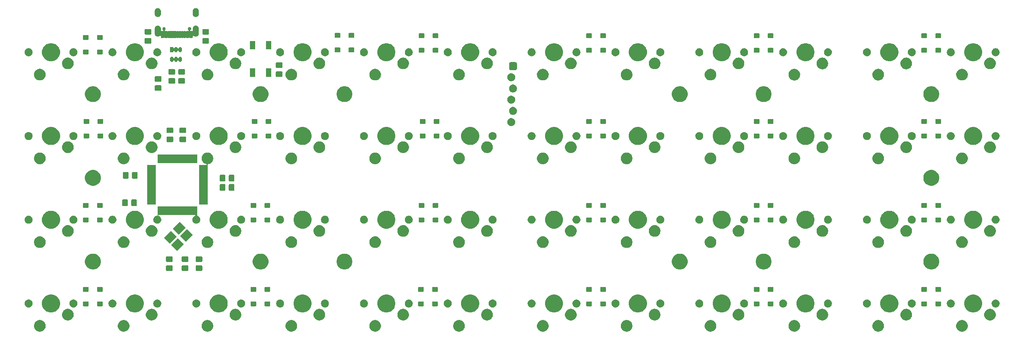
<source format=gbr>
G04 #@! TF.GenerationSoftware,KiCad,Pcbnew,(5.1.2-1)-1*
G04 #@! TF.CreationDate,2020-05-17T12:14:05-05:00*
G04 #@! TF.ProjectId,therick48,74686572-6963-46b3-9438-2e6b69636164,rev?*
G04 #@! TF.SameCoordinates,Original*
G04 #@! TF.FileFunction,Soldermask,Bot*
G04 #@! TF.FilePolarity,Negative*
%FSLAX46Y46*%
G04 Gerber Fmt 4.6, Leading zero omitted, Abs format (unit mm)*
G04 Created by KiCad (PCBNEW (5.1.2-1)-1) date 2020-05-17 12:14:05*
%MOMM*%
%LPD*%
G04 APERTURE LIST*
%ADD10C,0.100000*%
G04 APERTURE END LIST*
D10*
G36*
X262197715Y-105244383D02*
G01*
X262325322Y-105269765D01*
X262466148Y-105328097D01*
X262565727Y-105369344D01*
X262565728Y-105369345D01*
X262782089Y-105513912D01*
X262966088Y-105697911D01*
X263062685Y-105842479D01*
X263110656Y-105914273D01*
X263151903Y-106013852D01*
X263210235Y-106154678D01*
X263261000Y-106409893D01*
X263261000Y-106670107D01*
X263210235Y-106925322D01*
X263151903Y-107066148D01*
X263110656Y-107165727D01*
X263110655Y-107165728D01*
X262966088Y-107382089D01*
X262782089Y-107566088D01*
X262637521Y-107662685D01*
X262565727Y-107710656D01*
X262466148Y-107751903D01*
X262325322Y-107810235D01*
X262197714Y-107835618D01*
X262070109Y-107861000D01*
X261809891Y-107861000D01*
X261682286Y-107835618D01*
X261554678Y-107810235D01*
X261413852Y-107751903D01*
X261314273Y-107710656D01*
X261242479Y-107662685D01*
X261097911Y-107566088D01*
X260913912Y-107382089D01*
X260769345Y-107165728D01*
X260769344Y-107165727D01*
X260728097Y-107066148D01*
X260669765Y-106925322D01*
X260619000Y-106670107D01*
X260619000Y-106409893D01*
X260669765Y-106154678D01*
X260728097Y-106013852D01*
X260769344Y-105914273D01*
X260817315Y-105842479D01*
X260913912Y-105697911D01*
X261097911Y-105513912D01*
X261314272Y-105369345D01*
X261314273Y-105369344D01*
X261413852Y-105328097D01*
X261554678Y-105269765D01*
X261682286Y-105244382D01*
X261809891Y-105219000D01*
X262070109Y-105219000D01*
X262197715Y-105244383D01*
X262197715Y-105244383D01*
G37*
G36*
X243197715Y-105244383D02*
G01*
X243325322Y-105269765D01*
X243466148Y-105328097D01*
X243565727Y-105369344D01*
X243565728Y-105369345D01*
X243782089Y-105513912D01*
X243966088Y-105697911D01*
X244062685Y-105842479D01*
X244110656Y-105914273D01*
X244151903Y-106013852D01*
X244210235Y-106154678D01*
X244261000Y-106409893D01*
X244261000Y-106670107D01*
X244210235Y-106925322D01*
X244151903Y-107066148D01*
X244110656Y-107165727D01*
X244110655Y-107165728D01*
X243966088Y-107382089D01*
X243782089Y-107566088D01*
X243637521Y-107662685D01*
X243565727Y-107710656D01*
X243466148Y-107751903D01*
X243325322Y-107810235D01*
X243197714Y-107835618D01*
X243070109Y-107861000D01*
X242809891Y-107861000D01*
X242682286Y-107835618D01*
X242554678Y-107810235D01*
X242413852Y-107751903D01*
X242314273Y-107710656D01*
X242242479Y-107662685D01*
X242097911Y-107566088D01*
X241913912Y-107382089D01*
X241769345Y-107165728D01*
X241769344Y-107165727D01*
X241728097Y-107066148D01*
X241669765Y-106925322D01*
X241619000Y-106670107D01*
X241619000Y-106409893D01*
X241669765Y-106154678D01*
X241728097Y-106013852D01*
X241769344Y-105914273D01*
X241817315Y-105842479D01*
X241913912Y-105697911D01*
X242097911Y-105513912D01*
X242314272Y-105369345D01*
X242314273Y-105369344D01*
X242413852Y-105328097D01*
X242554678Y-105269765D01*
X242682286Y-105244382D01*
X242809891Y-105219000D01*
X243070109Y-105219000D01*
X243197715Y-105244383D01*
X243197715Y-105244383D01*
G37*
G36*
X224197715Y-105244383D02*
G01*
X224325322Y-105269765D01*
X224466148Y-105328097D01*
X224565727Y-105369344D01*
X224565728Y-105369345D01*
X224782089Y-105513912D01*
X224966088Y-105697911D01*
X225062685Y-105842479D01*
X225110656Y-105914273D01*
X225151903Y-106013852D01*
X225210235Y-106154678D01*
X225261000Y-106409893D01*
X225261000Y-106670107D01*
X225210235Y-106925322D01*
X225151903Y-107066148D01*
X225110656Y-107165727D01*
X225110655Y-107165728D01*
X224966088Y-107382089D01*
X224782089Y-107566088D01*
X224637521Y-107662685D01*
X224565727Y-107710656D01*
X224466148Y-107751903D01*
X224325322Y-107810235D01*
X224197714Y-107835618D01*
X224070109Y-107861000D01*
X223809891Y-107861000D01*
X223682286Y-107835618D01*
X223554678Y-107810235D01*
X223413852Y-107751903D01*
X223314273Y-107710656D01*
X223242479Y-107662685D01*
X223097911Y-107566088D01*
X222913912Y-107382089D01*
X222769345Y-107165728D01*
X222769344Y-107165727D01*
X222728097Y-107066148D01*
X222669765Y-106925322D01*
X222619000Y-106670107D01*
X222619000Y-106409893D01*
X222669765Y-106154678D01*
X222728097Y-106013852D01*
X222769344Y-105914273D01*
X222817315Y-105842479D01*
X222913912Y-105697911D01*
X223097911Y-105513912D01*
X223314272Y-105369345D01*
X223314273Y-105369344D01*
X223413852Y-105328097D01*
X223554678Y-105269765D01*
X223682286Y-105244382D01*
X223809891Y-105219000D01*
X224070109Y-105219000D01*
X224197715Y-105244383D01*
X224197715Y-105244383D01*
G37*
G36*
X205197715Y-105244383D02*
G01*
X205325322Y-105269765D01*
X205466148Y-105328097D01*
X205565727Y-105369344D01*
X205565728Y-105369345D01*
X205782089Y-105513912D01*
X205966088Y-105697911D01*
X206062685Y-105842479D01*
X206110656Y-105914273D01*
X206151903Y-106013852D01*
X206210235Y-106154678D01*
X206261000Y-106409893D01*
X206261000Y-106670107D01*
X206210235Y-106925322D01*
X206151903Y-107066148D01*
X206110656Y-107165727D01*
X206110655Y-107165728D01*
X205966088Y-107382089D01*
X205782089Y-107566088D01*
X205637521Y-107662685D01*
X205565727Y-107710656D01*
X205466148Y-107751903D01*
X205325322Y-107810235D01*
X205197714Y-107835618D01*
X205070109Y-107861000D01*
X204809891Y-107861000D01*
X204682286Y-107835618D01*
X204554678Y-107810235D01*
X204413852Y-107751903D01*
X204314273Y-107710656D01*
X204242479Y-107662685D01*
X204097911Y-107566088D01*
X203913912Y-107382089D01*
X203769345Y-107165728D01*
X203769344Y-107165727D01*
X203728097Y-107066148D01*
X203669765Y-106925322D01*
X203619000Y-106670107D01*
X203619000Y-106409893D01*
X203669765Y-106154678D01*
X203728097Y-106013852D01*
X203769344Y-105914273D01*
X203817315Y-105842479D01*
X203913912Y-105697911D01*
X204097911Y-105513912D01*
X204314272Y-105369345D01*
X204314273Y-105369344D01*
X204413852Y-105328097D01*
X204554678Y-105269765D01*
X204682286Y-105244382D01*
X204809891Y-105219000D01*
X205070109Y-105219000D01*
X205197715Y-105244383D01*
X205197715Y-105244383D01*
G37*
G36*
X186197715Y-105244383D02*
G01*
X186325322Y-105269765D01*
X186466148Y-105328097D01*
X186565727Y-105369344D01*
X186565728Y-105369345D01*
X186782089Y-105513912D01*
X186966088Y-105697911D01*
X187062685Y-105842479D01*
X187110656Y-105914273D01*
X187151903Y-106013852D01*
X187210235Y-106154678D01*
X187261000Y-106409893D01*
X187261000Y-106670107D01*
X187210235Y-106925322D01*
X187151903Y-107066148D01*
X187110656Y-107165727D01*
X187110655Y-107165728D01*
X186966088Y-107382089D01*
X186782089Y-107566088D01*
X186637521Y-107662685D01*
X186565727Y-107710656D01*
X186466148Y-107751903D01*
X186325322Y-107810235D01*
X186197714Y-107835618D01*
X186070109Y-107861000D01*
X185809891Y-107861000D01*
X185682286Y-107835618D01*
X185554678Y-107810235D01*
X185413852Y-107751903D01*
X185314273Y-107710656D01*
X185242479Y-107662685D01*
X185097911Y-107566088D01*
X184913912Y-107382089D01*
X184769345Y-107165728D01*
X184769344Y-107165727D01*
X184728097Y-107066148D01*
X184669765Y-106925322D01*
X184619000Y-106670107D01*
X184619000Y-106409893D01*
X184669765Y-106154678D01*
X184728097Y-106013852D01*
X184769344Y-105914273D01*
X184817315Y-105842479D01*
X184913912Y-105697911D01*
X185097911Y-105513912D01*
X185314272Y-105369345D01*
X185314273Y-105369344D01*
X185413852Y-105328097D01*
X185554678Y-105269765D01*
X185682286Y-105244382D01*
X185809891Y-105219000D01*
X186070109Y-105219000D01*
X186197715Y-105244383D01*
X186197715Y-105244383D01*
G37*
G36*
X167197715Y-105244383D02*
G01*
X167325322Y-105269765D01*
X167466148Y-105328097D01*
X167565727Y-105369344D01*
X167565728Y-105369345D01*
X167782089Y-105513912D01*
X167966088Y-105697911D01*
X168062685Y-105842479D01*
X168110656Y-105914273D01*
X168151903Y-106013852D01*
X168210235Y-106154678D01*
X168261000Y-106409893D01*
X168261000Y-106670107D01*
X168210235Y-106925322D01*
X168151903Y-107066148D01*
X168110656Y-107165727D01*
X168110655Y-107165728D01*
X167966088Y-107382089D01*
X167782089Y-107566088D01*
X167637521Y-107662685D01*
X167565727Y-107710656D01*
X167466148Y-107751903D01*
X167325322Y-107810235D01*
X167197714Y-107835618D01*
X167070109Y-107861000D01*
X166809891Y-107861000D01*
X166682286Y-107835618D01*
X166554678Y-107810235D01*
X166413852Y-107751903D01*
X166314273Y-107710656D01*
X166242479Y-107662685D01*
X166097911Y-107566088D01*
X165913912Y-107382089D01*
X165769345Y-107165728D01*
X165769344Y-107165727D01*
X165728097Y-107066148D01*
X165669765Y-106925322D01*
X165619000Y-106670107D01*
X165619000Y-106409893D01*
X165669765Y-106154678D01*
X165728097Y-106013852D01*
X165769344Y-105914273D01*
X165817315Y-105842479D01*
X165913912Y-105697911D01*
X166097911Y-105513912D01*
X166314272Y-105369345D01*
X166314273Y-105369344D01*
X166413852Y-105328097D01*
X166554678Y-105269765D01*
X166682286Y-105244382D01*
X166809891Y-105219000D01*
X167070109Y-105219000D01*
X167197715Y-105244383D01*
X167197715Y-105244383D01*
G37*
G36*
X148197715Y-105244383D02*
G01*
X148325322Y-105269765D01*
X148466148Y-105328097D01*
X148565727Y-105369344D01*
X148565728Y-105369345D01*
X148782089Y-105513912D01*
X148966088Y-105697911D01*
X149062685Y-105842479D01*
X149110656Y-105914273D01*
X149151903Y-106013852D01*
X149210235Y-106154678D01*
X149261000Y-106409893D01*
X149261000Y-106670107D01*
X149210235Y-106925322D01*
X149151903Y-107066148D01*
X149110656Y-107165727D01*
X149110655Y-107165728D01*
X148966088Y-107382089D01*
X148782089Y-107566088D01*
X148637521Y-107662685D01*
X148565727Y-107710656D01*
X148466148Y-107751903D01*
X148325322Y-107810235D01*
X148197714Y-107835618D01*
X148070109Y-107861000D01*
X147809891Y-107861000D01*
X147682286Y-107835618D01*
X147554678Y-107810235D01*
X147413852Y-107751903D01*
X147314273Y-107710656D01*
X147242479Y-107662685D01*
X147097911Y-107566088D01*
X146913912Y-107382089D01*
X146769345Y-107165728D01*
X146769344Y-107165727D01*
X146728097Y-107066148D01*
X146669765Y-106925322D01*
X146619000Y-106670107D01*
X146619000Y-106409893D01*
X146669765Y-106154678D01*
X146728097Y-106013852D01*
X146769344Y-105914273D01*
X146817315Y-105842479D01*
X146913912Y-105697911D01*
X147097911Y-105513912D01*
X147314272Y-105369345D01*
X147314273Y-105369344D01*
X147413852Y-105328097D01*
X147554678Y-105269765D01*
X147682286Y-105244382D01*
X147809891Y-105219000D01*
X148070109Y-105219000D01*
X148197715Y-105244383D01*
X148197715Y-105244383D01*
G37*
G36*
X129197715Y-105244383D02*
G01*
X129325322Y-105269765D01*
X129466148Y-105328097D01*
X129565727Y-105369344D01*
X129565728Y-105369345D01*
X129782089Y-105513912D01*
X129966088Y-105697911D01*
X130062685Y-105842479D01*
X130110656Y-105914273D01*
X130151903Y-106013852D01*
X130210235Y-106154678D01*
X130261000Y-106409893D01*
X130261000Y-106670107D01*
X130210235Y-106925322D01*
X130151903Y-107066148D01*
X130110656Y-107165727D01*
X130110655Y-107165728D01*
X129966088Y-107382089D01*
X129782089Y-107566088D01*
X129637521Y-107662685D01*
X129565727Y-107710656D01*
X129466148Y-107751903D01*
X129325322Y-107810235D01*
X129197714Y-107835618D01*
X129070109Y-107861000D01*
X128809891Y-107861000D01*
X128682286Y-107835618D01*
X128554678Y-107810235D01*
X128413852Y-107751903D01*
X128314273Y-107710656D01*
X128242479Y-107662685D01*
X128097911Y-107566088D01*
X127913912Y-107382089D01*
X127769345Y-107165728D01*
X127769344Y-107165727D01*
X127728097Y-107066148D01*
X127669765Y-106925322D01*
X127619000Y-106670107D01*
X127619000Y-106409893D01*
X127669765Y-106154678D01*
X127728097Y-106013852D01*
X127769344Y-105914273D01*
X127817315Y-105842479D01*
X127913912Y-105697911D01*
X128097911Y-105513912D01*
X128314272Y-105369345D01*
X128314273Y-105369344D01*
X128413852Y-105328097D01*
X128554678Y-105269765D01*
X128682286Y-105244382D01*
X128809891Y-105219000D01*
X129070109Y-105219000D01*
X129197715Y-105244383D01*
X129197715Y-105244383D01*
G37*
G36*
X110197715Y-105244383D02*
G01*
X110325322Y-105269765D01*
X110466148Y-105328097D01*
X110565727Y-105369344D01*
X110565728Y-105369345D01*
X110782089Y-105513912D01*
X110966088Y-105697911D01*
X111062685Y-105842479D01*
X111110656Y-105914273D01*
X111151903Y-106013852D01*
X111210235Y-106154678D01*
X111261000Y-106409893D01*
X111261000Y-106670107D01*
X111210235Y-106925322D01*
X111151903Y-107066148D01*
X111110656Y-107165727D01*
X111110655Y-107165728D01*
X110966088Y-107382089D01*
X110782089Y-107566088D01*
X110637521Y-107662685D01*
X110565727Y-107710656D01*
X110466148Y-107751903D01*
X110325322Y-107810235D01*
X110197714Y-107835618D01*
X110070109Y-107861000D01*
X109809891Y-107861000D01*
X109682286Y-107835618D01*
X109554678Y-107810235D01*
X109413852Y-107751903D01*
X109314273Y-107710656D01*
X109242479Y-107662685D01*
X109097911Y-107566088D01*
X108913912Y-107382089D01*
X108769345Y-107165728D01*
X108769344Y-107165727D01*
X108728097Y-107066148D01*
X108669765Y-106925322D01*
X108619000Y-106670107D01*
X108619000Y-106409893D01*
X108669765Y-106154678D01*
X108728097Y-106013852D01*
X108769344Y-105914273D01*
X108817315Y-105842479D01*
X108913912Y-105697911D01*
X109097911Y-105513912D01*
X109314272Y-105369345D01*
X109314273Y-105369344D01*
X109413852Y-105328097D01*
X109554678Y-105269765D01*
X109682286Y-105244382D01*
X109809891Y-105219000D01*
X110070109Y-105219000D01*
X110197715Y-105244383D01*
X110197715Y-105244383D01*
G37*
G36*
X91197715Y-105244383D02*
G01*
X91325322Y-105269765D01*
X91466148Y-105328097D01*
X91565727Y-105369344D01*
X91565728Y-105369345D01*
X91782089Y-105513912D01*
X91966088Y-105697911D01*
X92062685Y-105842479D01*
X92110656Y-105914273D01*
X92151903Y-106013852D01*
X92210235Y-106154678D01*
X92261000Y-106409893D01*
X92261000Y-106670107D01*
X92210235Y-106925322D01*
X92151903Y-107066148D01*
X92110656Y-107165727D01*
X92110655Y-107165728D01*
X91966088Y-107382089D01*
X91782089Y-107566088D01*
X91637521Y-107662685D01*
X91565727Y-107710656D01*
X91466148Y-107751903D01*
X91325322Y-107810235D01*
X91197714Y-107835618D01*
X91070109Y-107861000D01*
X90809891Y-107861000D01*
X90682286Y-107835618D01*
X90554678Y-107810235D01*
X90413852Y-107751903D01*
X90314273Y-107710656D01*
X90242479Y-107662685D01*
X90097911Y-107566088D01*
X89913912Y-107382089D01*
X89769345Y-107165728D01*
X89769344Y-107165727D01*
X89728097Y-107066148D01*
X89669765Y-106925322D01*
X89619000Y-106670107D01*
X89619000Y-106409893D01*
X89669765Y-106154678D01*
X89728097Y-106013852D01*
X89769344Y-105914273D01*
X89817315Y-105842479D01*
X89913912Y-105697911D01*
X90097911Y-105513912D01*
X90314272Y-105369345D01*
X90314273Y-105369344D01*
X90413852Y-105328097D01*
X90554678Y-105269765D01*
X90682286Y-105244382D01*
X90809891Y-105219000D01*
X91070109Y-105219000D01*
X91197715Y-105244383D01*
X91197715Y-105244383D01*
G37*
G36*
X72197715Y-105244383D02*
G01*
X72325322Y-105269765D01*
X72466148Y-105328097D01*
X72565727Y-105369344D01*
X72565728Y-105369345D01*
X72782089Y-105513912D01*
X72966088Y-105697911D01*
X73062685Y-105842479D01*
X73110656Y-105914273D01*
X73151903Y-106013852D01*
X73210235Y-106154678D01*
X73261000Y-106409893D01*
X73261000Y-106670107D01*
X73210235Y-106925322D01*
X73151903Y-107066148D01*
X73110656Y-107165727D01*
X73110655Y-107165728D01*
X72966088Y-107382089D01*
X72782089Y-107566088D01*
X72637521Y-107662685D01*
X72565727Y-107710656D01*
X72466148Y-107751903D01*
X72325322Y-107810235D01*
X72197714Y-107835618D01*
X72070109Y-107861000D01*
X71809891Y-107861000D01*
X71682286Y-107835618D01*
X71554678Y-107810235D01*
X71413852Y-107751903D01*
X71314273Y-107710656D01*
X71242479Y-107662685D01*
X71097911Y-107566088D01*
X70913912Y-107382089D01*
X70769345Y-107165728D01*
X70769344Y-107165727D01*
X70728097Y-107066148D01*
X70669765Y-106925322D01*
X70619000Y-106670107D01*
X70619000Y-106409893D01*
X70669765Y-106154678D01*
X70728097Y-106013852D01*
X70769344Y-105914273D01*
X70817315Y-105842479D01*
X70913912Y-105697911D01*
X71097911Y-105513912D01*
X71314272Y-105369345D01*
X71314273Y-105369344D01*
X71413852Y-105328097D01*
X71554678Y-105269765D01*
X71682286Y-105244382D01*
X71809891Y-105219000D01*
X72070109Y-105219000D01*
X72197715Y-105244383D01*
X72197715Y-105244383D01*
G37*
G36*
X53197715Y-105244383D02*
G01*
X53325322Y-105269765D01*
X53466148Y-105328097D01*
X53565727Y-105369344D01*
X53565728Y-105369345D01*
X53782089Y-105513912D01*
X53966088Y-105697911D01*
X54062685Y-105842479D01*
X54110656Y-105914273D01*
X54151903Y-106013852D01*
X54210235Y-106154678D01*
X54261000Y-106409893D01*
X54261000Y-106670107D01*
X54210235Y-106925322D01*
X54151903Y-107066148D01*
X54110656Y-107165727D01*
X54110655Y-107165728D01*
X53966088Y-107382089D01*
X53782089Y-107566088D01*
X53637521Y-107662685D01*
X53565727Y-107710656D01*
X53466148Y-107751903D01*
X53325322Y-107810235D01*
X53197714Y-107835618D01*
X53070109Y-107861000D01*
X52809891Y-107861000D01*
X52682286Y-107835618D01*
X52554678Y-107810235D01*
X52413852Y-107751903D01*
X52314273Y-107710656D01*
X52242479Y-107662685D01*
X52097911Y-107566088D01*
X51913912Y-107382089D01*
X51769345Y-107165728D01*
X51769344Y-107165727D01*
X51728097Y-107066148D01*
X51669765Y-106925322D01*
X51619000Y-106670107D01*
X51619000Y-106409893D01*
X51669765Y-106154678D01*
X51728097Y-106013852D01*
X51769344Y-105914273D01*
X51817315Y-105842479D01*
X51913912Y-105697911D01*
X52097911Y-105513912D01*
X52314272Y-105369345D01*
X52314273Y-105369344D01*
X52413852Y-105328097D01*
X52554678Y-105269765D01*
X52682286Y-105244382D01*
X52809891Y-105219000D01*
X53070109Y-105219000D01*
X53197715Y-105244383D01*
X53197715Y-105244383D01*
G37*
G36*
X97547714Y-102704382D02*
G01*
X97675322Y-102729765D01*
X97816148Y-102788097D01*
X97915727Y-102829344D01*
X97915728Y-102829345D01*
X98132089Y-102973912D01*
X98316088Y-103157911D01*
X98392431Y-103272167D01*
X98460656Y-103374273D01*
X98501903Y-103473852D01*
X98560235Y-103614678D01*
X98611000Y-103869893D01*
X98611000Y-104130107D01*
X98560235Y-104385322D01*
X98501903Y-104526148D01*
X98460656Y-104625727D01*
X98460655Y-104625728D01*
X98316088Y-104842089D01*
X98132089Y-105026088D01*
X97987521Y-105122685D01*
X97915727Y-105170656D01*
X97816148Y-105211903D01*
X97675322Y-105270235D01*
X97547714Y-105295618D01*
X97420109Y-105321000D01*
X97159891Y-105321000D01*
X97032286Y-105295618D01*
X96904678Y-105270235D01*
X96763852Y-105211903D01*
X96664273Y-105170656D01*
X96592479Y-105122685D01*
X96447911Y-105026088D01*
X96263912Y-104842089D01*
X96119345Y-104625728D01*
X96119344Y-104625727D01*
X96078097Y-104526148D01*
X96019765Y-104385322D01*
X95969000Y-104130107D01*
X95969000Y-103869893D01*
X96019765Y-103614678D01*
X96078097Y-103473852D01*
X96119344Y-103374273D01*
X96187569Y-103272167D01*
X96263912Y-103157911D01*
X96447911Y-102973912D01*
X96664272Y-102829345D01*
X96664273Y-102829344D01*
X96763852Y-102788097D01*
X96904678Y-102729765D01*
X97032285Y-102704383D01*
X97159891Y-102679000D01*
X97420109Y-102679000D01*
X97547714Y-102704382D01*
X97547714Y-102704382D01*
G37*
G36*
X59547714Y-102704382D02*
G01*
X59675322Y-102729765D01*
X59816148Y-102788097D01*
X59915727Y-102829344D01*
X59915728Y-102829345D01*
X60132089Y-102973912D01*
X60316088Y-103157911D01*
X60392431Y-103272167D01*
X60460656Y-103374273D01*
X60501903Y-103473852D01*
X60560235Y-103614678D01*
X60611000Y-103869893D01*
X60611000Y-104130107D01*
X60560235Y-104385322D01*
X60501903Y-104526148D01*
X60460656Y-104625727D01*
X60460655Y-104625728D01*
X60316088Y-104842089D01*
X60132089Y-105026088D01*
X59987521Y-105122685D01*
X59915727Y-105170656D01*
X59816148Y-105211903D01*
X59675322Y-105270235D01*
X59547714Y-105295618D01*
X59420109Y-105321000D01*
X59159891Y-105321000D01*
X59032286Y-105295618D01*
X58904678Y-105270235D01*
X58763852Y-105211903D01*
X58664273Y-105170656D01*
X58592479Y-105122685D01*
X58447911Y-105026088D01*
X58263912Y-104842089D01*
X58119345Y-104625728D01*
X58119344Y-104625727D01*
X58078097Y-104526148D01*
X58019765Y-104385322D01*
X57969000Y-104130107D01*
X57969000Y-103869893D01*
X58019765Y-103614678D01*
X58078097Y-103473852D01*
X58119344Y-103374273D01*
X58187569Y-103272167D01*
X58263912Y-103157911D01*
X58447911Y-102973912D01*
X58664272Y-102829345D01*
X58664273Y-102829344D01*
X58763852Y-102788097D01*
X58904678Y-102729765D01*
X59032285Y-102704383D01*
X59159891Y-102679000D01*
X59420109Y-102679000D01*
X59547714Y-102704382D01*
X59547714Y-102704382D01*
G37*
G36*
X78547714Y-102704382D02*
G01*
X78675322Y-102729765D01*
X78816148Y-102788097D01*
X78915727Y-102829344D01*
X78915728Y-102829345D01*
X79132089Y-102973912D01*
X79316088Y-103157911D01*
X79392431Y-103272167D01*
X79460656Y-103374273D01*
X79501903Y-103473852D01*
X79560235Y-103614678D01*
X79611000Y-103869893D01*
X79611000Y-104130107D01*
X79560235Y-104385322D01*
X79501903Y-104526148D01*
X79460656Y-104625727D01*
X79460655Y-104625728D01*
X79316088Y-104842089D01*
X79132089Y-105026088D01*
X78987521Y-105122685D01*
X78915727Y-105170656D01*
X78816148Y-105211903D01*
X78675322Y-105270235D01*
X78547714Y-105295618D01*
X78420109Y-105321000D01*
X78159891Y-105321000D01*
X78032286Y-105295618D01*
X77904678Y-105270235D01*
X77763852Y-105211903D01*
X77664273Y-105170656D01*
X77592479Y-105122685D01*
X77447911Y-105026088D01*
X77263912Y-104842089D01*
X77119345Y-104625728D01*
X77119344Y-104625727D01*
X77078097Y-104526148D01*
X77019765Y-104385322D01*
X76969000Y-104130107D01*
X76969000Y-103869893D01*
X77019765Y-103614678D01*
X77078097Y-103473852D01*
X77119344Y-103374273D01*
X77187569Y-103272167D01*
X77263912Y-103157911D01*
X77447911Y-102973912D01*
X77664272Y-102829345D01*
X77664273Y-102829344D01*
X77763852Y-102788097D01*
X77904678Y-102729765D01*
X78032285Y-102704383D01*
X78159891Y-102679000D01*
X78420109Y-102679000D01*
X78547714Y-102704382D01*
X78547714Y-102704382D01*
G37*
G36*
X116547714Y-102704382D02*
G01*
X116675322Y-102729765D01*
X116816148Y-102788097D01*
X116915727Y-102829344D01*
X116915728Y-102829345D01*
X117132089Y-102973912D01*
X117316088Y-103157911D01*
X117392431Y-103272167D01*
X117460656Y-103374273D01*
X117501903Y-103473852D01*
X117560235Y-103614678D01*
X117611000Y-103869893D01*
X117611000Y-104130107D01*
X117560235Y-104385322D01*
X117501903Y-104526148D01*
X117460656Y-104625727D01*
X117460655Y-104625728D01*
X117316088Y-104842089D01*
X117132089Y-105026088D01*
X116987521Y-105122685D01*
X116915727Y-105170656D01*
X116816148Y-105211903D01*
X116675322Y-105270235D01*
X116547714Y-105295618D01*
X116420109Y-105321000D01*
X116159891Y-105321000D01*
X116032286Y-105295618D01*
X115904678Y-105270235D01*
X115763852Y-105211903D01*
X115664273Y-105170656D01*
X115592479Y-105122685D01*
X115447911Y-105026088D01*
X115263912Y-104842089D01*
X115119345Y-104625728D01*
X115119344Y-104625727D01*
X115078097Y-104526148D01*
X115019765Y-104385322D01*
X114969000Y-104130107D01*
X114969000Y-103869893D01*
X115019765Y-103614678D01*
X115078097Y-103473852D01*
X115119344Y-103374273D01*
X115187569Y-103272167D01*
X115263912Y-103157911D01*
X115447911Y-102973912D01*
X115664272Y-102829345D01*
X115664273Y-102829344D01*
X115763852Y-102788097D01*
X115904678Y-102729765D01*
X116032285Y-102704383D01*
X116159891Y-102679000D01*
X116420109Y-102679000D01*
X116547714Y-102704382D01*
X116547714Y-102704382D01*
G37*
G36*
X135547714Y-102704382D02*
G01*
X135675322Y-102729765D01*
X135816148Y-102788097D01*
X135915727Y-102829344D01*
X135915728Y-102829345D01*
X136132089Y-102973912D01*
X136316088Y-103157911D01*
X136392431Y-103272167D01*
X136460656Y-103374273D01*
X136501903Y-103473852D01*
X136560235Y-103614678D01*
X136611000Y-103869893D01*
X136611000Y-104130107D01*
X136560235Y-104385322D01*
X136501903Y-104526148D01*
X136460656Y-104625727D01*
X136460655Y-104625728D01*
X136316088Y-104842089D01*
X136132089Y-105026088D01*
X135987521Y-105122685D01*
X135915727Y-105170656D01*
X135816148Y-105211903D01*
X135675322Y-105270235D01*
X135547714Y-105295618D01*
X135420109Y-105321000D01*
X135159891Y-105321000D01*
X135032286Y-105295618D01*
X134904678Y-105270235D01*
X134763852Y-105211903D01*
X134664273Y-105170656D01*
X134592479Y-105122685D01*
X134447911Y-105026088D01*
X134263912Y-104842089D01*
X134119345Y-104625728D01*
X134119344Y-104625727D01*
X134078097Y-104526148D01*
X134019765Y-104385322D01*
X133969000Y-104130107D01*
X133969000Y-103869893D01*
X134019765Y-103614678D01*
X134078097Y-103473852D01*
X134119344Y-103374273D01*
X134187569Y-103272167D01*
X134263912Y-103157911D01*
X134447911Y-102973912D01*
X134664272Y-102829345D01*
X134664273Y-102829344D01*
X134763852Y-102788097D01*
X134904678Y-102729765D01*
X135032285Y-102704383D01*
X135159891Y-102679000D01*
X135420109Y-102679000D01*
X135547714Y-102704382D01*
X135547714Y-102704382D01*
G37*
G36*
X154547714Y-102704382D02*
G01*
X154675322Y-102729765D01*
X154816148Y-102788097D01*
X154915727Y-102829344D01*
X154915728Y-102829345D01*
X155132089Y-102973912D01*
X155316088Y-103157911D01*
X155392431Y-103272167D01*
X155460656Y-103374273D01*
X155501903Y-103473852D01*
X155560235Y-103614678D01*
X155611000Y-103869893D01*
X155611000Y-104130107D01*
X155560235Y-104385322D01*
X155501903Y-104526148D01*
X155460656Y-104625727D01*
X155460655Y-104625728D01*
X155316088Y-104842089D01*
X155132089Y-105026088D01*
X154987521Y-105122685D01*
X154915727Y-105170656D01*
X154816148Y-105211903D01*
X154675322Y-105270235D01*
X154547714Y-105295618D01*
X154420109Y-105321000D01*
X154159891Y-105321000D01*
X154032286Y-105295618D01*
X153904678Y-105270235D01*
X153763852Y-105211903D01*
X153664273Y-105170656D01*
X153592479Y-105122685D01*
X153447911Y-105026088D01*
X153263912Y-104842089D01*
X153119345Y-104625728D01*
X153119344Y-104625727D01*
X153078097Y-104526148D01*
X153019765Y-104385322D01*
X152969000Y-104130107D01*
X152969000Y-103869893D01*
X153019765Y-103614678D01*
X153078097Y-103473852D01*
X153119344Y-103374273D01*
X153187569Y-103272167D01*
X153263912Y-103157911D01*
X153447911Y-102973912D01*
X153664272Y-102829345D01*
X153664273Y-102829344D01*
X153763852Y-102788097D01*
X153904678Y-102729765D01*
X154032285Y-102704383D01*
X154159891Y-102679000D01*
X154420109Y-102679000D01*
X154547714Y-102704382D01*
X154547714Y-102704382D01*
G37*
G36*
X173547714Y-102704382D02*
G01*
X173675322Y-102729765D01*
X173816148Y-102788097D01*
X173915727Y-102829344D01*
X173915728Y-102829345D01*
X174132089Y-102973912D01*
X174316088Y-103157911D01*
X174392431Y-103272167D01*
X174460656Y-103374273D01*
X174501903Y-103473852D01*
X174560235Y-103614678D01*
X174611000Y-103869893D01*
X174611000Y-104130107D01*
X174560235Y-104385322D01*
X174501903Y-104526148D01*
X174460656Y-104625727D01*
X174460655Y-104625728D01*
X174316088Y-104842089D01*
X174132089Y-105026088D01*
X173987521Y-105122685D01*
X173915727Y-105170656D01*
X173816148Y-105211903D01*
X173675322Y-105270235D01*
X173547714Y-105295618D01*
X173420109Y-105321000D01*
X173159891Y-105321000D01*
X173032286Y-105295618D01*
X172904678Y-105270235D01*
X172763852Y-105211903D01*
X172664273Y-105170656D01*
X172592479Y-105122685D01*
X172447911Y-105026088D01*
X172263912Y-104842089D01*
X172119345Y-104625728D01*
X172119344Y-104625727D01*
X172078097Y-104526148D01*
X172019765Y-104385322D01*
X171969000Y-104130107D01*
X171969000Y-103869893D01*
X172019765Y-103614678D01*
X172078097Y-103473852D01*
X172119344Y-103374273D01*
X172187569Y-103272167D01*
X172263912Y-103157911D01*
X172447911Y-102973912D01*
X172664272Y-102829345D01*
X172664273Y-102829344D01*
X172763852Y-102788097D01*
X172904678Y-102729765D01*
X173032285Y-102704383D01*
X173159891Y-102679000D01*
X173420109Y-102679000D01*
X173547714Y-102704382D01*
X173547714Y-102704382D01*
G37*
G36*
X192547714Y-102704382D02*
G01*
X192675322Y-102729765D01*
X192816148Y-102788097D01*
X192915727Y-102829344D01*
X192915728Y-102829345D01*
X193132089Y-102973912D01*
X193316088Y-103157911D01*
X193392431Y-103272167D01*
X193460656Y-103374273D01*
X193501903Y-103473852D01*
X193560235Y-103614678D01*
X193611000Y-103869893D01*
X193611000Y-104130107D01*
X193560235Y-104385322D01*
X193501903Y-104526148D01*
X193460656Y-104625727D01*
X193460655Y-104625728D01*
X193316088Y-104842089D01*
X193132089Y-105026088D01*
X192987521Y-105122685D01*
X192915727Y-105170656D01*
X192816148Y-105211903D01*
X192675322Y-105270235D01*
X192547714Y-105295618D01*
X192420109Y-105321000D01*
X192159891Y-105321000D01*
X192032286Y-105295618D01*
X191904678Y-105270235D01*
X191763852Y-105211903D01*
X191664273Y-105170656D01*
X191592479Y-105122685D01*
X191447911Y-105026088D01*
X191263912Y-104842089D01*
X191119345Y-104625728D01*
X191119344Y-104625727D01*
X191078097Y-104526148D01*
X191019765Y-104385322D01*
X190969000Y-104130107D01*
X190969000Y-103869893D01*
X191019765Y-103614678D01*
X191078097Y-103473852D01*
X191119344Y-103374273D01*
X191187569Y-103272167D01*
X191263912Y-103157911D01*
X191447911Y-102973912D01*
X191664272Y-102829345D01*
X191664273Y-102829344D01*
X191763852Y-102788097D01*
X191904678Y-102729765D01*
X192032285Y-102704383D01*
X192159891Y-102679000D01*
X192420109Y-102679000D01*
X192547714Y-102704382D01*
X192547714Y-102704382D01*
G37*
G36*
X211547714Y-102704382D02*
G01*
X211675322Y-102729765D01*
X211816148Y-102788097D01*
X211915727Y-102829344D01*
X211915728Y-102829345D01*
X212132089Y-102973912D01*
X212316088Y-103157911D01*
X212392431Y-103272167D01*
X212460656Y-103374273D01*
X212501903Y-103473852D01*
X212560235Y-103614678D01*
X212611000Y-103869893D01*
X212611000Y-104130107D01*
X212560235Y-104385322D01*
X212501903Y-104526148D01*
X212460656Y-104625727D01*
X212460655Y-104625728D01*
X212316088Y-104842089D01*
X212132089Y-105026088D01*
X211987521Y-105122685D01*
X211915727Y-105170656D01*
X211816148Y-105211903D01*
X211675322Y-105270235D01*
X211547714Y-105295618D01*
X211420109Y-105321000D01*
X211159891Y-105321000D01*
X211032286Y-105295618D01*
X210904678Y-105270235D01*
X210763852Y-105211903D01*
X210664273Y-105170656D01*
X210592479Y-105122685D01*
X210447911Y-105026088D01*
X210263912Y-104842089D01*
X210119345Y-104625728D01*
X210119344Y-104625727D01*
X210078097Y-104526148D01*
X210019765Y-104385322D01*
X209969000Y-104130107D01*
X209969000Y-103869893D01*
X210019765Y-103614678D01*
X210078097Y-103473852D01*
X210119344Y-103374273D01*
X210187569Y-103272167D01*
X210263912Y-103157911D01*
X210447911Y-102973912D01*
X210664272Y-102829345D01*
X210664273Y-102829344D01*
X210763852Y-102788097D01*
X210904678Y-102729765D01*
X211032285Y-102704383D01*
X211159891Y-102679000D01*
X211420109Y-102679000D01*
X211547714Y-102704382D01*
X211547714Y-102704382D01*
G37*
G36*
X230547714Y-102704382D02*
G01*
X230675322Y-102729765D01*
X230816148Y-102788097D01*
X230915727Y-102829344D01*
X230915728Y-102829345D01*
X231132089Y-102973912D01*
X231316088Y-103157911D01*
X231392431Y-103272167D01*
X231460656Y-103374273D01*
X231501903Y-103473852D01*
X231560235Y-103614678D01*
X231611000Y-103869893D01*
X231611000Y-104130107D01*
X231560235Y-104385322D01*
X231501903Y-104526148D01*
X231460656Y-104625727D01*
X231460655Y-104625728D01*
X231316088Y-104842089D01*
X231132089Y-105026088D01*
X230987521Y-105122685D01*
X230915727Y-105170656D01*
X230816148Y-105211903D01*
X230675322Y-105270235D01*
X230547714Y-105295618D01*
X230420109Y-105321000D01*
X230159891Y-105321000D01*
X230032286Y-105295618D01*
X229904678Y-105270235D01*
X229763852Y-105211903D01*
X229664273Y-105170656D01*
X229592479Y-105122685D01*
X229447911Y-105026088D01*
X229263912Y-104842089D01*
X229119345Y-104625728D01*
X229119344Y-104625727D01*
X229078097Y-104526148D01*
X229019765Y-104385322D01*
X228969000Y-104130107D01*
X228969000Y-103869893D01*
X229019765Y-103614678D01*
X229078097Y-103473852D01*
X229119344Y-103374273D01*
X229187569Y-103272167D01*
X229263912Y-103157911D01*
X229447911Y-102973912D01*
X229664272Y-102829345D01*
X229664273Y-102829344D01*
X229763852Y-102788097D01*
X229904678Y-102729765D01*
X230032285Y-102704383D01*
X230159891Y-102679000D01*
X230420109Y-102679000D01*
X230547714Y-102704382D01*
X230547714Y-102704382D01*
G37*
G36*
X249547714Y-102704382D02*
G01*
X249675322Y-102729765D01*
X249816148Y-102788097D01*
X249915727Y-102829344D01*
X249915728Y-102829345D01*
X250132089Y-102973912D01*
X250316088Y-103157911D01*
X250392431Y-103272167D01*
X250460656Y-103374273D01*
X250501903Y-103473852D01*
X250560235Y-103614678D01*
X250611000Y-103869893D01*
X250611000Y-104130107D01*
X250560235Y-104385322D01*
X250501903Y-104526148D01*
X250460656Y-104625727D01*
X250460655Y-104625728D01*
X250316088Y-104842089D01*
X250132089Y-105026088D01*
X249987521Y-105122685D01*
X249915727Y-105170656D01*
X249816148Y-105211903D01*
X249675322Y-105270235D01*
X249547714Y-105295618D01*
X249420109Y-105321000D01*
X249159891Y-105321000D01*
X249032286Y-105295618D01*
X248904678Y-105270235D01*
X248763852Y-105211903D01*
X248664273Y-105170656D01*
X248592479Y-105122685D01*
X248447911Y-105026088D01*
X248263912Y-104842089D01*
X248119345Y-104625728D01*
X248119344Y-104625727D01*
X248078097Y-104526148D01*
X248019765Y-104385322D01*
X247969000Y-104130107D01*
X247969000Y-103869893D01*
X248019765Y-103614678D01*
X248078097Y-103473852D01*
X248119344Y-103374273D01*
X248187569Y-103272167D01*
X248263912Y-103157911D01*
X248447911Y-102973912D01*
X248664272Y-102829345D01*
X248664273Y-102829344D01*
X248763852Y-102788097D01*
X248904678Y-102729765D01*
X249032285Y-102704383D01*
X249159891Y-102679000D01*
X249420109Y-102679000D01*
X249547714Y-102704382D01*
X249547714Y-102704382D01*
G37*
G36*
X268547714Y-102704382D02*
G01*
X268675322Y-102729765D01*
X268816148Y-102788097D01*
X268915727Y-102829344D01*
X268915728Y-102829345D01*
X269132089Y-102973912D01*
X269316088Y-103157911D01*
X269392431Y-103272167D01*
X269460656Y-103374273D01*
X269501903Y-103473852D01*
X269560235Y-103614678D01*
X269611000Y-103869893D01*
X269611000Y-104130107D01*
X269560235Y-104385322D01*
X269501903Y-104526148D01*
X269460656Y-104625727D01*
X269460655Y-104625728D01*
X269316088Y-104842089D01*
X269132089Y-105026088D01*
X268987521Y-105122685D01*
X268915727Y-105170656D01*
X268816148Y-105211903D01*
X268675322Y-105270235D01*
X268547714Y-105295618D01*
X268420109Y-105321000D01*
X268159891Y-105321000D01*
X268032286Y-105295618D01*
X267904678Y-105270235D01*
X267763852Y-105211903D01*
X267664273Y-105170656D01*
X267592479Y-105122685D01*
X267447911Y-105026088D01*
X267263912Y-104842089D01*
X267119345Y-104625728D01*
X267119344Y-104625727D01*
X267078097Y-104526148D01*
X267019765Y-104385322D01*
X266969000Y-104130107D01*
X266969000Y-103869893D01*
X267019765Y-103614678D01*
X267078097Y-103473852D01*
X267119344Y-103374273D01*
X267187569Y-103272167D01*
X267263912Y-103157911D01*
X267447911Y-102973912D01*
X267664272Y-102829345D01*
X267664273Y-102829344D01*
X267763852Y-102788097D01*
X267904678Y-102729765D01*
X268032285Y-102704383D01*
X268159891Y-102679000D01*
X268420109Y-102679000D01*
X268547714Y-102704382D01*
X268547714Y-102704382D01*
G37*
G36*
X113076474Y-99493684D02*
G01*
X113294474Y-99583983D01*
X113448623Y-99647833D01*
X113783548Y-99871623D01*
X114068377Y-100156452D01*
X114292167Y-100491377D01*
X114356017Y-100645526D01*
X114446316Y-100863526D01*
X114524900Y-101258594D01*
X114524900Y-101661406D01*
X114446316Y-102056474D01*
X114362322Y-102259253D01*
X114292167Y-102428623D01*
X114068377Y-102763548D01*
X113783548Y-103048377D01*
X113448623Y-103272167D01*
X113294474Y-103336017D01*
X113076474Y-103426316D01*
X112681406Y-103504900D01*
X112278594Y-103504900D01*
X111883526Y-103426316D01*
X111665526Y-103336017D01*
X111511377Y-103272167D01*
X111176452Y-103048377D01*
X110891623Y-102763548D01*
X110667833Y-102428623D01*
X110597678Y-102259253D01*
X110513684Y-102056474D01*
X110435100Y-101661406D01*
X110435100Y-101258594D01*
X110513684Y-100863526D01*
X110603983Y-100645526D01*
X110667833Y-100491377D01*
X110891623Y-100156452D01*
X111176452Y-99871623D01*
X111511377Y-99647833D01*
X111665526Y-99583983D01*
X111883526Y-99493684D01*
X112278594Y-99415100D01*
X112681406Y-99415100D01*
X113076474Y-99493684D01*
X113076474Y-99493684D01*
G37*
G36*
X151076474Y-99493684D02*
G01*
X151294474Y-99583983D01*
X151448623Y-99647833D01*
X151783548Y-99871623D01*
X152068377Y-100156452D01*
X152292167Y-100491377D01*
X152356017Y-100645526D01*
X152446316Y-100863526D01*
X152524900Y-101258594D01*
X152524900Y-101661406D01*
X152446316Y-102056474D01*
X152362322Y-102259253D01*
X152292167Y-102428623D01*
X152068377Y-102763548D01*
X151783548Y-103048377D01*
X151448623Y-103272167D01*
X151294474Y-103336017D01*
X151076474Y-103426316D01*
X150681406Y-103504900D01*
X150278594Y-103504900D01*
X149883526Y-103426316D01*
X149665526Y-103336017D01*
X149511377Y-103272167D01*
X149176452Y-103048377D01*
X148891623Y-102763548D01*
X148667833Y-102428623D01*
X148597678Y-102259253D01*
X148513684Y-102056474D01*
X148435100Y-101661406D01*
X148435100Y-101258594D01*
X148513684Y-100863526D01*
X148603983Y-100645526D01*
X148667833Y-100491377D01*
X148891623Y-100156452D01*
X149176452Y-99871623D01*
X149511377Y-99647833D01*
X149665526Y-99583983D01*
X149883526Y-99493684D01*
X150278594Y-99415100D01*
X150681406Y-99415100D01*
X151076474Y-99493684D01*
X151076474Y-99493684D01*
G37*
G36*
X265076474Y-99493684D02*
G01*
X265294474Y-99583983D01*
X265448623Y-99647833D01*
X265783548Y-99871623D01*
X266068377Y-100156452D01*
X266292167Y-100491377D01*
X266356017Y-100645526D01*
X266446316Y-100863526D01*
X266524900Y-101258594D01*
X266524900Y-101661406D01*
X266446316Y-102056474D01*
X266362322Y-102259253D01*
X266292167Y-102428623D01*
X266068377Y-102763548D01*
X265783548Y-103048377D01*
X265448623Y-103272167D01*
X265294474Y-103336017D01*
X265076474Y-103426316D01*
X264681406Y-103504900D01*
X264278594Y-103504900D01*
X263883526Y-103426316D01*
X263665526Y-103336017D01*
X263511377Y-103272167D01*
X263176452Y-103048377D01*
X262891623Y-102763548D01*
X262667833Y-102428623D01*
X262597678Y-102259253D01*
X262513684Y-102056474D01*
X262435100Y-101661406D01*
X262435100Y-101258594D01*
X262513684Y-100863526D01*
X262603983Y-100645526D01*
X262667833Y-100491377D01*
X262891623Y-100156452D01*
X263176452Y-99871623D01*
X263511377Y-99647833D01*
X263665526Y-99583983D01*
X263883526Y-99493684D01*
X264278594Y-99415100D01*
X264681406Y-99415100D01*
X265076474Y-99493684D01*
X265076474Y-99493684D01*
G37*
G36*
X246076474Y-99493684D02*
G01*
X246294474Y-99583983D01*
X246448623Y-99647833D01*
X246783548Y-99871623D01*
X247068377Y-100156452D01*
X247292167Y-100491377D01*
X247356017Y-100645526D01*
X247446316Y-100863526D01*
X247524900Y-101258594D01*
X247524900Y-101661406D01*
X247446316Y-102056474D01*
X247362322Y-102259253D01*
X247292167Y-102428623D01*
X247068377Y-102763548D01*
X246783548Y-103048377D01*
X246448623Y-103272167D01*
X246294474Y-103336017D01*
X246076474Y-103426316D01*
X245681406Y-103504900D01*
X245278594Y-103504900D01*
X244883526Y-103426316D01*
X244665526Y-103336017D01*
X244511377Y-103272167D01*
X244176452Y-103048377D01*
X243891623Y-102763548D01*
X243667833Y-102428623D01*
X243597678Y-102259253D01*
X243513684Y-102056474D01*
X243435100Y-101661406D01*
X243435100Y-101258594D01*
X243513684Y-100863526D01*
X243603983Y-100645526D01*
X243667833Y-100491377D01*
X243891623Y-100156452D01*
X244176452Y-99871623D01*
X244511377Y-99647833D01*
X244665526Y-99583983D01*
X244883526Y-99493684D01*
X245278594Y-99415100D01*
X245681406Y-99415100D01*
X246076474Y-99493684D01*
X246076474Y-99493684D01*
G37*
G36*
X227076474Y-99493684D02*
G01*
X227294474Y-99583983D01*
X227448623Y-99647833D01*
X227783548Y-99871623D01*
X228068377Y-100156452D01*
X228292167Y-100491377D01*
X228356017Y-100645526D01*
X228446316Y-100863526D01*
X228524900Y-101258594D01*
X228524900Y-101661406D01*
X228446316Y-102056474D01*
X228362322Y-102259253D01*
X228292167Y-102428623D01*
X228068377Y-102763548D01*
X227783548Y-103048377D01*
X227448623Y-103272167D01*
X227294474Y-103336017D01*
X227076474Y-103426316D01*
X226681406Y-103504900D01*
X226278594Y-103504900D01*
X225883526Y-103426316D01*
X225665526Y-103336017D01*
X225511377Y-103272167D01*
X225176452Y-103048377D01*
X224891623Y-102763548D01*
X224667833Y-102428623D01*
X224597678Y-102259253D01*
X224513684Y-102056474D01*
X224435100Y-101661406D01*
X224435100Y-101258594D01*
X224513684Y-100863526D01*
X224603983Y-100645526D01*
X224667833Y-100491377D01*
X224891623Y-100156452D01*
X225176452Y-99871623D01*
X225511377Y-99647833D01*
X225665526Y-99583983D01*
X225883526Y-99493684D01*
X226278594Y-99415100D01*
X226681406Y-99415100D01*
X227076474Y-99493684D01*
X227076474Y-99493684D01*
G37*
G36*
X208076474Y-99493684D02*
G01*
X208294474Y-99583983D01*
X208448623Y-99647833D01*
X208783548Y-99871623D01*
X209068377Y-100156452D01*
X209292167Y-100491377D01*
X209356017Y-100645526D01*
X209446316Y-100863526D01*
X209524900Y-101258594D01*
X209524900Y-101661406D01*
X209446316Y-102056474D01*
X209362322Y-102259253D01*
X209292167Y-102428623D01*
X209068377Y-102763548D01*
X208783548Y-103048377D01*
X208448623Y-103272167D01*
X208294474Y-103336017D01*
X208076474Y-103426316D01*
X207681406Y-103504900D01*
X207278594Y-103504900D01*
X206883526Y-103426316D01*
X206665526Y-103336017D01*
X206511377Y-103272167D01*
X206176452Y-103048377D01*
X205891623Y-102763548D01*
X205667833Y-102428623D01*
X205597678Y-102259253D01*
X205513684Y-102056474D01*
X205435100Y-101661406D01*
X205435100Y-101258594D01*
X205513684Y-100863526D01*
X205603983Y-100645526D01*
X205667833Y-100491377D01*
X205891623Y-100156452D01*
X206176452Y-99871623D01*
X206511377Y-99647833D01*
X206665526Y-99583983D01*
X206883526Y-99493684D01*
X207278594Y-99415100D01*
X207681406Y-99415100D01*
X208076474Y-99493684D01*
X208076474Y-99493684D01*
G37*
G36*
X189076474Y-99493684D02*
G01*
X189294474Y-99583983D01*
X189448623Y-99647833D01*
X189783548Y-99871623D01*
X190068377Y-100156452D01*
X190292167Y-100491377D01*
X190356017Y-100645526D01*
X190446316Y-100863526D01*
X190524900Y-101258594D01*
X190524900Y-101661406D01*
X190446316Y-102056474D01*
X190362322Y-102259253D01*
X190292167Y-102428623D01*
X190068377Y-102763548D01*
X189783548Y-103048377D01*
X189448623Y-103272167D01*
X189294474Y-103336017D01*
X189076474Y-103426316D01*
X188681406Y-103504900D01*
X188278594Y-103504900D01*
X187883526Y-103426316D01*
X187665526Y-103336017D01*
X187511377Y-103272167D01*
X187176452Y-103048377D01*
X186891623Y-102763548D01*
X186667833Y-102428623D01*
X186597678Y-102259253D01*
X186513684Y-102056474D01*
X186435100Y-101661406D01*
X186435100Y-101258594D01*
X186513684Y-100863526D01*
X186603983Y-100645526D01*
X186667833Y-100491377D01*
X186891623Y-100156452D01*
X187176452Y-99871623D01*
X187511377Y-99647833D01*
X187665526Y-99583983D01*
X187883526Y-99493684D01*
X188278594Y-99415100D01*
X188681406Y-99415100D01*
X189076474Y-99493684D01*
X189076474Y-99493684D01*
G37*
G36*
X170076474Y-99493684D02*
G01*
X170294474Y-99583983D01*
X170448623Y-99647833D01*
X170783548Y-99871623D01*
X171068377Y-100156452D01*
X171292167Y-100491377D01*
X171356017Y-100645526D01*
X171446316Y-100863526D01*
X171524900Y-101258594D01*
X171524900Y-101661406D01*
X171446316Y-102056474D01*
X171362322Y-102259253D01*
X171292167Y-102428623D01*
X171068377Y-102763548D01*
X170783548Y-103048377D01*
X170448623Y-103272167D01*
X170294474Y-103336017D01*
X170076474Y-103426316D01*
X169681406Y-103504900D01*
X169278594Y-103504900D01*
X168883526Y-103426316D01*
X168665526Y-103336017D01*
X168511377Y-103272167D01*
X168176452Y-103048377D01*
X167891623Y-102763548D01*
X167667833Y-102428623D01*
X167597678Y-102259253D01*
X167513684Y-102056474D01*
X167435100Y-101661406D01*
X167435100Y-101258594D01*
X167513684Y-100863526D01*
X167603983Y-100645526D01*
X167667833Y-100491377D01*
X167891623Y-100156452D01*
X168176452Y-99871623D01*
X168511377Y-99647833D01*
X168665526Y-99583983D01*
X168883526Y-99493684D01*
X169278594Y-99415100D01*
X169681406Y-99415100D01*
X170076474Y-99493684D01*
X170076474Y-99493684D01*
G37*
G36*
X56076474Y-99493684D02*
G01*
X56294474Y-99583983D01*
X56448623Y-99647833D01*
X56783548Y-99871623D01*
X57068377Y-100156452D01*
X57292167Y-100491377D01*
X57356017Y-100645526D01*
X57446316Y-100863526D01*
X57524900Y-101258594D01*
X57524900Y-101661406D01*
X57446316Y-102056474D01*
X57362322Y-102259253D01*
X57292167Y-102428623D01*
X57068377Y-102763548D01*
X56783548Y-103048377D01*
X56448623Y-103272167D01*
X56294474Y-103336017D01*
X56076474Y-103426316D01*
X55681406Y-103504900D01*
X55278594Y-103504900D01*
X54883526Y-103426316D01*
X54665526Y-103336017D01*
X54511377Y-103272167D01*
X54176452Y-103048377D01*
X53891623Y-102763548D01*
X53667833Y-102428623D01*
X53597678Y-102259253D01*
X53513684Y-102056474D01*
X53435100Y-101661406D01*
X53435100Y-101258594D01*
X53513684Y-100863526D01*
X53603983Y-100645526D01*
X53667833Y-100491377D01*
X53891623Y-100156452D01*
X54176452Y-99871623D01*
X54511377Y-99647833D01*
X54665526Y-99583983D01*
X54883526Y-99493684D01*
X55278594Y-99415100D01*
X55681406Y-99415100D01*
X56076474Y-99493684D01*
X56076474Y-99493684D01*
G37*
G36*
X75076474Y-99493684D02*
G01*
X75294474Y-99583983D01*
X75448623Y-99647833D01*
X75783548Y-99871623D01*
X76068377Y-100156452D01*
X76292167Y-100491377D01*
X76356017Y-100645526D01*
X76446316Y-100863526D01*
X76524900Y-101258594D01*
X76524900Y-101661406D01*
X76446316Y-102056474D01*
X76362322Y-102259253D01*
X76292167Y-102428623D01*
X76068377Y-102763548D01*
X75783548Y-103048377D01*
X75448623Y-103272167D01*
X75294474Y-103336017D01*
X75076474Y-103426316D01*
X74681406Y-103504900D01*
X74278594Y-103504900D01*
X73883526Y-103426316D01*
X73665526Y-103336017D01*
X73511377Y-103272167D01*
X73176452Y-103048377D01*
X72891623Y-102763548D01*
X72667833Y-102428623D01*
X72597678Y-102259253D01*
X72513684Y-102056474D01*
X72435100Y-101661406D01*
X72435100Y-101258594D01*
X72513684Y-100863526D01*
X72603983Y-100645526D01*
X72667833Y-100491377D01*
X72891623Y-100156452D01*
X73176452Y-99871623D01*
X73511377Y-99647833D01*
X73665526Y-99583983D01*
X73883526Y-99493684D01*
X74278594Y-99415100D01*
X74681406Y-99415100D01*
X75076474Y-99493684D01*
X75076474Y-99493684D01*
G37*
G36*
X94076474Y-99493684D02*
G01*
X94294474Y-99583983D01*
X94448623Y-99647833D01*
X94783548Y-99871623D01*
X95068377Y-100156452D01*
X95292167Y-100491377D01*
X95356017Y-100645526D01*
X95446316Y-100863526D01*
X95524900Y-101258594D01*
X95524900Y-101661406D01*
X95446316Y-102056474D01*
X95362322Y-102259253D01*
X95292167Y-102428623D01*
X95068377Y-102763548D01*
X94783548Y-103048377D01*
X94448623Y-103272167D01*
X94294474Y-103336017D01*
X94076474Y-103426316D01*
X93681406Y-103504900D01*
X93278594Y-103504900D01*
X92883526Y-103426316D01*
X92665526Y-103336017D01*
X92511377Y-103272167D01*
X92176452Y-103048377D01*
X91891623Y-102763548D01*
X91667833Y-102428623D01*
X91597678Y-102259253D01*
X91513684Y-102056474D01*
X91435100Y-101661406D01*
X91435100Y-101258594D01*
X91513684Y-100863526D01*
X91603983Y-100645526D01*
X91667833Y-100491377D01*
X91891623Y-100156452D01*
X92176452Y-99871623D01*
X92511377Y-99647833D01*
X92665526Y-99583983D01*
X92883526Y-99493684D01*
X93278594Y-99415100D01*
X93681406Y-99415100D01*
X94076474Y-99493684D01*
X94076474Y-99493684D01*
G37*
G36*
X132076474Y-99493684D02*
G01*
X132294474Y-99583983D01*
X132448623Y-99647833D01*
X132783548Y-99871623D01*
X133068377Y-100156452D01*
X133292167Y-100491377D01*
X133356017Y-100645526D01*
X133446316Y-100863526D01*
X133524900Y-101258594D01*
X133524900Y-101661406D01*
X133446316Y-102056474D01*
X133362322Y-102259253D01*
X133292167Y-102428623D01*
X133068377Y-102763548D01*
X132783548Y-103048377D01*
X132448623Y-103272167D01*
X132294474Y-103336017D01*
X132076474Y-103426316D01*
X131681406Y-103504900D01*
X131278594Y-103504900D01*
X130883526Y-103426316D01*
X130665526Y-103336017D01*
X130511377Y-103272167D01*
X130176452Y-103048377D01*
X129891623Y-102763548D01*
X129667833Y-102428623D01*
X129597678Y-102259253D01*
X129513684Y-102056474D01*
X129435100Y-101661406D01*
X129435100Y-101258594D01*
X129513684Y-100863526D01*
X129603983Y-100645526D01*
X129667833Y-100491377D01*
X129891623Y-100156452D01*
X130176452Y-99871623D01*
X130511377Y-99647833D01*
X130665526Y-99583983D01*
X130883526Y-99493684D01*
X131278594Y-99415100D01*
X131681406Y-99415100D01*
X132076474Y-99493684D01*
X132076474Y-99493684D01*
G37*
G36*
X145575952Y-100575429D02*
G01*
X145663075Y-100592759D01*
X145772498Y-100638084D01*
X145827211Y-100660747D01*
X145973933Y-100758783D01*
X145974928Y-100759448D01*
X146100552Y-100885072D01*
X146100554Y-100885075D01*
X146199253Y-101032789D01*
X146211845Y-101063189D01*
X146267241Y-101196925D01*
X146301900Y-101371171D01*
X146301900Y-101548829D01*
X146267241Y-101723075D01*
X146224245Y-101826875D01*
X146199253Y-101887211D01*
X146143495Y-101970659D01*
X146100552Y-102034928D01*
X145974928Y-102160552D01*
X145974925Y-102160554D01*
X145827211Y-102259253D01*
X145772498Y-102281916D01*
X145663075Y-102327241D01*
X145575952Y-102344571D01*
X145488831Y-102361900D01*
X145311169Y-102361900D01*
X145224048Y-102344571D01*
X145136925Y-102327241D01*
X145027502Y-102281916D01*
X144972789Y-102259253D01*
X144825075Y-102160554D01*
X144825072Y-102160552D01*
X144699448Y-102034928D01*
X144656505Y-101970659D01*
X144600747Y-101887211D01*
X144575755Y-101826875D01*
X144532759Y-101723075D01*
X144498100Y-101548829D01*
X144498100Y-101371171D01*
X144532759Y-101196925D01*
X144588155Y-101063189D01*
X144600747Y-101032789D01*
X144699446Y-100885075D01*
X144699448Y-100885072D01*
X144825072Y-100759448D01*
X144826067Y-100758783D01*
X144972789Y-100660747D01*
X145027502Y-100638084D01*
X145136925Y-100592759D01*
X145224048Y-100575429D01*
X145311169Y-100558100D01*
X145488831Y-100558100D01*
X145575952Y-100575429D01*
X145575952Y-100575429D01*
G37*
G36*
X183575952Y-100575429D02*
G01*
X183663075Y-100592759D01*
X183772498Y-100638084D01*
X183827211Y-100660747D01*
X183973933Y-100758783D01*
X183974928Y-100759448D01*
X184100552Y-100885072D01*
X184100554Y-100885075D01*
X184199253Y-101032789D01*
X184211845Y-101063189D01*
X184267241Y-101196925D01*
X184301900Y-101371171D01*
X184301900Y-101548829D01*
X184267241Y-101723075D01*
X184224245Y-101826875D01*
X184199253Y-101887211D01*
X184143495Y-101970659D01*
X184100552Y-102034928D01*
X183974928Y-102160552D01*
X183974925Y-102160554D01*
X183827211Y-102259253D01*
X183772498Y-102281916D01*
X183663075Y-102327241D01*
X183575952Y-102344571D01*
X183488831Y-102361900D01*
X183311169Y-102361900D01*
X183224048Y-102344571D01*
X183136925Y-102327241D01*
X183027502Y-102281916D01*
X182972789Y-102259253D01*
X182825075Y-102160554D01*
X182825072Y-102160552D01*
X182699448Y-102034928D01*
X182656505Y-101970659D01*
X182600747Y-101887211D01*
X182575755Y-101826875D01*
X182532759Y-101723075D01*
X182498100Y-101548829D01*
X182498100Y-101371171D01*
X182532759Y-101196925D01*
X182588155Y-101063189D01*
X182600747Y-101032789D01*
X182699446Y-100885075D01*
X182699448Y-100885072D01*
X182825072Y-100759448D01*
X182826067Y-100758783D01*
X182972789Y-100660747D01*
X183027502Y-100638084D01*
X183136925Y-100592759D01*
X183224048Y-100575429D01*
X183311169Y-100558100D01*
X183488831Y-100558100D01*
X183575952Y-100575429D01*
X183575952Y-100575429D01*
G37*
G36*
X88575952Y-100575429D02*
G01*
X88663075Y-100592759D01*
X88772498Y-100638084D01*
X88827211Y-100660747D01*
X88973933Y-100758783D01*
X88974928Y-100759448D01*
X89100552Y-100885072D01*
X89100554Y-100885075D01*
X89199253Y-101032789D01*
X89211845Y-101063189D01*
X89267241Y-101196925D01*
X89301900Y-101371171D01*
X89301900Y-101548829D01*
X89267241Y-101723075D01*
X89224245Y-101826875D01*
X89199253Y-101887211D01*
X89143495Y-101970659D01*
X89100552Y-102034928D01*
X88974928Y-102160552D01*
X88974925Y-102160554D01*
X88827211Y-102259253D01*
X88772498Y-102281916D01*
X88663075Y-102327241D01*
X88575952Y-102344571D01*
X88488831Y-102361900D01*
X88311169Y-102361900D01*
X88224048Y-102344571D01*
X88136925Y-102327241D01*
X88027502Y-102281916D01*
X87972789Y-102259253D01*
X87825075Y-102160554D01*
X87825072Y-102160552D01*
X87699448Y-102034928D01*
X87656505Y-101970659D01*
X87600747Y-101887211D01*
X87575755Y-101826875D01*
X87532759Y-101723075D01*
X87498100Y-101548829D01*
X87498100Y-101371171D01*
X87532759Y-101196925D01*
X87588155Y-101063189D01*
X87600747Y-101032789D01*
X87699446Y-100885075D01*
X87699448Y-100885072D01*
X87825072Y-100759448D01*
X87826067Y-100758783D01*
X87972789Y-100660747D01*
X88027502Y-100638084D01*
X88136925Y-100592759D01*
X88224048Y-100575429D01*
X88311169Y-100558100D01*
X88488831Y-100558100D01*
X88575952Y-100575429D01*
X88575952Y-100575429D01*
G37*
G36*
X98735952Y-100575429D02*
G01*
X98823075Y-100592759D01*
X98932498Y-100638084D01*
X98987211Y-100660747D01*
X99133933Y-100758783D01*
X99134928Y-100759448D01*
X99260552Y-100885072D01*
X99260554Y-100885075D01*
X99359253Y-101032789D01*
X99371845Y-101063189D01*
X99427241Y-101196925D01*
X99461900Y-101371171D01*
X99461900Y-101548829D01*
X99427241Y-101723075D01*
X99384245Y-101826875D01*
X99359253Y-101887211D01*
X99303495Y-101970659D01*
X99260552Y-102034928D01*
X99134928Y-102160552D01*
X99134925Y-102160554D01*
X98987211Y-102259253D01*
X98932498Y-102281916D01*
X98823075Y-102327241D01*
X98735952Y-102344571D01*
X98648831Y-102361900D01*
X98471169Y-102361900D01*
X98384048Y-102344571D01*
X98296925Y-102327241D01*
X98187502Y-102281916D01*
X98132789Y-102259253D01*
X97985075Y-102160554D01*
X97985072Y-102160552D01*
X97859448Y-102034928D01*
X97816505Y-101970659D01*
X97760747Y-101887211D01*
X97735755Y-101826875D01*
X97692759Y-101723075D01*
X97658100Y-101548829D01*
X97658100Y-101371171D01*
X97692759Y-101196925D01*
X97748155Y-101063189D01*
X97760747Y-101032789D01*
X97859446Y-100885075D01*
X97859448Y-100885072D01*
X97985072Y-100759448D01*
X97986067Y-100758783D01*
X98132789Y-100660747D01*
X98187502Y-100638084D01*
X98296925Y-100592759D01*
X98384048Y-100575429D01*
X98471169Y-100558100D01*
X98648831Y-100558100D01*
X98735952Y-100575429D01*
X98735952Y-100575429D01*
G37*
G36*
X164575952Y-100575429D02*
G01*
X164663075Y-100592759D01*
X164772498Y-100638084D01*
X164827211Y-100660747D01*
X164973933Y-100758783D01*
X164974928Y-100759448D01*
X165100552Y-100885072D01*
X165100554Y-100885075D01*
X165199253Y-101032789D01*
X165211845Y-101063189D01*
X165267241Y-101196925D01*
X165301900Y-101371171D01*
X165301900Y-101548829D01*
X165267241Y-101723075D01*
X165224245Y-101826875D01*
X165199253Y-101887211D01*
X165143495Y-101970659D01*
X165100552Y-102034928D01*
X164974928Y-102160552D01*
X164974925Y-102160554D01*
X164827211Y-102259253D01*
X164772498Y-102281916D01*
X164663075Y-102327241D01*
X164575952Y-102344571D01*
X164488831Y-102361900D01*
X164311169Y-102361900D01*
X164224048Y-102344571D01*
X164136925Y-102327241D01*
X164027502Y-102281916D01*
X163972789Y-102259253D01*
X163825075Y-102160554D01*
X163825072Y-102160552D01*
X163699448Y-102034928D01*
X163656505Y-101970659D01*
X163600747Y-101887211D01*
X163575755Y-101826875D01*
X163532759Y-101723075D01*
X163498100Y-101548829D01*
X163498100Y-101371171D01*
X163532759Y-101196925D01*
X163588155Y-101063189D01*
X163600747Y-101032789D01*
X163699446Y-100885075D01*
X163699448Y-100885072D01*
X163825072Y-100759448D01*
X163826067Y-100758783D01*
X163972789Y-100660747D01*
X164027502Y-100638084D01*
X164136925Y-100592759D01*
X164224048Y-100575429D01*
X164311169Y-100558100D01*
X164488831Y-100558100D01*
X164575952Y-100575429D01*
X164575952Y-100575429D01*
G37*
G36*
X174735952Y-100575429D02*
G01*
X174823075Y-100592759D01*
X174932498Y-100638084D01*
X174987211Y-100660747D01*
X175133933Y-100758783D01*
X175134928Y-100759448D01*
X175260552Y-100885072D01*
X175260554Y-100885075D01*
X175359253Y-101032789D01*
X175371845Y-101063189D01*
X175427241Y-101196925D01*
X175461900Y-101371171D01*
X175461900Y-101548829D01*
X175427241Y-101723075D01*
X175384245Y-101826875D01*
X175359253Y-101887211D01*
X175303495Y-101970659D01*
X175260552Y-102034928D01*
X175134928Y-102160552D01*
X175134925Y-102160554D01*
X174987211Y-102259253D01*
X174932498Y-102281916D01*
X174823075Y-102327241D01*
X174735952Y-102344571D01*
X174648831Y-102361900D01*
X174471169Y-102361900D01*
X174384048Y-102344571D01*
X174296925Y-102327241D01*
X174187502Y-102281916D01*
X174132789Y-102259253D01*
X173985075Y-102160554D01*
X173985072Y-102160552D01*
X173859448Y-102034928D01*
X173816505Y-101970659D01*
X173760747Y-101887211D01*
X173735755Y-101826875D01*
X173692759Y-101723075D01*
X173658100Y-101548829D01*
X173658100Y-101371171D01*
X173692759Y-101196925D01*
X173748155Y-101063189D01*
X173760747Y-101032789D01*
X173859446Y-100885075D01*
X173859448Y-100885072D01*
X173985072Y-100759448D01*
X173986067Y-100758783D01*
X174132789Y-100660747D01*
X174187502Y-100638084D01*
X174296925Y-100592759D01*
X174384048Y-100575429D01*
X174471169Y-100558100D01*
X174648831Y-100558100D01*
X174735952Y-100575429D01*
X174735952Y-100575429D01*
G37*
G36*
X259575952Y-100575429D02*
G01*
X259663075Y-100592759D01*
X259772498Y-100638084D01*
X259827211Y-100660747D01*
X259973933Y-100758783D01*
X259974928Y-100759448D01*
X260100552Y-100885072D01*
X260100554Y-100885075D01*
X260199253Y-101032789D01*
X260211845Y-101063189D01*
X260267241Y-101196925D01*
X260301900Y-101371171D01*
X260301900Y-101548829D01*
X260267241Y-101723075D01*
X260224245Y-101826875D01*
X260199253Y-101887211D01*
X260143495Y-101970659D01*
X260100552Y-102034928D01*
X259974928Y-102160552D01*
X259974925Y-102160554D01*
X259827211Y-102259253D01*
X259772498Y-102281916D01*
X259663075Y-102327241D01*
X259575952Y-102344571D01*
X259488831Y-102361900D01*
X259311169Y-102361900D01*
X259224048Y-102344571D01*
X259136925Y-102327241D01*
X259027502Y-102281916D01*
X258972789Y-102259253D01*
X258825075Y-102160554D01*
X258825072Y-102160552D01*
X258699448Y-102034928D01*
X258656505Y-101970659D01*
X258600747Y-101887211D01*
X258575755Y-101826875D01*
X258532759Y-101723075D01*
X258498100Y-101548829D01*
X258498100Y-101371171D01*
X258532759Y-101196925D01*
X258588155Y-101063189D01*
X258600747Y-101032789D01*
X258699446Y-100885075D01*
X258699448Y-100885072D01*
X258825072Y-100759448D01*
X258826067Y-100758783D01*
X258972789Y-100660747D01*
X259027502Y-100638084D01*
X259136925Y-100592759D01*
X259224048Y-100575429D01*
X259311169Y-100558100D01*
X259488831Y-100558100D01*
X259575952Y-100575429D01*
X259575952Y-100575429D01*
G37*
G36*
X69575952Y-100575429D02*
G01*
X69663075Y-100592759D01*
X69772498Y-100638084D01*
X69827211Y-100660747D01*
X69973933Y-100758783D01*
X69974928Y-100759448D01*
X70100552Y-100885072D01*
X70100554Y-100885075D01*
X70199253Y-101032789D01*
X70211845Y-101063189D01*
X70267241Y-101196925D01*
X70301900Y-101371171D01*
X70301900Y-101548829D01*
X70267241Y-101723075D01*
X70224245Y-101826875D01*
X70199253Y-101887211D01*
X70143495Y-101970659D01*
X70100552Y-102034928D01*
X69974928Y-102160552D01*
X69974925Y-102160554D01*
X69827211Y-102259253D01*
X69772498Y-102281916D01*
X69663075Y-102327241D01*
X69575952Y-102344571D01*
X69488831Y-102361900D01*
X69311169Y-102361900D01*
X69224048Y-102344571D01*
X69136925Y-102327241D01*
X69027502Y-102281916D01*
X68972789Y-102259253D01*
X68825075Y-102160554D01*
X68825072Y-102160552D01*
X68699448Y-102034928D01*
X68656505Y-101970659D01*
X68600747Y-101887211D01*
X68575755Y-101826875D01*
X68532759Y-101723075D01*
X68498100Y-101548829D01*
X68498100Y-101371171D01*
X68532759Y-101196925D01*
X68588155Y-101063189D01*
X68600747Y-101032789D01*
X68699446Y-100885075D01*
X68699448Y-100885072D01*
X68825072Y-100759448D01*
X68826067Y-100758783D01*
X68972789Y-100660747D01*
X69027502Y-100638084D01*
X69136925Y-100592759D01*
X69224048Y-100575429D01*
X69311169Y-100558100D01*
X69488831Y-100558100D01*
X69575952Y-100575429D01*
X69575952Y-100575429D01*
G37*
G36*
X79735952Y-100575429D02*
G01*
X79823075Y-100592759D01*
X79932498Y-100638084D01*
X79987211Y-100660747D01*
X80133933Y-100758783D01*
X80134928Y-100759448D01*
X80260552Y-100885072D01*
X80260554Y-100885075D01*
X80359253Y-101032789D01*
X80371845Y-101063189D01*
X80427241Y-101196925D01*
X80461900Y-101371171D01*
X80461900Y-101548829D01*
X80427241Y-101723075D01*
X80384245Y-101826875D01*
X80359253Y-101887211D01*
X80303495Y-101970659D01*
X80260552Y-102034928D01*
X80134928Y-102160552D01*
X80134925Y-102160554D01*
X79987211Y-102259253D01*
X79932498Y-102281916D01*
X79823075Y-102327241D01*
X79735952Y-102344571D01*
X79648831Y-102361900D01*
X79471169Y-102361900D01*
X79384048Y-102344571D01*
X79296925Y-102327241D01*
X79187502Y-102281916D01*
X79132789Y-102259253D01*
X78985075Y-102160554D01*
X78985072Y-102160552D01*
X78859448Y-102034928D01*
X78816505Y-101970659D01*
X78760747Y-101887211D01*
X78735755Y-101826875D01*
X78692759Y-101723075D01*
X78658100Y-101548829D01*
X78658100Y-101371171D01*
X78692759Y-101196925D01*
X78748155Y-101063189D01*
X78760747Y-101032789D01*
X78859446Y-100885075D01*
X78859448Y-100885072D01*
X78985072Y-100759448D01*
X78986067Y-100758783D01*
X79132789Y-100660747D01*
X79187502Y-100638084D01*
X79296925Y-100592759D01*
X79384048Y-100575429D01*
X79471169Y-100558100D01*
X79648831Y-100558100D01*
X79735952Y-100575429D01*
X79735952Y-100575429D01*
G37*
G36*
X269735952Y-100575429D02*
G01*
X269823075Y-100592759D01*
X269932498Y-100638084D01*
X269987211Y-100660747D01*
X270133933Y-100758783D01*
X270134928Y-100759448D01*
X270260552Y-100885072D01*
X270260554Y-100885075D01*
X270359253Y-101032789D01*
X270371845Y-101063189D01*
X270427241Y-101196925D01*
X270461900Y-101371171D01*
X270461900Y-101548829D01*
X270427241Y-101723075D01*
X270384245Y-101826875D01*
X270359253Y-101887211D01*
X270303495Y-101970659D01*
X270260552Y-102034928D01*
X270134928Y-102160552D01*
X270134925Y-102160554D01*
X269987211Y-102259253D01*
X269932498Y-102281916D01*
X269823075Y-102327241D01*
X269735952Y-102344571D01*
X269648831Y-102361900D01*
X269471169Y-102361900D01*
X269384048Y-102344571D01*
X269296925Y-102327241D01*
X269187502Y-102281916D01*
X269132789Y-102259253D01*
X268985075Y-102160554D01*
X268985072Y-102160552D01*
X268859448Y-102034928D01*
X268816505Y-101970659D01*
X268760747Y-101887211D01*
X268735755Y-101826875D01*
X268692759Y-101723075D01*
X268658100Y-101548829D01*
X268658100Y-101371171D01*
X268692759Y-101196925D01*
X268748155Y-101063189D01*
X268760747Y-101032789D01*
X268859446Y-100885075D01*
X268859448Y-100885072D01*
X268985072Y-100759448D01*
X268986067Y-100758783D01*
X269132789Y-100660747D01*
X269187502Y-100638084D01*
X269296925Y-100592759D01*
X269384048Y-100575429D01*
X269471169Y-100558100D01*
X269648831Y-100558100D01*
X269735952Y-100575429D01*
X269735952Y-100575429D01*
G37*
G36*
X136735952Y-100575429D02*
G01*
X136823075Y-100592759D01*
X136932498Y-100638084D01*
X136987211Y-100660747D01*
X137133933Y-100758783D01*
X137134928Y-100759448D01*
X137260552Y-100885072D01*
X137260554Y-100885075D01*
X137359253Y-101032789D01*
X137371845Y-101063189D01*
X137427241Y-101196925D01*
X137461900Y-101371171D01*
X137461900Y-101548829D01*
X137427241Y-101723075D01*
X137384245Y-101826875D01*
X137359253Y-101887211D01*
X137303495Y-101970659D01*
X137260552Y-102034928D01*
X137134928Y-102160552D01*
X137134925Y-102160554D01*
X136987211Y-102259253D01*
X136932498Y-102281916D01*
X136823075Y-102327241D01*
X136735952Y-102344571D01*
X136648831Y-102361900D01*
X136471169Y-102361900D01*
X136384048Y-102344571D01*
X136296925Y-102327241D01*
X136187502Y-102281916D01*
X136132789Y-102259253D01*
X135985075Y-102160554D01*
X135985072Y-102160552D01*
X135859448Y-102034928D01*
X135816505Y-101970659D01*
X135760747Y-101887211D01*
X135735755Y-101826875D01*
X135692759Y-101723075D01*
X135658100Y-101548829D01*
X135658100Y-101371171D01*
X135692759Y-101196925D01*
X135748155Y-101063189D01*
X135760747Y-101032789D01*
X135859446Y-100885075D01*
X135859448Y-100885072D01*
X135985072Y-100759448D01*
X135986067Y-100758783D01*
X136132789Y-100660747D01*
X136187502Y-100638084D01*
X136296925Y-100592759D01*
X136384048Y-100575429D01*
X136471169Y-100558100D01*
X136648831Y-100558100D01*
X136735952Y-100575429D01*
X136735952Y-100575429D01*
G37*
G36*
X50575952Y-100575429D02*
G01*
X50663075Y-100592759D01*
X50772498Y-100638084D01*
X50827211Y-100660747D01*
X50973933Y-100758783D01*
X50974928Y-100759448D01*
X51100552Y-100885072D01*
X51100554Y-100885075D01*
X51199253Y-101032789D01*
X51211845Y-101063189D01*
X51267241Y-101196925D01*
X51301900Y-101371171D01*
X51301900Y-101548829D01*
X51267241Y-101723075D01*
X51224245Y-101826875D01*
X51199253Y-101887211D01*
X51143495Y-101970659D01*
X51100552Y-102034928D01*
X50974928Y-102160552D01*
X50974925Y-102160554D01*
X50827211Y-102259253D01*
X50772498Y-102281916D01*
X50663075Y-102327241D01*
X50575952Y-102344571D01*
X50488831Y-102361900D01*
X50311169Y-102361900D01*
X50224048Y-102344571D01*
X50136925Y-102327241D01*
X50027502Y-102281916D01*
X49972789Y-102259253D01*
X49825075Y-102160554D01*
X49825072Y-102160552D01*
X49699448Y-102034928D01*
X49656505Y-101970659D01*
X49600747Y-101887211D01*
X49575755Y-101826875D01*
X49532759Y-101723075D01*
X49498100Y-101548829D01*
X49498100Y-101371171D01*
X49532759Y-101196925D01*
X49588155Y-101063189D01*
X49600747Y-101032789D01*
X49699446Y-100885075D01*
X49699448Y-100885072D01*
X49825072Y-100759448D01*
X49826067Y-100758783D01*
X49972789Y-100660747D01*
X50027502Y-100638084D01*
X50136925Y-100592759D01*
X50224048Y-100575429D01*
X50311169Y-100558100D01*
X50488831Y-100558100D01*
X50575952Y-100575429D01*
X50575952Y-100575429D01*
G37*
G36*
X60735952Y-100575429D02*
G01*
X60823075Y-100592759D01*
X60932498Y-100638084D01*
X60987211Y-100660747D01*
X61133933Y-100758783D01*
X61134928Y-100759448D01*
X61260552Y-100885072D01*
X61260554Y-100885075D01*
X61359253Y-101032789D01*
X61371845Y-101063189D01*
X61427241Y-101196925D01*
X61461900Y-101371171D01*
X61461900Y-101548829D01*
X61427241Y-101723075D01*
X61384245Y-101826875D01*
X61359253Y-101887211D01*
X61303495Y-101970659D01*
X61260552Y-102034928D01*
X61134928Y-102160552D01*
X61134925Y-102160554D01*
X60987211Y-102259253D01*
X60932498Y-102281916D01*
X60823075Y-102327241D01*
X60735952Y-102344571D01*
X60648831Y-102361900D01*
X60471169Y-102361900D01*
X60384048Y-102344571D01*
X60296925Y-102327241D01*
X60187502Y-102281916D01*
X60132789Y-102259253D01*
X59985075Y-102160554D01*
X59985072Y-102160552D01*
X59859448Y-102034928D01*
X59816505Y-101970659D01*
X59760747Y-101887211D01*
X59735755Y-101826875D01*
X59692759Y-101723075D01*
X59658100Y-101548829D01*
X59658100Y-101371171D01*
X59692759Y-101196925D01*
X59748155Y-101063189D01*
X59760747Y-101032789D01*
X59859446Y-100885075D01*
X59859448Y-100885072D01*
X59985072Y-100759448D01*
X59986067Y-100758783D01*
X60132789Y-100660747D01*
X60187502Y-100638084D01*
X60296925Y-100592759D01*
X60384048Y-100575429D01*
X60471169Y-100558100D01*
X60648831Y-100558100D01*
X60735952Y-100575429D01*
X60735952Y-100575429D01*
G37*
G36*
X193735952Y-100575429D02*
G01*
X193823075Y-100592759D01*
X193932498Y-100638084D01*
X193987211Y-100660747D01*
X194133933Y-100758783D01*
X194134928Y-100759448D01*
X194260552Y-100885072D01*
X194260554Y-100885075D01*
X194359253Y-101032789D01*
X194371845Y-101063189D01*
X194427241Y-101196925D01*
X194461900Y-101371171D01*
X194461900Y-101548829D01*
X194427241Y-101723075D01*
X194384245Y-101826875D01*
X194359253Y-101887211D01*
X194303495Y-101970659D01*
X194260552Y-102034928D01*
X194134928Y-102160552D01*
X194134925Y-102160554D01*
X193987211Y-102259253D01*
X193932498Y-102281916D01*
X193823075Y-102327241D01*
X193735952Y-102344571D01*
X193648831Y-102361900D01*
X193471169Y-102361900D01*
X193384048Y-102344571D01*
X193296925Y-102327241D01*
X193187502Y-102281916D01*
X193132789Y-102259253D01*
X192985075Y-102160554D01*
X192985072Y-102160552D01*
X192859448Y-102034928D01*
X192816505Y-101970659D01*
X192760747Y-101887211D01*
X192735755Y-101826875D01*
X192692759Y-101723075D01*
X192658100Y-101548829D01*
X192658100Y-101371171D01*
X192692759Y-101196925D01*
X192748155Y-101063189D01*
X192760747Y-101032789D01*
X192859446Y-100885075D01*
X192859448Y-100885072D01*
X192985072Y-100759448D01*
X192986067Y-100758783D01*
X193132789Y-100660747D01*
X193187502Y-100638084D01*
X193296925Y-100592759D01*
X193384048Y-100575429D01*
X193471169Y-100558100D01*
X193648831Y-100558100D01*
X193735952Y-100575429D01*
X193735952Y-100575429D01*
G37*
G36*
X117735952Y-100575429D02*
G01*
X117823075Y-100592759D01*
X117932498Y-100638084D01*
X117987211Y-100660747D01*
X118133933Y-100758783D01*
X118134928Y-100759448D01*
X118260552Y-100885072D01*
X118260554Y-100885075D01*
X118359253Y-101032789D01*
X118371845Y-101063189D01*
X118427241Y-101196925D01*
X118461900Y-101371171D01*
X118461900Y-101548829D01*
X118427241Y-101723075D01*
X118384245Y-101826875D01*
X118359253Y-101887211D01*
X118303495Y-101970659D01*
X118260552Y-102034928D01*
X118134928Y-102160552D01*
X118134925Y-102160554D01*
X117987211Y-102259253D01*
X117932498Y-102281916D01*
X117823075Y-102327241D01*
X117735952Y-102344571D01*
X117648831Y-102361900D01*
X117471169Y-102361900D01*
X117384048Y-102344571D01*
X117296925Y-102327241D01*
X117187502Y-102281916D01*
X117132789Y-102259253D01*
X116985075Y-102160554D01*
X116985072Y-102160552D01*
X116859448Y-102034928D01*
X116816505Y-101970659D01*
X116760747Y-101887211D01*
X116735755Y-101826875D01*
X116692759Y-101723075D01*
X116658100Y-101548829D01*
X116658100Y-101371171D01*
X116692759Y-101196925D01*
X116748155Y-101063189D01*
X116760747Y-101032789D01*
X116859446Y-100885075D01*
X116859448Y-100885072D01*
X116985072Y-100759448D01*
X116986067Y-100758783D01*
X117132789Y-100660747D01*
X117187502Y-100638084D01*
X117296925Y-100592759D01*
X117384048Y-100575429D01*
X117471169Y-100558100D01*
X117648831Y-100558100D01*
X117735952Y-100575429D01*
X117735952Y-100575429D01*
G37*
G36*
X107575952Y-100575429D02*
G01*
X107663075Y-100592759D01*
X107772498Y-100638084D01*
X107827211Y-100660747D01*
X107973933Y-100758783D01*
X107974928Y-100759448D01*
X108100552Y-100885072D01*
X108100554Y-100885075D01*
X108199253Y-101032789D01*
X108211845Y-101063189D01*
X108267241Y-101196925D01*
X108301900Y-101371171D01*
X108301900Y-101548829D01*
X108267241Y-101723075D01*
X108224245Y-101826875D01*
X108199253Y-101887211D01*
X108143495Y-101970659D01*
X108100552Y-102034928D01*
X107974928Y-102160552D01*
X107974925Y-102160554D01*
X107827211Y-102259253D01*
X107772498Y-102281916D01*
X107663075Y-102327241D01*
X107575952Y-102344571D01*
X107488831Y-102361900D01*
X107311169Y-102361900D01*
X107224048Y-102344571D01*
X107136925Y-102327241D01*
X107027502Y-102281916D01*
X106972789Y-102259253D01*
X106825075Y-102160554D01*
X106825072Y-102160552D01*
X106699448Y-102034928D01*
X106656505Y-101970659D01*
X106600747Y-101887211D01*
X106575755Y-101826875D01*
X106532759Y-101723075D01*
X106498100Y-101548829D01*
X106498100Y-101371171D01*
X106532759Y-101196925D01*
X106588155Y-101063189D01*
X106600747Y-101032789D01*
X106699446Y-100885075D01*
X106699448Y-100885072D01*
X106825072Y-100759448D01*
X106826067Y-100758783D01*
X106972789Y-100660747D01*
X107027502Y-100638084D01*
X107136925Y-100592759D01*
X107224048Y-100575429D01*
X107311169Y-100558100D01*
X107488831Y-100558100D01*
X107575952Y-100575429D01*
X107575952Y-100575429D01*
G37*
G36*
X155735952Y-100575429D02*
G01*
X155823075Y-100592759D01*
X155932498Y-100638084D01*
X155987211Y-100660747D01*
X156133933Y-100758783D01*
X156134928Y-100759448D01*
X156260552Y-100885072D01*
X156260554Y-100885075D01*
X156359253Y-101032789D01*
X156371845Y-101063189D01*
X156427241Y-101196925D01*
X156461900Y-101371171D01*
X156461900Y-101548829D01*
X156427241Y-101723075D01*
X156384245Y-101826875D01*
X156359253Y-101887211D01*
X156303495Y-101970659D01*
X156260552Y-102034928D01*
X156134928Y-102160552D01*
X156134925Y-102160554D01*
X155987211Y-102259253D01*
X155932498Y-102281916D01*
X155823075Y-102327241D01*
X155735952Y-102344571D01*
X155648831Y-102361900D01*
X155471169Y-102361900D01*
X155384048Y-102344571D01*
X155296925Y-102327241D01*
X155187502Y-102281916D01*
X155132789Y-102259253D01*
X154985075Y-102160554D01*
X154985072Y-102160552D01*
X154859448Y-102034928D01*
X154816505Y-101970659D01*
X154760747Y-101887211D01*
X154735755Y-101826875D01*
X154692759Y-101723075D01*
X154658100Y-101548829D01*
X154658100Y-101371171D01*
X154692759Y-101196925D01*
X154748155Y-101063189D01*
X154760747Y-101032789D01*
X154859446Y-100885075D01*
X154859448Y-100885072D01*
X154985072Y-100759448D01*
X154986067Y-100758783D01*
X155132789Y-100660747D01*
X155187502Y-100638084D01*
X155296925Y-100592759D01*
X155384048Y-100575429D01*
X155471169Y-100558100D01*
X155648831Y-100558100D01*
X155735952Y-100575429D01*
X155735952Y-100575429D01*
G37*
G36*
X240575952Y-100575429D02*
G01*
X240663075Y-100592759D01*
X240772498Y-100638084D01*
X240827211Y-100660747D01*
X240973933Y-100758783D01*
X240974928Y-100759448D01*
X241100552Y-100885072D01*
X241100554Y-100885075D01*
X241199253Y-101032789D01*
X241211845Y-101063189D01*
X241267241Y-101196925D01*
X241301900Y-101371171D01*
X241301900Y-101548829D01*
X241267241Y-101723075D01*
X241224245Y-101826875D01*
X241199253Y-101887211D01*
X241143495Y-101970659D01*
X241100552Y-102034928D01*
X240974928Y-102160552D01*
X240974925Y-102160554D01*
X240827211Y-102259253D01*
X240772498Y-102281916D01*
X240663075Y-102327241D01*
X240575952Y-102344571D01*
X240488831Y-102361900D01*
X240311169Y-102361900D01*
X240224048Y-102344571D01*
X240136925Y-102327241D01*
X240027502Y-102281916D01*
X239972789Y-102259253D01*
X239825075Y-102160554D01*
X239825072Y-102160552D01*
X239699448Y-102034928D01*
X239656505Y-101970659D01*
X239600747Y-101887211D01*
X239575755Y-101826875D01*
X239532759Y-101723075D01*
X239498100Y-101548829D01*
X239498100Y-101371171D01*
X239532759Y-101196925D01*
X239588155Y-101063189D01*
X239600747Y-101032789D01*
X239699446Y-100885075D01*
X239699448Y-100885072D01*
X239825072Y-100759448D01*
X239826067Y-100758783D01*
X239972789Y-100660747D01*
X240027502Y-100638084D01*
X240136925Y-100592759D01*
X240224048Y-100575429D01*
X240311169Y-100558100D01*
X240488831Y-100558100D01*
X240575952Y-100575429D01*
X240575952Y-100575429D01*
G37*
G36*
X250735952Y-100575429D02*
G01*
X250823075Y-100592759D01*
X250932498Y-100638084D01*
X250987211Y-100660747D01*
X251133933Y-100758783D01*
X251134928Y-100759448D01*
X251260552Y-100885072D01*
X251260554Y-100885075D01*
X251359253Y-101032789D01*
X251371845Y-101063189D01*
X251427241Y-101196925D01*
X251461900Y-101371171D01*
X251461900Y-101548829D01*
X251427241Y-101723075D01*
X251384245Y-101826875D01*
X251359253Y-101887211D01*
X251303495Y-101970659D01*
X251260552Y-102034928D01*
X251134928Y-102160552D01*
X251134925Y-102160554D01*
X250987211Y-102259253D01*
X250932498Y-102281916D01*
X250823075Y-102327241D01*
X250735952Y-102344571D01*
X250648831Y-102361900D01*
X250471169Y-102361900D01*
X250384048Y-102344571D01*
X250296925Y-102327241D01*
X250187502Y-102281916D01*
X250132789Y-102259253D01*
X249985075Y-102160554D01*
X249985072Y-102160552D01*
X249859448Y-102034928D01*
X249816505Y-101970659D01*
X249760747Y-101887211D01*
X249735755Y-101826875D01*
X249692759Y-101723075D01*
X249658100Y-101548829D01*
X249658100Y-101371171D01*
X249692759Y-101196925D01*
X249748155Y-101063189D01*
X249760747Y-101032789D01*
X249859446Y-100885075D01*
X249859448Y-100885072D01*
X249985072Y-100759448D01*
X249986067Y-100758783D01*
X250132789Y-100660747D01*
X250187502Y-100638084D01*
X250296925Y-100592759D01*
X250384048Y-100575429D01*
X250471169Y-100558100D01*
X250648831Y-100558100D01*
X250735952Y-100575429D01*
X250735952Y-100575429D01*
G37*
G36*
X126575952Y-100575429D02*
G01*
X126663075Y-100592759D01*
X126772498Y-100638084D01*
X126827211Y-100660747D01*
X126973933Y-100758783D01*
X126974928Y-100759448D01*
X127100552Y-100885072D01*
X127100554Y-100885075D01*
X127199253Y-101032789D01*
X127211845Y-101063189D01*
X127267241Y-101196925D01*
X127301900Y-101371171D01*
X127301900Y-101548829D01*
X127267241Y-101723075D01*
X127224245Y-101826875D01*
X127199253Y-101887211D01*
X127143495Y-101970659D01*
X127100552Y-102034928D01*
X126974928Y-102160552D01*
X126974925Y-102160554D01*
X126827211Y-102259253D01*
X126772498Y-102281916D01*
X126663075Y-102327241D01*
X126575952Y-102344571D01*
X126488831Y-102361900D01*
X126311169Y-102361900D01*
X126224048Y-102344571D01*
X126136925Y-102327241D01*
X126027502Y-102281916D01*
X125972789Y-102259253D01*
X125825075Y-102160554D01*
X125825072Y-102160552D01*
X125699448Y-102034928D01*
X125656505Y-101970659D01*
X125600747Y-101887211D01*
X125575755Y-101826875D01*
X125532759Y-101723075D01*
X125498100Y-101548829D01*
X125498100Y-101371171D01*
X125532759Y-101196925D01*
X125588155Y-101063189D01*
X125600747Y-101032789D01*
X125699446Y-100885075D01*
X125699448Y-100885072D01*
X125825072Y-100759448D01*
X125826067Y-100758783D01*
X125972789Y-100660747D01*
X126027502Y-100638084D01*
X126136925Y-100592759D01*
X126224048Y-100575429D01*
X126311169Y-100558100D01*
X126488831Y-100558100D01*
X126575952Y-100575429D01*
X126575952Y-100575429D01*
G37*
G36*
X202575952Y-100575429D02*
G01*
X202663075Y-100592759D01*
X202772498Y-100638084D01*
X202827211Y-100660747D01*
X202973933Y-100758783D01*
X202974928Y-100759448D01*
X203100552Y-100885072D01*
X203100554Y-100885075D01*
X203199253Y-101032789D01*
X203211845Y-101063189D01*
X203267241Y-101196925D01*
X203301900Y-101371171D01*
X203301900Y-101548829D01*
X203267241Y-101723075D01*
X203224245Y-101826875D01*
X203199253Y-101887211D01*
X203143495Y-101970659D01*
X203100552Y-102034928D01*
X202974928Y-102160552D01*
X202974925Y-102160554D01*
X202827211Y-102259253D01*
X202772498Y-102281916D01*
X202663075Y-102327241D01*
X202575952Y-102344571D01*
X202488831Y-102361900D01*
X202311169Y-102361900D01*
X202224048Y-102344571D01*
X202136925Y-102327241D01*
X202027502Y-102281916D01*
X201972789Y-102259253D01*
X201825075Y-102160554D01*
X201825072Y-102160552D01*
X201699448Y-102034928D01*
X201656505Y-101970659D01*
X201600747Y-101887211D01*
X201575755Y-101826875D01*
X201532759Y-101723075D01*
X201498100Y-101548829D01*
X201498100Y-101371171D01*
X201532759Y-101196925D01*
X201588155Y-101063189D01*
X201600747Y-101032789D01*
X201699446Y-100885075D01*
X201699448Y-100885072D01*
X201825072Y-100759448D01*
X201826067Y-100758783D01*
X201972789Y-100660747D01*
X202027502Y-100638084D01*
X202136925Y-100592759D01*
X202224048Y-100575429D01*
X202311169Y-100558100D01*
X202488831Y-100558100D01*
X202575952Y-100575429D01*
X202575952Y-100575429D01*
G37*
G36*
X212735952Y-100575429D02*
G01*
X212823075Y-100592759D01*
X212932498Y-100638084D01*
X212987211Y-100660747D01*
X213133933Y-100758783D01*
X213134928Y-100759448D01*
X213260552Y-100885072D01*
X213260554Y-100885075D01*
X213359253Y-101032789D01*
X213371845Y-101063189D01*
X213427241Y-101196925D01*
X213461900Y-101371171D01*
X213461900Y-101548829D01*
X213427241Y-101723075D01*
X213384245Y-101826875D01*
X213359253Y-101887211D01*
X213303495Y-101970659D01*
X213260552Y-102034928D01*
X213134928Y-102160552D01*
X213134925Y-102160554D01*
X212987211Y-102259253D01*
X212932498Y-102281916D01*
X212823075Y-102327241D01*
X212735952Y-102344571D01*
X212648831Y-102361900D01*
X212471169Y-102361900D01*
X212384048Y-102344571D01*
X212296925Y-102327241D01*
X212187502Y-102281916D01*
X212132789Y-102259253D01*
X211985075Y-102160554D01*
X211985072Y-102160552D01*
X211859448Y-102034928D01*
X211816505Y-101970659D01*
X211760747Y-101887211D01*
X211735755Y-101826875D01*
X211692759Y-101723075D01*
X211658100Y-101548829D01*
X211658100Y-101371171D01*
X211692759Y-101196925D01*
X211748155Y-101063189D01*
X211760747Y-101032789D01*
X211859446Y-100885075D01*
X211859448Y-100885072D01*
X211985072Y-100759448D01*
X211986067Y-100758783D01*
X212132789Y-100660747D01*
X212187502Y-100638084D01*
X212296925Y-100592759D01*
X212384048Y-100575429D01*
X212471169Y-100558100D01*
X212648831Y-100558100D01*
X212735952Y-100575429D01*
X212735952Y-100575429D01*
G37*
G36*
X231735952Y-100575429D02*
G01*
X231823075Y-100592759D01*
X231932498Y-100638084D01*
X231987211Y-100660747D01*
X232133933Y-100758783D01*
X232134928Y-100759448D01*
X232260552Y-100885072D01*
X232260554Y-100885075D01*
X232359253Y-101032789D01*
X232371845Y-101063189D01*
X232427241Y-101196925D01*
X232461900Y-101371171D01*
X232461900Y-101548829D01*
X232427241Y-101723075D01*
X232384245Y-101826875D01*
X232359253Y-101887211D01*
X232303495Y-101970659D01*
X232260552Y-102034928D01*
X232134928Y-102160552D01*
X232134925Y-102160554D01*
X231987211Y-102259253D01*
X231932498Y-102281916D01*
X231823075Y-102327241D01*
X231735952Y-102344571D01*
X231648831Y-102361900D01*
X231471169Y-102361900D01*
X231384048Y-102344571D01*
X231296925Y-102327241D01*
X231187502Y-102281916D01*
X231132789Y-102259253D01*
X230985075Y-102160554D01*
X230985072Y-102160552D01*
X230859448Y-102034928D01*
X230816505Y-101970659D01*
X230760747Y-101887211D01*
X230735755Y-101826875D01*
X230692759Y-101723075D01*
X230658100Y-101548829D01*
X230658100Y-101371171D01*
X230692759Y-101196925D01*
X230748155Y-101063189D01*
X230760747Y-101032789D01*
X230859446Y-100885075D01*
X230859448Y-100885072D01*
X230985072Y-100759448D01*
X230986067Y-100758783D01*
X231132789Y-100660747D01*
X231187502Y-100638084D01*
X231296925Y-100592759D01*
X231384048Y-100575429D01*
X231471169Y-100558100D01*
X231648831Y-100558100D01*
X231735952Y-100575429D01*
X231735952Y-100575429D01*
G37*
G36*
X221575952Y-100575429D02*
G01*
X221663075Y-100592759D01*
X221772498Y-100638084D01*
X221827211Y-100660747D01*
X221973933Y-100758783D01*
X221974928Y-100759448D01*
X222100552Y-100885072D01*
X222100554Y-100885075D01*
X222199253Y-101032789D01*
X222211845Y-101063189D01*
X222267241Y-101196925D01*
X222301900Y-101371171D01*
X222301900Y-101548829D01*
X222267241Y-101723075D01*
X222224245Y-101826875D01*
X222199253Y-101887211D01*
X222143495Y-101970659D01*
X222100552Y-102034928D01*
X221974928Y-102160552D01*
X221974925Y-102160554D01*
X221827211Y-102259253D01*
X221772498Y-102281916D01*
X221663075Y-102327241D01*
X221575952Y-102344571D01*
X221488831Y-102361900D01*
X221311169Y-102361900D01*
X221224048Y-102344571D01*
X221136925Y-102327241D01*
X221027502Y-102281916D01*
X220972789Y-102259253D01*
X220825075Y-102160554D01*
X220825072Y-102160552D01*
X220699448Y-102034928D01*
X220656505Y-101970659D01*
X220600747Y-101887211D01*
X220575755Y-101826875D01*
X220532759Y-101723075D01*
X220498100Y-101548829D01*
X220498100Y-101371171D01*
X220532759Y-101196925D01*
X220588155Y-101063189D01*
X220600747Y-101032789D01*
X220699446Y-100885075D01*
X220699448Y-100885072D01*
X220825072Y-100759448D01*
X220826067Y-100758783D01*
X220972789Y-100660747D01*
X221027502Y-100638084D01*
X221136925Y-100592759D01*
X221224048Y-100575429D01*
X221311169Y-100558100D01*
X221488831Y-100558100D01*
X221575952Y-100575429D01*
X221575952Y-100575429D01*
G37*
G36*
X67027434Y-101005061D02*
G01*
X67067284Y-101017149D01*
X67103999Y-101036774D01*
X67136186Y-101063189D01*
X67162601Y-101095376D01*
X67182226Y-101132091D01*
X67194314Y-101171941D01*
X67199000Y-101219516D01*
X67199000Y-101883234D01*
X67194314Y-101930809D01*
X67182226Y-101970659D01*
X67162601Y-102007374D01*
X67136186Y-102039561D01*
X67103999Y-102065976D01*
X67067284Y-102085601D01*
X67027434Y-102097689D01*
X66979859Y-102102375D01*
X66116141Y-102102375D01*
X66068566Y-102097689D01*
X66028716Y-102085601D01*
X65992001Y-102065976D01*
X65959814Y-102039561D01*
X65933399Y-102007374D01*
X65913774Y-101970659D01*
X65901686Y-101930809D01*
X65897000Y-101883234D01*
X65897000Y-101219516D01*
X65901686Y-101171941D01*
X65913774Y-101132091D01*
X65933399Y-101095376D01*
X65959814Y-101063189D01*
X65992001Y-101036774D01*
X66028716Y-101017149D01*
X66068566Y-101005061D01*
X66116141Y-101000375D01*
X66979859Y-101000375D01*
X67027434Y-101005061D01*
X67027434Y-101005061D01*
G37*
G36*
X63853239Y-101005061D02*
G01*
X63893089Y-101017149D01*
X63929804Y-101036774D01*
X63961991Y-101063189D01*
X63988406Y-101095376D01*
X64008031Y-101132091D01*
X64020119Y-101171941D01*
X64024805Y-101219516D01*
X64024805Y-101883234D01*
X64020119Y-101930809D01*
X64008031Y-101970659D01*
X63988406Y-102007374D01*
X63961991Y-102039561D01*
X63929804Y-102065976D01*
X63893089Y-102085601D01*
X63853239Y-102097689D01*
X63805664Y-102102375D01*
X62941946Y-102102375D01*
X62894371Y-102097689D01*
X62854521Y-102085601D01*
X62817806Y-102065976D01*
X62785619Y-102039561D01*
X62759204Y-102007374D01*
X62739579Y-101970659D01*
X62727491Y-101930809D01*
X62722805Y-101883234D01*
X62722805Y-101219516D01*
X62727491Y-101171941D01*
X62739579Y-101132091D01*
X62759204Y-101095376D01*
X62785619Y-101063189D01*
X62817806Y-101036774D01*
X62854521Y-101017149D01*
X62894371Y-101005061D01*
X62941946Y-101000375D01*
X63805664Y-101000375D01*
X63853239Y-101005061D01*
X63853239Y-101005061D01*
G37*
G36*
X257019434Y-101005061D02*
G01*
X257059284Y-101017149D01*
X257095999Y-101036774D01*
X257128186Y-101063189D01*
X257154601Y-101095376D01*
X257174226Y-101132091D01*
X257186314Y-101171941D01*
X257191000Y-101219516D01*
X257191000Y-101883234D01*
X257186314Y-101930809D01*
X257174226Y-101970659D01*
X257154601Y-102007374D01*
X257128186Y-102039561D01*
X257095999Y-102065976D01*
X257059284Y-102085601D01*
X257019434Y-102097689D01*
X256971859Y-102102375D01*
X256108141Y-102102375D01*
X256060566Y-102097689D01*
X256020716Y-102085601D01*
X255984001Y-102065976D01*
X255951814Y-102039561D01*
X255925399Y-102007374D01*
X255905774Y-101970659D01*
X255893686Y-101930809D01*
X255889000Y-101883234D01*
X255889000Y-101219516D01*
X255893686Y-101171941D01*
X255905774Y-101132091D01*
X255925399Y-101095376D01*
X255951814Y-101063189D01*
X255984001Y-101036774D01*
X256020716Y-101017149D01*
X256060566Y-101005061D01*
X256108141Y-101000375D01*
X256971859Y-101000375D01*
X257019434Y-101005061D01*
X257019434Y-101005061D01*
G37*
G36*
X253844434Y-101005061D02*
G01*
X253884284Y-101017149D01*
X253920999Y-101036774D01*
X253953186Y-101063189D01*
X253979601Y-101095376D01*
X253999226Y-101132091D01*
X254011314Y-101171941D01*
X254016000Y-101219516D01*
X254016000Y-101883234D01*
X254011314Y-101930809D01*
X253999226Y-101970659D01*
X253979601Y-102007374D01*
X253953186Y-102039561D01*
X253920999Y-102065976D01*
X253884284Y-102085601D01*
X253844434Y-102097689D01*
X253796859Y-102102375D01*
X252933141Y-102102375D01*
X252885566Y-102097689D01*
X252845716Y-102085601D01*
X252809001Y-102065976D01*
X252776814Y-102039561D01*
X252750399Y-102007374D01*
X252730774Y-101970659D01*
X252718686Y-101930809D01*
X252714000Y-101883234D01*
X252714000Y-101219516D01*
X252718686Y-101171941D01*
X252730774Y-101132091D01*
X252750399Y-101095376D01*
X252776814Y-101063189D01*
X252809001Y-101036774D01*
X252845716Y-101017149D01*
X252885566Y-101005061D01*
X252933141Y-101000375D01*
X253796859Y-101000375D01*
X253844434Y-101005061D01*
X253844434Y-101005061D01*
G37*
G36*
X219046434Y-101005061D02*
G01*
X219086284Y-101017149D01*
X219122999Y-101036774D01*
X219155186Y-101063189D01*
X219181601Y-101095376D01*
X219201226Y-101132091D01*
X219213314Y-101171941D01*
X219218000Y-101219516D01*
X219218000Y-101883234D01*
X219213314Y-101930809D01*
X219201226Y-101970659D01*
X219181601Y-102007374D01*
X219155186Y-102039561D01*
X219122999Y-102065976D01*
X219086284Y-102085601D01*
X219046434Y-102097689D01*
X218998859Y-102102375D01*
X218135141Y-102102375D01*
X218087566Y-102097689D01*
X218047716Y-102085601D01*
X218011001Y-102065976D01*
X217978814Y-102039561D01*
X217952399Y-102007374D01*
X217932774Y-101970659D01*
X217920686Y-101930809D01*
X217916000Y-101883234D01*
X217916000Y-101219516D01*
X217920686Y-101171941D01*
X217932774Y-101132091D01*
X217952399Y-101095376D01*
X217978814Y-101063189D01*
X218011001Y-101036774D01*
X218047716Y-101017149D01*
X218087566Y-101005061D01*
X218135141Y-101000375D01*
X218998859Y-101000375D01*
X219046434Y-101005061D01*
X219046434Y-101005061D01*
G37*
G36*
X215871434Y-101005061D02*
G01*
X215911284Y-101017149D01*
X215947999Y-101036774D01*
X215980186Y-101063189D01*
X216006601Y-101095376D01*
X216026226Y-101132091D01*
X216038314Y-101171941D01*
X216043000Y-101219516D01*
X216043000Y-101883234D01*
X216038314Y-101930809D01*
X216026226Y-101970659D01*
X216006601Y-102007374D01*
X215980186Y-102039561D01*
X215947999Y-102065976D01*
X215911284Y-102085601D01*
X215871434Y-102097689D01*
X215823859Y-102102375D01*
X214960141Y-102102375D01*
X214912566Y-102097689D01*
X214872716Y-102085601D01*
X214836001Y-102065976D01*
X214803814Y-102039561D01*
X214777399Y-102007374D01*
X214757774Y-101970659D01*
X214745686Y-101930809D01*
X214741000Y-101883234D01*
X214741000Y-101219516D01*
X214745686Y-101171941D01*
X214757774Y-101132091D01*
X214777399Y-101095376D01*
X214803814Y-101063189D01*
X214836001Y-101036774D01*
X214872716Y-101017149D01*
X214912566Y-101005061D01*
X214960141Y-101000375D01*
X215823859Y-101000375D01*
X215871434Y-101005061D01*
X215871434Y-101005061D01*
G37*
G36*
X181073434Y-101005061D02*
G01*
X181113284Y-101017149D01*
X181149999Y-101036774D01*
X181182186Y-101063189D01*
X181208601Y-101095376D01*
X181228226Y-101132091D01*
X181240314Y-101171941D01*
X181245000Y-101219516D01*
X181245000Y-101883234D01*
X181240314Y-101930809D01*
X181228226Y-101970659D01*
X181208601Y-102007374D01*
X181182186Y-102039561D01*
X181149999Y-102065976D01*
X181113284Y-102085601D01*
X181073434Y-102097689D01*
X181025859Y-102102375D01*
X180162141Y-102102375D01*
X180114566Y-102097689D01*
X180074716Y-102085601D01*
X180038001Y-102065976D01*
X180005814Y-102039561D01*
X179979399Y-102007374D01*
X179959774Y-101970659D01*
X179947686Y-101930809D01*
X179943000Y-101883234D01*
X179943000Y-101219516D01*
X179947686Y-101171941D01*
X179959774Y-101132091D01*
X179979399Y-101095376D01*
X180005814Y-101063189D01*
X180038001Y-101036774D01*
X180074716Y-101017149D01*
X180114566Y-101005061D01*
X180162141Y-101000375D01*
X181025859Y-101000375D01*
X181073434Y-101005061D01*
X181073434Y-101005061D01*
G37*
G36*
X101825434Y-101005061D02*
G01*
X101865284Y-101017149D01*
X101901999Y-101036774D01*
X101934186Y-101063189D01*
X101960601Y-101095376D01*
X101980226Y-101132091D01*
X101992314Y-101171941D01*
X101997000Y-101219516D01*
X101997000Y-101883234D01*
X101992314Y-101930809D01*
X101980226Y-101970659D01*
X101960601Y-102007374D01*
X101934186Y-102039561D01*
X101901999Y-102065976D01*
X101865284Y-102085601D01*
X101825434Y-102097689D01*
X101777859Y-102102375D01*
X100914141Y-102102375D01*
X100866566Y-102097689D01*
X100826716Y-102085601D01*
X100790001Y-102065976D01*
X100757814Y-102039561D01*
X100731399Y-102007374D01*
X100711774Y-101970659D01*
X100699686Y-101930809D01*
X100695000Y-101883234D01*
X100695000Y-101219516D01*
X100699686Y-101171941D01*
X100711774Y-101132091D01*
X100731399Y-101095376D01*
X100757814Y-101063189D01*
X100790001Y-101036774D01*
X100826716Y-101017149D01*
X100866566Y-101005061D01*
X100914141Y-101000375D01*
X101777859Y-101000375D01*
X101825434Y-101005061D01*
X101825434Y-101005061D01*
G37*
G36*
X177898434Y-101005061D02*
G01*
X177938284Y-101017149D01*
X177974999Y-101036774D01*
X178007186Y-101063189D01*
X178033601Y-101095376D01*
X178053226Y-101132091D01*
X178065314Y-101171941D01*
X178070000Y-101219516D01*
X178070000Y-101883234D01*
X178065314Y-101930809D01*
X178053226Y-101970659D01*
X178033601Y-102007374D01*
X178007186Y-102039561D01*
X177974999Y-102065976D01*
X177938284Y-102085601D01*
X177898434Y-102097689D01*
X177850859Y-102102375D01*
X176987141Y-102102375D01*
X176939566Y-102097689D01*
X176899716Y-102085601D01*
X176863001Y-102065976D01*
X176830814Y-102039561D01*
X176804399Y-102007374D01*
X176784774Y-101970659D01*
X176772686Y-101930809D01*
X176768000Y-101883234D01*
X176768000Y-101219516D01*
X176772686Y-101171941D01*
X176784774Y-101132091D01*
X176804399Y-101095376D01*
X176830814Y-101063189D01*
X176863001Y-101036774D01*
X176899716Y-101017149D01*
X176939566Y-101005061D01*
X176987141Y-101000375D01*
X177850859Y-101000375D01*
X177898434Y-101005061D01*
X177898434Y-101005061D01*
G37*
G36*
X105000434Y-101005061D02*
G01*
X105040284Y-101017149D01*
X105076999Y-101036774D01*
X105109186Y-101063189D01*
X105135601Y-101095376D01*
X105155226Y-101132091D01*
X105167314Y-101171941D01*
X105172000Y-101219516D01*
X105172000Y-101883234D01*
X105167314Y-101930809D01*
X105155226Y-101970659D01*
X105135601Y-102007374D01*
X105109186Y-102039561D01*
X105076999Y-102065976D01*
X105040284Y-102085601D01*
X105000434Y-102097689D01*
X104952859Y-102102375D01*
X104089141Y-102102375D01*
X104041566Y-102097689D01*
X104001716Y-102085601D01*
X103965001Y-102065976D01*
X103932814Y-102039561D01*
X103906399Y-102007374D01*
X103886774Y-101970659D01*
X103874686Y-101930809D01*
X103870000Y-101883234D01*
X103870000Y-101219516D01*
X103874686Y-101171941D01*
X103886774Y-101132091D01*
X103906399Y-101095376D01*
X103932814Y-101063189D01*
X103965001Y-101036774D01*
X104001716Y-101017149D01*
X104041566Y-101005061D01*
X104089141Y-101000375D01*
X104952859Y-101000375D01*
X105000434Y-101005061D01*
X105000434Y-101005061D01*
G37*
G36*
X142973434Y-101005061D02*
G01*
X143013284Y-101017149D01*
X143049999Y-101036774D01*
X143082186Y-101063189D01*
X143108601Y-101095376D01*
X143128226Y-101132091D01*
X143140314Y-101171941D01*
X143145000Y-101219516D01*
X143145000Y-101883234D01*
X143140314Y-101930809D01*
X143128226Y-101970659D01*
X143108601Y-102007374D01*
X143082186Y-102039561D01*
X143049999Y-102065976D01*
X143013284Y-102085601D01*
X142973434Y-102097689D01*
X142925859Y-102102375D01*
X142062141Y-102102375D01*
X142014566Y-102097689D01*
X141974716Y-102085601D01*
X141938001Y-102065976D01*
X141905814Y-102039561D01*
X141879399Y-102007374D01*
X141859774Y-101970659D01*
X141847686Y-101930809D01*
X141843000Y-101883234D01*
X141843000Y-101219516D01*
X141847686Y-101171941D01*
X141859774Y-101132091D01*
X141879399Y-101095376D01*
X141905814Y-101063189D01*
X141938001Y-101036774D01*
X141974716Y-101017149D01*
X142014566Y-101005061D01*
X142062141Y-101000375D01*
X142925859Y-101000375D01*
X142973434Y-101005061D01*
X142973434Y-101005061D01*
G37*
G36*
X139798434Y-101005061D02*
G01*
X139838284Y-101017149D01*
X139874999Y-101036774D01*
X139907186Y-101063189D01*
X139933601Y-101095376D01*
X139953226Y-101132091D01*
X139965314Y-101171941D01*
X139970000Y-101219516D01*
X139970000Y-101883234D01*
X139965314Y-101930809D01*
X139953226Y-101970659D01*
X139933601Y-102007374D01*
X139907186Y-102039561D01*
X139874999Y-102065976D01*
X139838284Y-102085601D01*
X139798434Y-102097689D01*
X139750859Y-102102375D01*
X138887141Y-102102375D01*
X138839566Y-102097689D01*
X138799716Y-102085601D01*
X138763001Y-102065976D01*
X138730814Y-102039561D01*
X138704399Y-102007374D01*
X138684774Y-101970659D01*
X138672686Y-101930809D01*
X138668000Y-101883234D01*
X138668000Y-101219516D01*
X138672686Y-101171941D01*
X138684774Y-101132091D01*
X138704399Y-101095376D01*
X138730814Y-101063189D01*
X138763001Y-101036774D01*
X138799716Y-101017149D01*
X138839566Y-101005061D01*
X138887141Y-101000375D01*
X139750859Y-101000375D01*
X139798434Y-101005061D01*
X139798434Y-101005061D01*
G37*
G36*
X253844434Y-97705061D02*
G01*
X253884284Y-97717149D01*
X253920999Y-97736774D01*
X253953186Y-97763189D01*
X253979601Y-97795376D01*
X253999226Y-97832091D01*
X254011314Y-97871941D01*
X254016000Y-97919516D01*
X254016000Y-98583234D01*
X254011314Y-98630809D01*
X253999226Y-98670659D01*
X253979601Y-98707374D01*
X253953186Y-98739561D01*
X253920999Y-98765976D01*
X253884284Y-98785601D01*
X253844434Y-98797689D01*
X253796859Y-98802375D01*
X252933141Y-98802375D01*
X252885566Y-98797689D01*
X252845716Y-98785601D01*
X252809001Y-98765976D01*
X252776814Y-98739561D01*
X252750399Y-98707374D01*
X252730774Y-98670659D01*
X252718686Y-98630809D01*
X252714000Y-98583234D01*
X252714000Y-97919516D01*
X252718686Y-97871941D01*
X252730774Y-97832091D01*
X252750399Y-97795376D01*
X252776814Y-97763189D01*
X252809001Y-97736774D01*
X252845716Y-97717149D01*
X252885566Y-97705061D01*
X252933141Y-97700375D01*
X253796859Y-97700375D01*
X253844434Y-97705061D01*
X253844434Y-97705061D01*
G37*
G36*
X219046434Y-97705061D02*
G01*
X219086284Y-97717149D01*
X219122999Y-97736774D01*
X219155186Y-97763189D01*
X219181601Y-97795376D01*
X219201226Y-97832091D01*
X219213314Y-97871941D01*
X219218000Y-97919516D01*
X219218000Y-98583234D01*
X219213314Y-98630809D01*
X219201226Y-98670659D01*
X219181601Y-98707374D01*
X219155186Y-98739561D01*
X219122999Y-98765976D01*
X219086284Y-98785601D01*
X219046434Y-98797689D01*
X218998859Y-98802375D01*
X218135141Y-98802375D01*
X218087566Y-98797689D01*
X218047716Y-98785601D01*
X218011001Y-98765976D01*
X217978814Y-98739561D01*
X217952399Y-98707374D01*
X217932774Y-98670659D01*
X217920686Y-98630809D01*
X217916000Y-98583234D01*
X217916000Y-97919516D01*
X217920686Y-97871941D01*
X217932774Y-97832091D01*
X217952399Y-97795376D01*
X217978814Y-97763189D01*
X218011001Y-97736774D01*
X218047716Y-97717149D01*
X218087566Y-97705061D01*
X218135141Y-97700375D01*
X218998859Y-97700375D01*
X219046434Y-97705061D01*
X219046434Y-97705061D01*
G37*
G36*
X257019434Y-97705061D02*
G01*
X257059284Y-97717149D01*
X257095999Y-97736774D01*
X257128186Y-97763189D01*
X257154601Y-97795376D01*
X257174226Y-97832091D01*
X257186314Y-97871941D01*
X257191000Y-97919516D01*
X257191000Y-98583234D01*
X257186314Y-98630809D01*
X257174226Y-98670659D01*
X257154601Y-98707374D01*
X257128186Y-98739561D01*
X257095999Y-98765976D01*
X257059284Y-98785601D01*
X257019434Y-98797689D01*
X256971859Y-98802375D01*
X256108141Y-98802375D01*
X256060566Y-98797689D01*
X256020716Y-98785601D01*
X255984001Y-98765976D01*
X255951814Y-98739561D01*
X255925399Y-98707374D01*
X255905774Y-98670659D01*
X255893686Y-98630809D01*
X255889000Y-98583234D01*
X255889000Y-97919516D01*
X255893686Y-97871941D01*
X255905774Y-97832091D01*
X255925399Y-97795376D01*
X255951814Y-97763189D01*
X255984001Y-97736774D01*
X256020716Y-97717149D01*
X256060566Y-97705061D01*
X256108141Y-97700375D01*
X256971859Y-97700375D01*
X257019434Y-97705061D01*
X257019434Y-97705061D01*
G37*
G36*
X215871434Y-97705061D02*
G01*
X215911284Y-97717149D01*
X215947999Y-97736774D01*
X215980186Y-97763189D01*
X216006601Y-97795376D01*
X216026226Y-97832091D01*
X216038314Y-97871941D01*
X216043000Y-97919516D01*
X216043000Y-98583234D01*
X216038314Y-98630809D01*
X216026226Y-98670659D01*
X216006601Y-98707374D01*
X215980186Y-98739561D01*
X215947999Y-98765976D01*
X215911284Y-98785601D01*
X215871434Y-98797689D01*
X215823859Y-98802375D01*
X214960141Y-98802375D01*
X214912566Y-98797689D01*
X214872716Y-98785601D01*
X214836001Y-98765976D01*
X214803814Y-98739561D01*
X214777399Y-98707374D01*
X214757774Y-98670659D01*
X214745686Y-98630809D01*
X214741000Y-98583234D01*
X214741000Y-97919516D01*
X214745686Y-97871941D01*
X214757774Y-97832091D01*
X214777399Y-97795376D01*
X214803814Y-97763189D01*
X214836001Y-97736774D01*
X214872716Y-97717149D01*
X214912566Y-97705061D01*
X214960141Y-97700375D01*
X215823859Y-97700375D01*
X215871434Y-97705061D01*
X215871434Y-97705061D01*
G37*
G36*
X63853239Y-97705061D02*
G01*
X63893089Y-97717149D01*
X63929804Y-97736774D01*
X63961991Y-97763189D01*
X63988406Y-97795376D01*
X64008031Y-97832091D01*
X64020119Y-97871941D01*
X64024805Y-97919516D01*
X64024805Y-98583234D01*
X64020119Y-98630809D01*
X64008031Y-98670659D01*
X63988406Y-98707374D01*
X63961991Y-98739561D01*
X63929804Y-98765976D01*
X63893089Y-98785601D01*
X63853239Y-98797689D01*
X63805664Y-98802375D01*
X62941946Y-98802375D01*
X62894371Y-98797689D01*
X62854521Y-98785601D01*
X62817806Y-98765976D01*
X62785619Y-98739561D01*
X62759204Y-98707374D01*
X62739579Y-98670659D01*
X62727491Y-98630809D01*
X62722805Y-98583234D01*
X62722805Y-97919516D01*
X62727491Y-97871941D01*
X62739579Y-97832091D01*
X62759204Y-97795376D01*
X62785619Y-97763189D01*
X62817806Y-97736774D01*
X62854521Y-97717149D01*
X62894371Y-97705061D01*
X62941946Y-97700375D01*
X63805664Y-97700375D01*
X63853239Y-97705061D01*
X63853239Y-97705061D01*
G37*
G36*
X181073434Y-97705061D02*
G01*
X181113284Y-97717149D01*
X181149999Y-97736774D01*
X181182186Y-97763189D01*
X181208601Y-97795376D01*
X181228226Y-97832091D01*
X181240314Y-97871941D01*
X181245000Y-97919516D01*
X181245000Y-98583234D01*
X181240314Y-98630809D01*
X181228226Y-98670659D01*
X181208601Y-98707374D01*
X181182186Y-98739561D01*
X181149999Y-98765976D01*
X181113284Y-98785601D01*
X181073434Y-98797689D01*
X181025859Y-98802375D01*
X180162141Y-98802375D01*
X180114566Y-98797689D01*
X180074716Y-98785601D01*
X180038001Y-98765976D01*
X180005814Y-98739561D01*
X179979399Y-98707374D01*
X179959774Y-98670659D01*
X179947686Y-98630809D01*
X179943000Y-98583234D01*
X179943000Y-97919516D01*
X179947686Y-97871941D01*
X179959774Y-97832091D01*
X179979399Y-97795376D01*
X180005814Y-97763189D01*
X180038001Y-97736774D01*
X180074716Y-97717149D01*
X180114566Y-97705061D01*
X180162141Y-97700375D01*
X181025859Y-97700375D01*
X181073434Y-97705061D01*
X181073434Y-97705061D01*
G37*
G36*
X177898434Y-97705061D02*
G01*
X177938284Y-97717149D01*
X177974999Y-97736774D01*
X178007186Y-97763189D01*
X178033601Y-97795376D01*
X178053226Y-97832091D01*
X178065314Y-97871941D01*
X178070000Y-97919516D01*
X178070000Y-98583234D01*
X178065314Y-98630809D01*
X178053226Y-98670659D01*
X178033601Y-98707374D01*
X178007186Y-98739561D01*
X177974999Y-98765976D01*
X177938284Y-98785601D01*
X177898434Y-98797689D01*
X177850859Y-98802375D01*
X176987141Y-98802375D01*
X176939566Y-98797689D01*
X176899716Y-98785601D01*
X176863001Y-98765976D01*
X176830814Y-98739561D01*
X176804399Y-98707374D01*
X176784774Y-98670659D01*
X176772686Y-98630809D01*
X176768000Y-98583234D01*
X176768000Y-97919516D01*
X176772686Y-97871941D01*
X176784774Y-97832091D01*
X176804399Y-97795376D01*
X176830814Y-97763189D01*
X176863001Y-97736774D01*
X176899716Y-97717149D01*
X176939566Y-97705061D01*
X176987141Y-97700375D01*
X177850859Y-97700375D01*
X177898434Y-97705061D01*
X177898434Y-97705061D01*
G37*
G36*
X142973434Y-97705061D02*
G01*
X143013284Y-97717149D01*
X143049999Y-97736774D01*
X143082186Y-97763189D01*
X143108601Y-97795376D01*
X143128226Y-97832091D01*
X143140314Y-97871941D01*
X143145000Y-97919516D01*
X143145000Y-98583234D01*
X143140314Y-98630809D01*
X143128226Y-98670659D01*
X143108601Y-98707374D01*
X143082186Y-98739561D01*
X143049999Y-98765976D01*
X143013284Y-98785601D01*
X142973434Y-98797689D01*
X142925859Y-98802375D01*
X142062141Y-98802375D01*
X142014566Y-98797689D01*
X141974716Y-98785601D01*
X141938001Y-98765976D01*
X141905814Y-98739561D01*
X141879399Y-98707374D01*
X141859774Y-98670659D01*
X141847686Y-98630809D01*
X141843000Y-98583234D01*
X141843000Y-97919516D01*
X141847686Y-97871941D01*
X141859774Y-97832091D01*
X141879399Y-97795376D01*
X141905814Y-97763189D01*
X141938001Y-97736774D01*
X141974716Y-97717149D01*
X142014566Y-97705061D01*
X142062141Y-97700375D01*
X142925859Y-97700375D01*
X142973434Y-97705061D01*
X142973434Y-97705061D01*
G37*
G36*
X139798434Y-97705061D02*
G01*
X139838284Y-97717149D01*
X139874999Y-97736774D01*
X139907186Y-97763189D01*
X139933601Y-97795376D01*
X139953226Y-97832091D01*
X139965314Y-97871941D01*
X139970000Y-97919516D01*
X139970000Y-98583234D01*
X139965314Y-98630809D01*
X139953226Y-98670659D01*
X139933601Y-98707374D01*
X139907186Y-98739561D01*
X139874999Y-98765976D01*
X139838284Y-98785601D01*
X139798434Y-98797689D01*
X139750859Y-98802375D01*
X138887141Y-98802375D01*
X138839566Y-98797689D01*
X138799716Y-98785601D01*
X138763001Y-98765976D01*
X138730814Y-98739561D01*
X138704399Y-98707374D01*
X138684774Y-98670659D01*
X138672686Y-98630809D01*
X138668000Y-98583234D01*
X138668000Y-97919516D01*
X138672686Y-97871941D01*
X138684774Y-97832091D01*
X138704399Y-97795376D01*
X138730814Y-97763189D01*
X138763001Y-97736774D01*
X138799716Y-97717149D01*
X138839566Y-97705061D01*
X138887141Y-97700375D01*
X139750859Y-97700375D01*
X139798434Y-97705061D01*
X139798434Y-97705061D01*
G37*
G36*
X105000434Y-97705061D02*
G01*
X105040284Y-97717149D01*
X105076999Y-97736774D01*
X105109186Y-97763189D01*
X105135601Y-97795376D01*
X105155226Y-97832091D01*
X105167314Y-97871941D01*
X105172000Y-97919516D01*
X105172000Y-98583234D01*
X105167314Y-98630809D01*
X105155226Y-98670659D01*
X105135601Y-98707374D01*
X105109186Y-98739561D01*
X105076999Y-98765976D01*
X105040284Y-98785601D01*
X105000434Y-98797689D01*
X104952859Y-98802375D01*
X104089141Y-98802375D01*
X104041566Y-98797689D01*
X104001716Y-98785601D01*
X103965001Y-98765976D01*
X103932814Y-98739561D01*
X103906399Y-98707374D01*
X103886774Y-98670659D01*
X103874686Y-98630809D01*
X103870000Y-98583234D01*
X103870000Y-97919516D01*
X103874686Y-97871941D01*
X103886774Y-97832091D01*
X103906399Y-97795376D01*
X103932814Y-97763189D01*
X103965001Y-97736774D01*
X104001716Y-97717149D01*
X104041566Y-97705061D01*
X104089141Y-97700375D01*
X104952859Y-97700375D01*
X105000434Y-97705061D01*
X105000434Y-97705061D01*
G37*
G36*
X101825434Y-97705061D02*
G01*
X101865284Y-97717149D01*
X101901999Y-97736774D01*
X101934186Y-97763189D01*
X101960601Y-97795376D01*
X101980226Y-97832091D01*
X101992314Y-97871941D01*
X101997000Y-97919516D01*
X101997000Y-98583234D01*
X101992314Y-98630809D01*
X101980226Y-98670659D01*
X101960601Y-98707374D01*
X101934186Y-98739561D01*
X101901999Y-98765976D01*
X101865284Y-98785601D01*
X101825434Y-98797689D01*
X101777859Y-98802375D01*
X100914141Y-98802375D01*
X100866566Y-98797689D01*
X100826716Y-98785601D01*
X100790001Y-98765976D01*
X100757814Y-98739561D01*
X100731399Y-98707374D01*
X100711774Y-98670659D01*
X100699686Y-98630809D01*
X100695000Y-98583234D01*
X100695000Y-97919516D01*
X100699686Y-97871941D01*
X100711774Y-97832091D01*
X100731399Y-97795376D01*
X100757814Y-97763189D01*
X100790001Y-97736774D01*
X100826716Y-97717149D01*
X100866566Y-97705061D01*
X100914141Y-97700375D01*
X101777859Y-97700375D01*
X101825434Y-97705061D01*
X101825434Y-97705061D01*
G37*
G36*
X67027434Y-97705061D02*
G01*
X67067284Y-97717149D01*
X67103999Y-97736774D01*
X67136186Y-97763189D01*
X67162601Y-97795376D01*
X67182226Y-97832091D01*
X67194314Y-97871941D01*
X67199000Y-97919516D01*
X67199000Y-98583234D01*
X67194314Y-98630809D01*
X67182226Y-98670659D01*
X67162601Y-98707374D01*
X67136186Y-98739561D01*
X67103999Y-98765976D01*
X67067284Y-98785601D01*
X67027434Y-98797689D01*
X66979859Y-98802375D01*
X66116141Y-98802375D01*
X66068566Y-98797689D01*
X66028716Y-98785601D01*
X65992001Y-98765976D01*
X65959814Y-98739561D01*
X65933399Y-98707374D01*
X65913774Y-98670659D01*
X65901686Y-98630809D01*
X65897000Y-98583234D01*
X65897000Y-97919516D01*
X65901686Y-97871941D01*
X65913774Y-97832091D01*
X65933399Y-97795376D01*
X65959814Y-97763189D01*
X65992001Y-97736774D01*
X66028716Y-97717149D01*
X66068566Y-97705061D01*
X66116141Y-97700375D01*
X66979859Y-97700375D01*
X67027434Y-97705061D01*
X67027434Y-97705061D01*
G37*
G36*
X89607674Y-92828465D02*
G01*
X89645367Y-92839899D01*
X89680103Y-92858466D01*
X89710548Y-92883452D01*
X89735534Y-92913897D01*
X89754101Y-92948633D01*
X89765535Y-92986326D01*
X89770000Y-93031661D01*
X89770000Y-93868339D01*
X89765535Y-93913674D01*
X89754101Y-93951367D01*
X89735534Y-93986103D01*
X89710548Y-94016548D01*
X89680103Y-94041534D01*
X89645367Y-94060101D01*
X89607674Y-94071535D01*
X89562339Y-94076000D01*
X88475661Y-94076000D01*
X88430326Y-94071535D01*
X88392633Y-94060101D01*
X88357897Y-94041534D01*
X88327452Y-94016548D01*
X88302466Y-93986103D01*
X88283899Y-93951367D01*
X88272465Y-93913674D01*
X88268000Y-93868339D01*
X88268000Y-93031661D01*
X88272465Y-92986326D01*
X88283899Y-92948633D01*
X88302466Y-92913897D01*
X88327452Y-92883452D01*
X88357897Y-92858466D01*
X88392633Y-92839899D01*
X88430326Y-92828465D01*
X88475661Y-92824000D01*
X89562339Y-92824000D01*
X89607674Y-92828465D01*
X89607674Y-92828465D01*
G37*
G36*
X86440674Y-92828465D02*
G01*
X86478367Y-92839899D01*
X86513103Y-92858466D01*
X86543548Y-92883452D01*
X86568534Y-92913897D01*
X86587101Y-92948633D01*
X86598535Y-92986326D01*
X86603000Y-93031661D01*
X86603000Y-93868339D01*
X86598535Y-93913674D01*
X86587101Y-93951367D01*
X86568534Y-93986103D01*
X86543548Y-94016548D01*
X86513103Y-94041534D01*
X86478367Y-94060101D01*
X86440674Y-94071535D01*
X86395339Y-94076000D01*
X85308661Y-94076000D01*
X85263326Y-94071535D01*
X85225633Y-94060101D01*
X85190897Y-94041534D01*
X85160452Y-94016548D01*
X85135466Y-93986103D01*
X85116899Y-93951367D01*
X85105465Y-93913674D01*
X85101000Y-93868339D01*
X85101000Y-93031661D01*
X85105465Y-92986326D01*
X85116899Y-92948633D01*
X85135466Y-92913897D01*
X85160452Y-92883452D01*
X85190897Y-92858466D01*
X85225633Y-92839899D01*
X85263326Y-92828465D01*
X85308661Y-92824000D01*
X86395339Y-92824000D01*
X86440674Y-92828465D01*
X86440674Y-92828465D01*
G37*
G36*
X82884674Y-92828465D02*
G01*
X82922367Y-92839899D01*
X82957103Y-92858466D01*
X82987548Y-92883452D01*
X83012534Y-92913897D01*
X83031101Y-92948633D01*
X83042535Y-92986326D01*
X83047000Y-93031661D01*
X83047000Y-93868339D01*
X83042535Y-93913674D01*
X83031101Y-93951367D01*
X83012534Y-93986103D01*
X82987548Y-94016548D01*
X82957103Y-94041534D01*
X82922367Y-94060101D01*
X82884674Y-94071535D01*
X82839339Y-94076000D01*
X81752661Y-94076000D01*
X81707326Y-94071535D01*
X81669633Y-94060101D01*
X81634897Y-94041534D01*
X81604452Y-94016548D01*
X81579466Y-93986103D01*
X81560899Y-93951367D01*
X81549465Y-93913674D01*
X81545000Y-93868339D01*
X81545000Y-93031661D01*
X81549465Y-92986326D01*
X81560899Y-92948633D01*
X81579466Y-92913897D01*
X81604452Y-92883452D01*
X81634897Y-92858466D01*
X81669633Y-92839899D01*
X81707326Y-92828465D01*
X81752661Y-92824000D01*
X82839339Y-92824000D01*
X82884674Y-92828465D01*
X82884674Y-92828465D01*
G37*
G36*
X198505331Y-90228211D02*
G01*
X198833092Y-90363974D01*
X199128070Y-90561072D01*
X199378928Y-90811930D01*
X199576026Y-91106908D01*
X199711789Y-91434669D01*
X199781000Y-91782616D01*
X199781000Y-92137384D01*
X199711789Y-92485331D01*
X199576026Y-92813092D01*
X199378928Y-93108070D01*
X199128070Y-93358928D01*
X198833092Y-93556026D01*
X198505331Y-93691789D01*
X198157384Y-93761000D01*
X197802616Y-93761000D01*
X197454669Y-93691789D01*
X197126908Y-93556026D01*
X196831930Y-93358928D01*
X196581072Y-93108070D01*
X196383974Y-92813092D01*
X196248211Y-92485331D01*
X196179000Y-92137384D01*
X196179000Y-91782616D01*
X196248211Y-91434669D01*
X196383974Y-91106908D01*
X196581072Y-90811930D01*
X196831930Y-90561072D01*
X197126908Y-90363974D01*
X197454669Y-90228211D01*
X197802616Y-90159000D01*
X198157384Y-90159000D01*
X198505331Y-90228211D01*
X198505331Y-90228211D01*
G37*
G36*
X65505331Y-90228211D02*
G01*
X65833092Y-90363974D01*
X66128070Y-90561072D01*
X66378928Y-90811930D01*
X66576026Y-91106908D01*
X66711789Y-91434669D01*
X66781000Y-91782616D01*
X66781000Y-92137384D01*
X66711789Y-92485331D01*
X66576026Y-92813092D01*
X66378928Y-93108070D01*
X66128070Y-93358928D01*
X65833092Y-93556026D01*
X65505331Y-93691789D01*
X65157384Y-93761000D01*
X64802616Y-93761000D01*
X64454669Y-93691789D01*
X64126908Y-93556026D01*
X63831930Y-93358928D01*
X63581072Y-93108070D01*
X63383974Y-92813092D01*
X63248211Y-92485331D01*
X63179000Y-92137384D01*
X63179000Y-91782616D01*
X63248211Y-91434669D01*
X63383974Y-91106908D01*
X63581072Y-90811930D01*
X63831930Y-90561072D01*
X64126908Y-90363974D01*
X64454669Y-90228211D01*
X64802616Y-90159000D01*
X65157384Y-90159000D01*
X65505331Y-90228211D01*
X65505331Y-90228211D01*
G37*
G36*
X255505331Y-90228211D02*
G01*
X255833092Y-90363974D01*
X256128070Y-90561072D01*
X256378928Y-90811930D01*
X256576026Y-91106908D01*
X256711789Y-91434669D01*
X256781000Y-91782616D01*
X256781000Y-92137384D01*
X256711789Y-92485331D01*
X256576026Y-92813092D01*
X256378928Y-93108070D01*
X256128070Y-93358928D01*
X255833092Y-93556026D01*
X255505331Y-93691789D01*
X255157384Y-93761000D01*
X254802616Y-93761000D01*
X254454669Y-93691789D01*
X254126908Y-93556026D01*
X253831930Y-93358928D01*
X253581072Y-93108070D01*
X253383974Y-92813092D01*
X253248211Y-92485331D01*
X253179000Y-92137384D01*
X253179000Y-91782616D01*
X253248211Y-91434669D01*
X253383974Y-91106908D01*
X253581072Y-90811930D01*
X253831930Y-90561072D01*
X254126908Y-90363974D01*
X254454669Y-90228211D01*
X254802616Y-90159000D01*
X255157384Y-90159000D01*
X255505331Y-90228211D01*
X255505331Y-90228211D01*
G37*
G36*
X122505331Y-90228211D02*
G01*
X122833092Y-90363974D01*
X123128070Y-90561072D01*
X123378928Y-90811930D01*
X123576026Y-91106908D01*
X123711789Y-91434669D01*
X123781000Y-91782616D01*
X123781000Y-92137384D01*
X123711789Y-92485331D01*
X123576026Y-92813092D01*
X123378928Y-93108070D01*
X123128070Y-93358928D01*
X122833092Y-93556026D01*
X122505331Y-93691789D01*
X122157384Y-93761000D01*
X121802616Y-93761000D01*
X121454669Y-93691789D01*
X121126908Y-93556026D01*
X120831930Y-93358928D01*
X120581072Y-93108070D01*
X120383974Y-92813092D01*
X120248211Y-92485331D01*
X120179000Y-92137384D01*
X120179000Y-91782616D01*
X120248211Y-91434669D01*
X120383974Y-91106908D01*
X120581072Y-90811930D01*
X120831930Y-90561072D01*
X121126908Y-90363974D01*
X121454669Y-90228211D01*
X121802616Y-90159000D01*
X122157384Y-90159000D01*
X122505331Y-90228211D01*
X122505331Y-90228211D01*
G37*
G36*
X217505331Y-90228211D02*
G01*
X217833092Y-90363974D01*
X218128070Y-90561072D01*
X218378928Y-90811930D01*
X218576026Y-91106908D01*
X218711789Y-91434669D01*
X218781000Y-91782616D01*
X218781000Y-92137384D01*
X218711789Y-92485331D01*
X218576026Y-92813092D01*
X218378928Y-93108070D01*
X218128070Y-93358928D01*
X217833092Y-93556026D01*
X217505331Y-93691789D01*
X217157384Y-93761000D01*
X216802616Y-93761000D01*
X216454669Y-93691789D01*
X216126908Y-93556026D01*
X215831930Y-93358928D01*
X215581072Y-93108070D01*
X215383974Y-92813092D01*
X215248211Y-92485331D01*
X215179000Y-92137384D01*
X215179000Y-91782616D01*
X215248211Y-91434669D01*
X215383974Y-91106908D01*
X215581072Y-90811930D01*
X215831930Y-90561072D01*
X216126908Y-90363974D01*
X216454669Y-90228211D01*
X216802616Y-90159000D01*
X217157384Y-90159000D01*
X217505331Y-90228211D01*
X217505331Y-90228211D01*
G37*
G36*
X103505331Y-90228211D02*
G01*
X103833092Y-90363974D01*
X104128070Y-90561072D01*
X104378928Y-90811930D01*
X104576026Y-91106908D01*
X104711789Y-91434669D01*
X104781000Y-91782616D01*
X104781000Y-92137384D01*
X104711789Y-92485331D01*
X104576026Y-92813092D01*
X104378928Y-93108070D01*
X104128070Y-93358928D01*
X103833092Y-93556026D01*
X103505331Y-93691789D01*
X103157384Y-93761000D01*
X102802616Y-93761000D01*
X102454669Y-93691789D01*
X102126908Y-93556026D01*
X101831930Y-93358928D01*
X101581072Y-93108070D01*
X101383974Y-92813092D01*
X101248211Y-92485331D01*
X101179000Y-92137384D01*
X101179000Y-91782616D01*
X101248211Y-91434669D01*
X101383974Y-91106908D01*
X101581072Y-90811930D01*
X101831930Y-90561072D01*
X102126908Y-90363974D01*
X102454669Y-90228211D01*
X102802616Y-90159000D01*
X103157384Y-90159000D01*
X103505331Y-90228211D01*
X103505331Y-90228211D01*
G37*
G36*
X89607674Y-90778465D02*
G01*
X89645367Y-90789899D01*
X89680103Y-90808466D01*
X89710548Y-90833452D01*
X89735534Y-90863897D01*
X89754101Y-90898633D01*
X89765535Y-90936326D01*
X89770000Y-90981661D01*
X89770000Y-91818339D01*
X89765535Y-91863674D01*
X89754101Y-91901367D01*
X89735534Y-91936103D01*
X89710548Y-91966548D01*
X89680103Y-91991534D01*
X89645367Y-92010101D01*
X89607674Y-92021535D01*
X89562339Y-92026000D01*
X88475661Y-92026000D01*
X88430326Y-92021535D01*
X88392633Y-92010101D01*
X88357897Y-91991534D01*
X88327452Y-91966548D01*
X88302466Y-91936103D01*
X88283899Y-91901367D01*
X88272465Y-91863674D01*
X88268000Y-91818339D01*
X88268000Y-90981661D01*
X88272465Y-90936326D01*
X88283899Y-90898633D01*
X88302466Y-90863897D01*
X88327452Y-90833452D01*
X88357897Y-90808466D01*
X88392633Y-90789899D01*
X88430326Y-90778465D01*
X88475661Y-90774000D01*
X89562339Y-90774000D01*
X89607674Y-90778465D01*
X89607674Y-90778465D01*
G37*
G36*
X86440674Y-90778465D02*
G01*
X86478367Y-90789899D01*
X86513103Y-90808466D01*
X86543548Y-90833452D01*
X86568534Y-90863897D01*
X86587101Y-90898633D01*
X86598535Y-90936326D01*
X86603000Y-90981661D01*
X86603000Y-91818339D01*
X86598535Y-91863674D01*
X86587101Y-91901367D01*
X86568534Y-91936103D01*
X86543548Y-91966548D01*
X86513103Y-91991534D01*
X86478367Y-92010101D01*
X86440674Y-92021535D01*
X86395339Y-92026000D01*
X85308661Y-92026000D01*
X85263326Y-92021535D01*
X85225633Y-92010101D01*
X85190897Y-91991534D01*
X85160452Y-91966548D01*
X85135466Y-91936103D01*
X85116899Y-91901367D01*
X85105465Y-91863674D01*
X85101000Y-91818339D01*
X85101000Y-90981661D01*
X85105465Y-90936326D01*
X85116899Y-90898633D01*
X85135466Y-90863897D01*
X85160452Y-90833452D01*
X85190897Y-90808466D01*
X85225633Y-90789899D01*
X85263326Y-90778465D01*
X85308661Y-90774000D01*
X86395339Y-90774000D01*
X86440674Y-90778465D01*
X86440674Y-90778465D01*
G37*
G36*
X82884674Y-90778465D02*
G01*
X82922367Y-90789899D01*
X82957103Y-90808466D01*
X82987548Y-90833452D01*
X83012534Y-90863897D01*
X83031101Y-90898633D01*
X83042535Y-90936326D01*
X83047000Y-90981661D01*
X83047000Y-91818339D01*
X83042535Y-91863674D01*
X83031101Y-91901367D01*
X83012534Y-91936103D01*
X82987548Y-91966548D01*
X82957103Y-91991534D01*
X82922367Y-92010101D01*
X82884674Y-92021535D01*
X82839339Y-92026000D01*
X81752661Y-92026000D01*
X81707326Y-92021535D01*
X81669633Y-92010101D01*
X81634897Y-91991534D01*
X81604452Y-91966548D01*
X81579466Y-91936103D01*
X81560899Y-91901367D01*
X81549465Y-91863674D01*
X81545000Y-91818339D01*
X81545000Y-90981661D01*
X81549465Y-90936326D01*
X81560899Y-90898633D01*
X81579466Y-90863897D01*
X81604452Y-90833452D01*
X81634897Y-90808466D01*
X81669633Y-90789899D01*
X81707326Y-90778465D01*
X81752661Y-90774000D01*
X82839339Y-90774000D01*
X82884674Y-90778465D01*
X82884674Y-90778465D01*
G37*
G36*
X85576351Y-87957412D02*
G01*
X84019302Y-89514461D01*
X82674385Y-88169544D01*
X84231434Y-86612495D01*
X85576351Y-87957412D01*
X85576351Y-87957412D01*
G37*
G36*
X53197714Y-86244382D02*
G01*
X53325322Y-86269765D01*
X53466148Y-86328097D01*
X53565727Y-86369344D01*
X53565728Y-86369345D01*
X53782089Y-86513912D01*
X53966088Y-86697911D01*
X54062685Y-86842479D01*
X54110656Y-86914273D01*
X54151903Y-87013852D01*
X54210235Y-87154678D01*
X54261000Y-87409893D01*
X54261000Y-87670107D01*
X54210235Y-87925322D01*
X54151903Y-88066148D01*
X54110656Y-88165727D01*
X54062685Y-88237521D01*
X53966088Y-88382089D01*
X53782089Y-88566088D01*
X53637521Y-88662685D01*
X53565727Y-88710656D01*
X53466148Y-88751903D01*
X53325322Y-88810235D01*
X53197715Y-88835617D01*
X53070109Y-88861000D01*
X52809891Y-88861000D01*
X52682285Y-88835617D01*
X52554678Y-88810235D01*
X52413852Y-88751903D01*
X52314273Y-88710656D01*
X52242479Y-88662685D01*
X52097911Y-88566088D01*
X51913912Y-88382089D01*
X51817315Y-88237521D01*
X51769344Y-88165727D01*
X51728097Y-88066148D01*
X51669765Y-87925322D01*
X51619000Y-87670107D01*
X51619000Y-87409893D01*
X51669765Y-87154678D01*
X51728097Y-87013852D01*
X51769344Y-86914273D01*
X51817315Y-86842479D01*
X51913912Y-86697911D01*
X52097911Y-86513912D01*
X52314272Y-86369345D01*
X52314273Y-86369344D01*
X52413852Y-86328097D01*
X52554678Y-86269765D01*
X52682286Y-86244382D01*
X52809891Y-86219000D01*
X53070109Y-86219000D01*
X53197714Y-86244382D01*
X53197714Y-86244382D01*
G37*
G36*
X129197714Y-86244382D02*
G01*
X129325322Y-86269765D01*
X129466148Y-86328097D01*
X129565727Y-86369344D01*
X129565728Y-86369345D01*
X129782089Y-86513912D01*
X129966088Y-86697911D01*
X130062685Y-86842479D01*
X130110656Y-86914273D01*
X130151903Y-87013852D01*
X130210235Y-87154678D01*
X130261000Y-87409893D01*
X130261000Y-87670107D01*
X130210235Y-87925322D01*
X130151903Y-88066148D01*
X130110656Y-88165727D01*
X130062685Y-88237521D01*
X129966088Y-88382089D01*
X129782089Y-88566088D01*
X129637521Y-88662685D01*
X129565727Y-88710656D01*
X129466148Y-88751903D01*
X129325322Y-88810235D01*
X129197714Y-88835618D01*
X129070109Y-88861000D01*
X128809891Y-88861000D01*
X128682285Y-88835617D01*
X128554678Y-88810235D01*
X128413852Y-88751903D01*
X128314273Y-88710656D01*
X128242479Y-88662685D01*
X128097911Y-88566088D01*
X127913912Y-88382089D01*
X127817315Y-88237521D01*
X127769344Y-88165727D01*
X127728097Y-88066148D01*
X127669765Y-87925322D01*
X127619000Y-87670107D01*
X127619000Y-87409893D01*
X127669765Y-87154678D01*
X127728097Y-87013852D01*
X127769344Y-86914273D01*
X127817315Y-86842479D01*
X127913912Y-86697911D01*
X128097911Y-86513912D01*
X128314272Y-86369345D01*
X128314273Y-86369344D01*
X128413852Y-86328097D01*
X128554678Y-86269765D01*
X128682285Y-86244383D01*
X128809891Y-86219000D01*
X129070109Y-86219000D01*
X129197714Y-86244382D01*
X129197714Y-86244382D01*
G37*
G36*
X72197714Y-86244382D02*
G01*
X72325322Y-86269765D01*
X72466148Y-86328097D01*
X72565727Y-86369344D01*
X72565728Y-86369345D01*
X72782089Y-86513912D01*
X72966088Y-86697911D01*
X73062685Y-86842479D01*
X73110656Y-86914273D01*
X73151903Y-87013852D01*
X73210235Y-87154678D01*
X73261000Y-87409893D01*
X73261000Y-87670107D01*
X73210235Y-87925322D01*
X73151903Y-88066148D01*
X73110656Y-88165727D01*
X73062685Y-88237521D01*
X72966088Y-88382089D01*
X72782089Y-88566088D01*
X72637521Y-88662685D01*
X72565727Y-88710656D01*
X72466148Y-88751903D01*
X72325322Y-88810235D01*
X72197715Y-88835617D01*
X72070109Y-88861000D01*
X71809891Y-88861000D01*
X71682285Y-88835617D01*
X71554678Y-88810235D01*
X71413852Y-88751903D01*
X71314273Y-88710656D01*
X71242479Y-88662685D01*
X71097911Y-88566088D01*
X70913912Y-88382089D01*
X70817315Y-88237521D01*
X70769344Y-88165727D01*
X70728097Y-88066148D01*
X70669765Y-87925322D01*
X70619000Y-87670107D01*
X70619000Y-87409893D01*
X70669765Y-87154678D01*
X70728097Y-87013852D01*
X70769344Y-86914273D01*
X70817315Y-86842479D01*
X70913912Y-86697911D01*
X71097911Y-86513912D01*
X71314272Y-86369345D01*
X71314273Y-86369344D01*
X71413852Y-86328097D01*
X71554678Y-86269765D01*
X71682286Y-86244382D01*
X71809891Y-86219000D01*
X72070109Y-86219000D01*
X72197714Y-86244382D01*
X72197714Y-86244382D01*
G37*
G36*
X110197714Y-86244382D02*
G01*
X110325322Y-86269765D01*
X110466148Y-86328097D01*
X110565727Y-86369344D01*
X110565728Y-86369345D01*
X110782089Y-86513912D01*
X110966088Y-86697911D01*
X111062685Y-86842479D01*
X111110656Y-86914273D01*
X111151903Y-87013852D01*
X111210235Y-87154678D01*
X111261000Y-87409893D01*
X111261000Y-87670107D01*
X111210235Y-87925322D01*
X111151903Y-88066148D01*
X111110656Y-88165727D01*
X111062685Y-88237521D01*
X110966088Y-88382089D01*
X110782089Y-88566088D01*
X110637521Y-88662685D01*
X110565727Y-88710656D01*
X110466148Y-88751903D01*
X110325322Y-88810235D01*
X110197714Y-88835618D01*
X110070109Y-88861000D01*
X109809891Y-88861000D01*
X109682285Y-88835617D01*
X109554678Y-88810235D01*
X109413852Y-88751903D01*
X109314273Y-88710656D01*
X109242479Y-88662685D01*
X109097911Y-88566088D01*
X108913912Y-88382089D01*
X108817315Y-88237521D01*
X108769344Y-88165727D01*
X108728097Y-88066148D01*
X108669765Y-87925322D01*
X108619000Y-87670107D01*
X108619000Y-87409893D01*
X108669765Y-87154678D01*
X108728097Y-87013852D01*
X108769344Y-86914273D01*
X108817315Y-86842479D01*
X108913912Y-86697911D01*
X109097911Y-86513912D01*
X109314272Y-86369345D01*
X109314273Y-86369344D01*
X109413852Y-86328097D01*
X109554678Y-86269765D01*
X109682285Y-86244383D01*
X109809891Y-86219000D01*
X110070109Y-86219000D01*
X110197714Y-86244382D01*
X110197714Y-86244382D01*
G37*
G36*
X148197714Y-86244382D02*
G01*
X148325322Y-86269765D01*
X148466148Y-86328097D01*
X148565727Y-86369344D01*
X148565728Y-86369345D01*
X148782089Y-86513912D01*
X148966088Y-86697911D01*
X149062685Y-86842479D01*
X149110656Y-86914273D01*
X149151903Y-87013852D01*
X149210235Y-87154678D01*
X149261000Y-87409893D01*
X149261000Y-87670107D01*
X149210235Y-87925322D01*
X149151903Y-88066148D01*
X149110656Y-88165727D01*
X149062685Y-88237521D01*
X148966088Y-88382089D01*
X148782089Y-88566088D01*
X148637521Y-88662685D01*
X148565727Y-88710656D01*
X148466148Y-88751903D01*
X148325322Y-88810235D01*
X148197714Y-88835618D01*
X148070109Y-88861000D01*
X147809891Y-88861000D01*
X147682285Y-88835617D01*
X147554678Y-88810235D01*
X147413852Y-88751903D01*
X147314273Y-88710656D01*
X147242479Y-88662685D01*
X147097911Y-88566088D01*
X146913912Y-88382089D01*
X146817315Y-88237521D01*
X146769344Y-88165727D01*
X146728097Y-88066148D01*
X146669765Y-87925322D01*
X146619000Y-87670107D01*
X146619000Y-87409893D01*
X146669765Y-87154678D01*
X146728097Y-87013852D01*
X146769344Y-86914273D01*
X146817315Y-86842479D01*
X146913912Y-86697911D01*
X147097911Y-86513912D01*
X147314272Y-86369345D01*
X147314273Y-86369344D01*
X147413852Y-86328097D01*
X147554678Y-86269765D01*
X147682285Y-86244383D01*
X147809891Y-86219000D01*
X148070109Y-86219000D01*
X148197714Y-86244382D01*
X148197714Y-86244382D01*
G37*
G36*
X167197714Y-86244382D02*
G01*
X167325322Y-86269765D01*
X167466148Y-86328097D01*
X167565727Y-86369344D01*
X167565728Y-86369345D01*
X167782089Y-86513912D01*
X167966088Y-86697911D01*
X168062685Y-86842479D01*
X168110656Y-86914273D01*
X168151903Y-87013852D01*
X168210235Y-87154678D01*
X168261000Y-87409893D01*
X168261000Y-87670107D01*
X168210235Y-87925322D01*
X168151903Y-88066148D01*
X168110656Y-88165727D01*
X168062685Y-88237521D01*
X167966088Y-88382089D01*
X167782089Y-88566088D01*
X167637521Y-88662685D01*
X167565727Y-88710656D01*
X167466148Y-88751903D01*
X167325322Y-88810235D01*
X167197714Y-88835618D01*
X167070109Y-88861000D01*
X166809891Y-88861000D01*
X166682285Y-88835617D01*
X166554678Y-88810235D01*
X166413852Y-88751903D01*
X166314273Y-88710656D01*
X166242479Y-88662685D01*
X166097911Y-88566088D01*
X165913912Y-88382089D01*
X165817315Y-88237521D01*
X165769344Y-88165727D01*
X165728097Y-88066148D01*
X165669765Y-87925322D01*
X165619000Y-87670107D01*
X165619000Y-87409893D01*
X165669765Y-87154678D01*
X165728097Y-87013852D01*
X165769344Y-86914273D01*
X165817315Y-86842479D01*
X165913912Y-86697911D01*
X166097911Y-86513912D01*
X166314272Y-86369345D01*
X166314273Y-86369344D01*
X166413852Y-86328097D01*
X166554678Y-86269765D01*
X166682285Y-86244383D01*
X166809891Y-86219000D01*
X167070109Y-86219000D01*
X167197714Y-86244382D01*
X167197714Y-86244382D01*
G37*
G36*
X243197714Y-86244382D02*
G01*
X243325322Y-86269765D01*
X243466148Y-86328097D01*
X243565727Y-86369344D01*
X243565728Y-86369345D01*
X243782089Y-86513912D01*
X243966088Y-86697911D01*
X244062685Y-86842479D01*
X244110656Y-86914273D01*
X244151903Y-87013852D01*
X244210235Y-87154678D01*
X244261000Y-87409893D01*
X244261000Y-87670107D01*
X244210235Y-87925322D01*
X244151903Y-88066148D01*
X244110656Y-88165727D01*
X244062685Y-88237521D01*
X243966088Y-88382089D01*
X243782089Y-88566088D01*
X243637521Y-88662685D01*
X243565727Y-88710656D01*
X243466148Y-88751903D01*
X243325322Y-88810235D01*
X243197714Y-88835618D01*
X243070109Y-88861000D01*
X242809891Y-88861000D01*
X242682285Y-88835617D01*
X242554678Y-88810235D01*
X242413852Y-88751903D01*
X242314273Y-88710656D01*
X242242479Y-88662685D01*
X242097911Y-88566088D01*
X241913912Y-88382089D01*
X241817315Y-88237521D01*
X241769344Y-88165727D01*
X241728097Y-88066148D01*
X241669765Y-87925322D01*
X241619000Y-87670107D01*
X241619000Y-87409893D01*
X241669765Y-87154678D01*
X241728097Y-87013852D01*
X241769344Y-86914273D01*
X241817315Y-86842479D01*
X241913912Y-86697911D01*
X242097911Y-86513912D01*
X242314272Y-86369345D01*
X242314273Y-86369344D01*
X242413852Y-86328097D01*
X242554678Y-86269765D01*
X242682285Y-86244383D01*
X242809891Y-86219000D01*
X243070109Y-86219000D01*
X243197714Y-86244382D01*
X243197714Y-86244382D01*
G37*
G36*
X186197714Y-86244382D02*
G01*
X186325322Y-86269765D01*
X186466148Y-86328097D01*
X186565727Y-86369344D01*
X186565728Y-86369345D01*
X186782089Y-86513912D01*
X186966088Y-86697911D01*
X187062685Y-86842479D01*
X187110656Y-86914273D01*
X187151903Y-87013852D01*
X187210235Y-87154678D01*
X187261000Y-87409893D01*
X187261000Y-87670107D01*
X187210235Y-87925322D01*
X187151903Y-88066148D01*
X187110656Y-88165727D01*
X187062685Y-88237521D01*
X186966088Y-88382089D01*
X186782089Y-88566088D01*
X186637521Y-88662685D01*
X186565727Y-88710656D01*
X186466148Y-88751903D01*
X186325322Y-88810235D01*
X186197714Y-88835618D01*
X186070109Y-88861000D01*
X185809891Y-88861000D01*
X185682285Y-88835617D01*
X185554678Y-88810235D01*
X185413852Y-88751903D01*
X185314273Y-88710656D01*
X185242479Y-88662685D01*
X185097911Y-88566088D01*
X184913912Y-88382089D01*
X184817315Y-88237521D01*
X184769344Y-88165727D01*
X184728097Y-88066148D01*
X184669765Y-87925322D01*
X184619000Y-87670107D01*
X184619000Y-87409893D01*
X184669765Y-87154678D01*
X184728097Y-87013852D01*
X184769344Y-86914273D01*
X184817315Y-86842479D01*
X184913912Y-86697911D01*
X185097911Y-86513912D01*
X185314272Y-86369345D01*
X185314273Y-86369344D01*
X185413852Y-86328097D01*
X185554678Y-86269765D01*
X185682285Y-86244383D01*
X185809891Y-86219000D01*
X186070109Y-86219000D01*
X186197714Y-86244382D01*
X186197714Y-86244382D01*
G37*
G36*
X205197714Y-86244382D02*
G01*
X205325322Y-86269765D01*
X205466148Y-86328097D01*
X205565727Y-86369344D01*
X205565728Y-86369345D01*
X205782089Y-86513912D01*
X205966088Y-86697911D01*
X206062685Y-86842479D01*
X206110656Y-86914273D01*
X206151903Y-87013852D01*
X206210235Y-87154678D01*
X206261000Y-87409893D01*
X206261000Y-87670107D01*
X206210235Y-87925322D01*
X206151903Y-88066148D01*
X206110656Y-88165727D01*
X206062685Y-88237521D01*
X205966088Y-88382089D01*
X205782089Y-88566088D01*
X205637521Y-88662685D01*
X205565727Y-88710656D01*
X205466148Y-88751903D01*
X205325322Y-88810235D01*
X205197714Y-88835618D01*
X205070109Y-88861000D01*
X204809891Y-88861000D01*
X204682285Y-88835617D01*
X204554678Y-88810235D01*
X204413852Y-88751903D01*
X204314273Y-88710656D01*
X204242479Y-88662685D01*
X204097911Y-88566088D01*
X203913912Y-88382089D01*
X203817315Y-88237521D01*
X203769344Y-88165727D01*
X203728097Y-88066148D01*
X203669765Y-87925322D01*
X203619000Y-87670107D01*
X203619000Y-87409893D01*
X203669765Y-87154678D01*
X203728097Y-87013852D01*
X203769344Y-86914273D01*
X203817315Y-86842479D01*
X203913912Y-86697911D01*
X204097911Y-86513912D01*
X204314272Y-86369345D01*
X204314273Y-86369344D01*
X204413852Y-86328097D01*
X204554678Y-86269765D01*
X204682285Y-86244383D01*
X204809891Y-86219000D01*
X205070109Y-86219000D01*
X205197714Y-86244382D01*
X205197714Y-86244382D01*
G37*
G36*
X224197714Y-86244382D02*
G01*
X224325322Y-86269765D01*
X224466148Y-86328097D01*
X224565727Y-86369344D01*
X224565728Y-86369345D01*
X224782089Y-86513912D01*
X224966088Y-86697911D01*
X225062685Y-86842479D01*
X225110656Y-86914273D01*
X225151903Y-87013852D01*
X225210235Y-87154678D01*
X225261000Y-87409893D01*
X225261000Y-87670107D01*
X225210235Y-87925322D01*
X225151903Y-88066148D01*
X225110656Y-88165727D01*
X225062685Y-88237521D01*
X224966088Y-88382089D01*
X224782089Y-88566088D01*
X224637521Y-88662685D01*
X224565727Y-88710656D01*
X224466148Y-88751903D01*
X224325322Y-88810235D01*
X224197714Y-88835618D01*
X224070109Y-88861000D01*
X223809891Y-88861000D01*
X223682285Y-88835617D01*
X223554678Y-88810235D01*
X223413852Y-88751903D01*
X223314273Y-88710656D01*
X223242479Y-88662685D01*
X223097911Y-88566088D01*
X222913912Y-88382089D01*
X222817315Y-88237521D01*
X222769344Y-88165727D01*
X222728097Y-88066148D01*
X222669765Y-87925322D01*
X222619000Y-87670107D01*
X222619000Y-87409893D01*
X222669765Y-87154678D01*
X222728097Y-87013852D01*
X222769344Y-86914273D01*
X222817315Y-86842479D01*
X222913912Y-86697911D01*
X223097911Y-86513912D01*
X223314272Y-86369345D01*
X223314273Y-86369344D01*
X223413852Y-86328097D01*
X223554678Y-86269765D01*
X223682285Y-86244383D01*
X223809891Y-86219000D01*
X224070109Y-86219000D01*
X224197714Y-86244382D01*
X224197714Y-86244382D01*
G37*
G36*
X262197714Y-86244382D02*
G01*
X262325322Y-86269765D01*
X262466148Y-86328097D01*
X262565727Y-86369344D01*
X262565728Y-86369345D01*
X262782089Y-86513912D01*
X262966088Y-86697911D01*
X263062685Y-86842479D01*
X263110656Y-86914273D01*
X263151903Y-87013852D01*
X263210235Y-87154678D01*
X263261000Y-87409893D01*
X263261000Y-87670107D01*
X263210235Y-87925322D01*
X263151903Y-88066148D01*
X263110656Y-88165727D01*
X263062685Y-88237521D01*
X262966088Y-88382089D01*
X262782089Y-88566088D01*
X262637521Y-88662685D01*
X262565727Y-88710656D01*
X262466148Y-88751903D01*
X262325322Y-88810235D01*
X262197714Y-88835618D01*
X262070109Y-88861000D01*
X261809891Y-88861000D01*
X261682285Y-88835617D01*
X261554678Y-88810235D01*
X261413852Y-88751903D01*
X261314273Y-88710656D01*
X261242479Y-88662685D01*
X261097911Y-88566088D01*
X260913912Y-88382089D01*
X260817315Y-88237521D01*
X260769344Y-88165727D01*
X260728097Y-88066148D01*
X260669765Y-87925322D01*
X260619000Y-87670107D01*
X260619000Y-87409893D01*
X260669765Y-87154678D01*
X260728097Y-87013852D01*
X260769344Y-86914273D01*
X260817315Y-86842479D01*
X260913912Y-86697911D01*
X261097911Y-86513912D01*
X261314272Y-86369345D01*
X261314273Y-86369344D01*
X261413852Y-86328097D01*
X261554678Y-86269765D01*
X261682285Y-86244383D01*
X261809891Y-86219000D01*
X262070109Y-86219000D01*
X262197714Y-86244382D01*
X262197714Y-86244382D01*
G37*
G36*
X91197714Y-86244382D02*
G01*
X91325322Y-86269765D01*
X91466148Y-86328097D01*
X91565727Y-86369344D01*
X91565728Y-86369345D01*
X91782089Y-86513912D01*
X91966088Y-86697911D01*
X92062685Y-86842479D01*
X92110656Y-86914273D01*
X92151903Y-87013852D01*
X92210235Y-87154678D01*
X92261000Y-87409893D01*
X92261000Y-87670107D01*
X92210235Y-87925322D01*
X92151903Y-88066148D01*
X92110656Y-88165727D01*
X92062685Y-88237521D01*
X91966088Y-88382089D01*
X91782089Y-88566088D01*
X91637521Y-88662685D01*
X91565727Y-88710656D01*
X91466148Y-88751903D01*
X91325322Y-88810235D01*
X91197714Y-88835618D01*
X91070109Y-88861000D01*
X90809891Y-88861000D01*
X90682285Y-88835617D01*
X90554678Y-88810235D01*
X90413852Y-88751903D01*
X90314273Y-88710656D01*
X90242479Y-88662685D01*
X90097911Y-88566088D01*
X89913912Y-88382089D01*
X89817315Y-88237521D01*
X89769344Y-88165727D01*
X89728097Y-88066148D01*
X89669765Y-87925322D01*
X89619000Y-87670107D01*
X89619000Y-87409893D01*
X89669765Y-87154678D01*
X89728097Y-87013852D01*
X89769344Y-86914273D01*
X89817315Y-86842479D01*
X89913912Y-86697911D01*
X90097911Y-86513912D01*
X90314272Y-86369345D01*
X90314273Y-86369344D01*
X90413852Y-86328097D01*
X90554678Y-86269765D01*
X90682286Y-86244382D01*
X90809891Y-86219000D01*
X91070109Y-86219000D01*
X91197714Y-86244382D01*
X91197714Y-86244382D01*
G37*
G36*
X83950005Y-86331066D02*
G01*
X82392956Y-87888115D01*
X81048039Y-86543198D01*
X82605088Y-84986149D01*
X83950005Y-86331066D01*
X83950005Y-86331066D01*
G37*
G36*
X87626961Y-85906802D02*
G01*
X86069912Y-87463851D01*
X84724995Y-86118934D01*
X86282044Y-84561885D01*
X87626961Y-85906802D01*
X87626961Y-85906802D01*
G37*
G36*
X230547715Y-83704383D02*
G01*
X230675322Y-83729765D01*
X230816148Y-83788097D01*
X230915727Y-83829344D01*
X230915728Y-83829345D01*
X231132089Y-83973912D01*
X231316088Y-84157911D01*
X231392431Y-84272167D01*
X231460656Y-84374273D01*
X231501903Y-84473852D01*
X231560235Y-84614678D01*
X231611000Y-84869893D01*
X231611000Y-85130107D01*
X231560235Y-85385322D01*
X231501903Y-85526148D01*
X231460656Y-85625727D01*
X231460655Y-85625728D01*
X231316088Y-85842089D01*
X231132089Y-86026088D01*
X230993134Y-86118934D01*
X230915727Y-86170656D01*
X230816148Y-86211903D01*
X230675322Y-86270235D01*
X230547715Y-86295617D01*
X230420109Y-86321000D01*
X230159891Y-86321000D01*
X230032285Y-86295617D01*
X229904678Y-86270235D01*
X229763852Y-86211903D01*
X229664273Y-86170656D01*
X229586866Y-86118934D01*
X229447911Y-86026088D01*
X229263912Y-85842089D01*
X229119345Y-85625728D01*
X229119344Y-85625727D01*
X229078097Y-85526148D01*
X229019765Y-85385322D01*
X228969000Y-85130107D01*
X228969000Y-84869893D01*
X229019765Y-84614678D01*
X229078097Y-84473852D01*
X229119344Y-84374273D01*
X229187569Y-84272167D01*
X229263912Y-84157911D01*
X229447911Y-83973912D01*
X229664272Y-83829345D01*
X229664273Y-83829344D01*
X229763852Y-83788097D01*
X229904678Y-83729765D01*
X230032285Y-83704383D01*
X230159891Y-83679000D01*
X230420109Y-83679000D01*
X230547715Y-83704383D01*
X230547715Y-83704383D01*
G37*
G36*
X211547715Y-83704383D02*
G01*
X211675322Y-83729765D01*
X211816148Y-83788097D01*
X211915727Y-83829344D01*
X211915728Y-83829345D01*
X212132089Y-83973912D01*
X212316088Y-84157911D01*
X212392431Y-84272167D01*
X212460656Y-84374273D01*
X212501903Y-84473852D01*
X212560235Y-84614678D01*
X212611000Y-84869893D01*
X212611000Y-85130107D01*
X212560235Y-85385322D01*
X212501903Y-85526148D01*
X212460656Y-85625727D01*
X212460655Y-85625728D01*
X212316088Y-85842089D01*
X212132089Y-86026088D01*
X211993134Y-86118934D01*
X211915727Y-86170656D01*
X211816148Y-86211903D01*
X211675322Y-86270235D01*
X211547715Y-86295617D01*
X211420109Y-86321000D01*
X211159891Y-86321000D01*
X211032285Y-86295617D01*
X210904678Y-86270235D01*
X210763852Y-86211903D01*
X210664273Y-86170656D01*
X210586866Y-86118934D01*
X210447911Y-86026088D01*
X210263912Y-85842089D01*
X210119345Y-85625728D01*
X210119344Y-85625727D01*
X210078097Y-85526148D01*
X210019765Y-85385322D01*
X209969000Y-85130107D01*
X209969000Y-84869893D01*
X210019765Y-84614678D01*
X210078097Y-84473852D01*
X210119344Y-84374273D01*
X210187569Y-84272167D01*
X210263912Y-84157911D01*
X210447911Y-83973912D01*
X210664272Y-83829345D01*
X210664273Y-83829344D01*
X210763852Y-83788097D01*
X210904678Y-83729765D01*
X211032285Y-83704383D01*
X211159891Y-83679000D01*
X211420109Y-83679000D01*
X211547715Y-83704383D01*
X211547715Y-83704383D01*
G37*
G36*
X192547715Y-83704383D02*
G01*
X192675322Y-83729765D01*
X192816148Y-83788097D01*
X192915727Y-83829344D01*
X192915728Y-83829345D01*
X193132089Y-83973912D01*
X193316088Y-84157911D01*
X193392431Y-84272167D01*
X193460656Y-84374273D01*
X193501903Y-84473852D01*
X193560235Y-84614678D01*
X193611000Y-84869893D01*
X193611000Y-85130107D01*
X193560235Y-85385322D01*
X193501903Y-85526148D01*
X193460656Y-85625727D01*
X193460655Y-85625728D01*
X193316088Y-85842089D01*
X193132089Y-86026088D01*
X192993134Y-86118934D01*
X192915727Y-86170656D01*
X192816148Y-86211903D01*
X192675322Y-86270235D01*
X192547715Y-86295617D01*
X192420109Y-86321000D01*
X192159891Y-86321000D01*
X192032285Y-86295617D01*
X191904678Y-86270235D01*
X191763852Y-86211903D01*
X191664273Y-86170656D01*
X191586866Y-86118934D01*
X191447911Y-86026088D01*
X191263912Y-85842089D01*
X191119345Y-85625728D01*
X191119344Y-85625727D01*
X191078097Y-85526148D01*
X191019765Y-85385322D01*
X190969000Y-85130107D01*
X190969000Y-84869893D01*
X191019765Y-84614678D01*
X191078097Y-84473852D01*
X191119344Y-84374273D01*
X191187569Y-84272167D01*
X191263912Y-84157911D01*
X191447911Y-83973912D01*
X191664272Y-83829345D01*
X191664273Y-83829344D01*
X191763852Y-83788097D01*
X191904678Y-83729765D01*
X192032285Y-83704383D01*
X192159891Y-83679000D01*
X192420109Y-83679000D01*
X192547715Y-83704383D01*
X192547715Y-83704383D01*
G37*
G36*
X173547715Y-83704383D02*
G01*
X173675322Y-83729765D01*
X173816148Y-83788097D01*
X173915727Y-83829344D01*
X173915728Y-83829345D01*
X174132089Y-83973912D01*
X174316088Y-84157911D01*
X174392431Y-84272167D01*
X174460656Y-84374273D01*
X174501903Y-84473852D01*
X174560235Y-84614678D01*
X174611000Y-84869893D01*
X174611000Y-85130107D01*
X174560235Y-85385322D01*
X174501903Y-85526148D01*
X174460656Y-85625727D01*
X174460655Y-85625728D01*
X174316088Y-85842089D01*
X174132089Y-86026088D01*
X173993134Y-86118934D01*
X173915727Y-86170656D01*
X173816148Y-86211903D01*
X173675322Y-86270235D01*
X173547715Y-86295617D01*
X173420109Y-86321000D01*
X173159891Y-86321000D01*
X173032285Y-86295617D01*
X172904678Y-86270235D01*
X172763852Y-86211903D01*
X172664273Y-86170656D01*
X172586866Y-86118934D01*
X172447911Y-86026088D01*
X172263912Y-85842089D01*
X172119345Y-85625728D01*
X172119344Y-85625727D01*
X172078097Y-85526148D01*
X172019765Y-85385322D01*
X171969000Y-85130107D01*
X171969000Y-84869893D01*
X172019765Y-84614678D01*
X172078097Y-84473852D01*
X172119344Y-84374273D01*
X172187569Y-84272167D01*
X172263912Y-84157911D01*
X172447911Y-83973912D01*
X172664272Y-83829345D01*
X172664273Y-83829344D01*
X172763852Y-83788097D01*
X172904678Y-83729765D01*
X173032285Y-83704383D01*
X173159891Y-83679000D01*
X173420109Y-83679000D01*
X173547715Y-83704383D01*
X173547715Y-83704383D01*
G37*
G36*
X249547715Y-83704383D02*
G01*
X249675322Y-83729765D01*
X249816148Y-83788097D01*
X249915727Y-83829344D01*
X249915728Y-83829345D01*
X250132089Y-83973912D01*
X250316088Y-84157911D01*
X250392431Y-84272167D01*
X250460656Y-84374273D01*
X250501903Y-84473852D01*
X250560235Y-84614678D01*
X250611000Y-84869893D01*
X250611000Y-85130107D01*
X250560235Y-85385322D01*
X250501903Y-85526148D01*
X250460656Y-85625727D01*
X250460655Y-85625728D01*
X250316088Y-85842089D01*
X250132089Y-86026088D01*
X249993134Y-86118934D01*
X249915727Y-86170656D01*
X249816148Y-86211903D01*
X249675322Y-86270235D01*
X249547715Y-86295617D01*
X249420109Y-86321000D01*
X249159891Y-86321000D01*
X249032285Y-86295617D01*
X248904678Y-86270235D01*
X248763852Y-86211903D01*
X248664273Y-86170656D01*
X248586866Y-86118934D01*
X248447911Y-86026088D01*
X248263912Y-85842089D01*
X248119345Y-85625728D01*
X248119344Y-85625727D01*
X248078097Y-85526148D01*
X248019765Y-85385322D01*
X247969000Y-85130107D01*
X247969000Y-84869893D01*
X248019765Y-84614678D01*
X248078097Y-84473852D01*
X248119344Y-84374273D01*
X248187569Y-84272167D01*
X248263912Y-84157911D01*
X248447911Y-83973912D01*
X248664272Y-83829345D01*
X248664273Y-83829344D01*
X248763852Y-83788097D01*
X248904678Y-83729765D01*
X249032285Y-83704383D01*
X249159891Y-83679000D01*
X249420109Y-83679000D01*
X249547715Y-83704383D01*
X249547715Y-83704383D01*
G37*
G36*
X154547715Y-83704383D02*
G01*
X154675322Y-83729765D01*
X154816148Y-83788097D01*
X154915727Y-83829344D01*
X154915728Y-83829345D01*
X155132089Y-83973912D01*
X155316088Y-84157911D01*
X155392431Y-84272167D01*
X155460656Y-84374273D01*
X155501903Y-84473852D01*
X155560235Y-84614678D01*
X155611000Y-84869893D01*
X155611000Y-85130107D01*
X155560235Y-85385322D01*
X155501903Y-85526148D01*
X155460656Y-85625727D01*
X155460655Y-85625728D01*
X155316088Y-85842089D01*
X155132089Y-86026088D01*
X154993134Y-86118934D01*
X154915727Y-86170656D01*
X154816148Y-86211903D01*
X154675322Y-86270235D01*
X154547715Y-86295617D01*
X154420109Y-86321000D01*
X154159891Y-86321000D01*
X154032285Y-86295617D01*
X153904678Y-86270235D01*
X153763852Y-86211903D01*
X153664273Y-86170656D01*
X153586866Y-86118934D01*
X153447911Y-86026088D01*
X153263912Y-85842089D01*
X153119345Y-85625728D01*
X153119344Y-85625727D01*
X153078097Y-85526148D01*
X153019765Y-85385322D01*
X152969000Y-85130107D01*
X152969000Y-84869893D01*
X153019765Y-84614678D01*
X153078097Y-84473852D01*
X153119344Y-84374273D01*
X153187569Y-84272167D01*
X153263912Y-84157911D01*
X153447911Y-83973912D01*
X153664272Y-83829345D01*
X153664273Y-83829344D01*
X153763852Y-83788097D01*
X153904678Y-83729765D01*
X154032285Y-83704383D01*
X154159891Y-83679000D01*
X154420109Y-83679000D01*
X154547715Y-83704383D01*
X154547715Y-83704383D01*
G37*
G36*
X97547715Y-83704383D02*
G01*
X97675322Y-83729765D01*
X97816148Y-83788097D01*
X97915727Y-83829344D01*
X97915728Y-83829345D01*
X98132089Y-83973912D01*
X98316088Y-84157911D01*
X98392431Y-84272167D01*
X98460656Y-84374273D01*
X98501903Y-84473852D01*
X98560235Y-84614678D01*
X98611000Y-84869893D01*
X98611000Y-85130107D01*
X98560235Y-85385322D01*
X98501903Y-85526148D01*
X98460656Y-85625727D01*
X98460655Y-85625728D01*
X98316088Y-85842089D01*
X98132089Y-86026088D01*
X97993134Y-86118934D01*
X97915727Y-86170656D01*
X97816148Y-86211903D01*
X97675322Y-86270235D01*
X97547715Y-86295617D01*
X97420109Y-86321000D01*
X97159891Y-86321000D01*
X97032285Y-86295617D01*
X96904678Y-86270235D01*
X96763852Y-86211903D01*
X96664273Y-86170656D01*
X96586866Y-86118934D01*
X96447911Y-86026088D01*
X96263912Y-85842089D01*
X96119345Y-85625728D01*
X96119344Y-85625727D01*
X96078097Y-85526148D01*
X96019765Y-85385322D01*
X95969000Y-85130107D01*
X95969000Y-84869893D01*
X96019765Y-84614678D01*
X96078097Y-84473852D01*
X96119344Y-84374273D01*
X96187569Y-84272167D01*
X96263912Y-84157911D01*
X96447911Y-83973912D01*
X96664272Y-83829345D01*
X96664273Y-83829344D01*
X96763852Y-83788097D01*
X96904678Y-83729765D01*
X97032285Y-83704383D01*
X97159891Y-83679000D01*
X97420109Y-83679000D01*
X97547715Y-83704383D01*
X97547715Y-83704383D01*
G37*
G36*
X116547715Y-83704383D02*
G01*
X116675322Y-83729765D01*
X116816148Y-83788097D01*
X116915727Y-83829344D01*
X116915728Y-83829345D01*
X117132089Y-83973912D01*
X117316088Y-84157911D01*
X117392431Y-84272167D01*
X117460656Y-84374273D01*
X117501903Y-84473852D01*
X117560235Y-84614678D01*
X117611000Y-84869893D01*
X117611000Y-85130107D01*
X117560235Y-85385322D01*
X117501903Y-85526148D01*
X117460656Y-85625727D01*
X117460655Y-85625728D01*
X117316088Y-85842089D01*
X117132089Y-86026088D01*
X116993134Y-86118934D01*
X116915727Y-86170656D01*
X116816148Y-86211903D01*
X116675322Y-86270235D01*
X116547715Y-86295617D01*
X116420109Y-86321000D01*
X116159891Y-86321000D01*
X116032285Y-86295617D01*
X115904678Y-86270235D01*
X115763852Y-86211903D01*
X115664273Y-86170656D01*
X115586866Y-86118934D01*
X115447911Y-86026088D01*
X115263912Y-85842089D01*
X115119345Y-85625728D01*
X115119344Y-85625727D01*
X115078097Y-85526148D01*
X115019765Y-85385322D01*
X114969000Y-85130107D01*
X114969000Y-84869893D01*
X115019765Y-84614678D01*
X115078097Y-84473852D01*
X115119344Y-84374273D01*
X115187569Y-84272167D01*
X115263912Y-84157911D01*
X115447911Y-83973912D01*
X115664272Y-83829345D01*
X115664273Y-83829344D01*
X115763852Y-83788097D01*
X115904678Y-83729765D01*
X116032285Y-83704383D01*
X116159891Y-83679000D01*
X116420109Y-83679000D01*
X116547715Y-83704383D01*
X116547715Y-83704383D01*
G37*
G36*
X268547715Y-83704383D02*
G01*
X268675322Y-83729765D01*
X268816148Y-83788097D01*
X268915727Y-83829344D01*
X268915728Y-83829345D01*
X269132089Y-83973912D01*
X269316088Y-84157911D01*
X269392431Y-84272167D01*
X269460656Y-84374273D01*
X269501903Y-84473852D01*
X269560235Y-84614678D01*
X269611000Y-84869893D01*
X269611000Y-85130107D01*
X269560235Y-85385322D01*
X269501903Y-85526148D01*
X269460656Y-85625727D01*
X269460655Y-85625728D01*
X269316088Y-85842089D01*
X269132089Y-86026088D01*
X268993134Y-86118934D01*
X268915727Y-86170656D01*
X268816148Y-86211903D01*
X268675322Y-86270235D01*
X268547715Y-86295617D01*
X268420109Y-86321000D01*
X268159891Y-86321000D01*
X268032285Y-86295617D01*
X267904678Y-86270235D01*
X267763852Y-86211903D01*
X267664273Y-86170656D01*
X267586866Y-86118934D01*
X267447911Y-86026088D01*
X267263912Y-85842089D01*
X267119345Y-85625728D01*
X267119344Y-85625727D01*
X267078097Y-85526148D01*
X267019765Y-85385322D01*
X266969000Y-85130107D01*
X266969000Y-84869893D01*
X267019765Y-84614678D01*
X267078097Y-84473852D01*
X267119344Y-84374273D01*
X267187569Y-84272167D01*
X267263912Y-84157911D01*
X267447911Y-83973912D01*
X267664272Y-83829345D01*
X267664273Y-83829344D01*
X267763852Y-83788097D01*
X267904678Y-83729765D01*
X268032285Y-83704383D01*
X268159891Y-83679000D01*
X268420109Y-83679000D01*
X268547715Y-83704383D01*
X268547715Y-83704383D01*
G37*
G36*
X78547715Y-83704383D02*
G01*
X78675322Y-83729765D01*
X78816148Y-83788097D01*
X78915727Y-83829344D01*
X78915728Y-83829345D01*
X79132089Y-83973912D01*
X79316088Y-84157911D01*
X79392431Y-84272167D01*
X79460656Y-84374273D01*
X79501903Y-84473852D01*
X79560235Y-84614678D01*
X79611000Y-84869893D01*
X79611000Y-85130107D01*
X79560235Y-85385322D01*
X79501903Y-85526148D01*
X79460656Y-85625727D01*
X79460655Y-85625728D01*
X79316088Y-85842089D01*
X79132089Y-86026088D01*
X78993134Y-86118934D01*
X78915727Y-86170656D01*
X78816148Y-86211903D01*
X78675322Y-86270235D01*
X78547715Y-86295617D01*
X78420109Y-86321000D01*
X78159891Y-86321000D01*
X78032285Y-86295617D01*
X77904678Y-86270235D01*
X77763852Y-86211903D01*
X77664273Y-86170656D01*
X77586866Y-86118934D01*
X77447911Y-86026088D01*
X77263912Y-85842089D01*
X77119345Y-85625728D01*
X77119344Y-85625727D01*
X77078097Y-85526148D01*
X77019765Y-85385322D01*
X76969000Y-85130107D01*
X76969000Y-84869893D01*
X77019765Y-84614678D01*
X77078097Y-84473852D01*
X77119344Y-84374273D01*
X77187569Y-84272167D01*
X77263912Y-84157911D01*
X77447911Y-83973912D01*
X77664272Y-83829345D01*
X77664273Y-83829344D01*
X77763852Y-83788097D01*
X77904678Y-83729765D01*
X78032285Y-83704383D01*
X78159891Y-83679000D01*
X78420109Y-83679000D01*
X78547715Y-83704383D01*
X78547715Y-83704383D01*
G37*
G36*
X59547715Y-83704383D02*
G01*
X59675322Y-83729765D01*
X59816148Y-83788097D01*
X59915727Y-83829344D01*
X59915728Y-83829345D01*
X60132089Y-83973912D01*
X60316088Y-84157911D01*
X60392431Y-84272167D01*
X60460656Y-84374273D01*
X60501903Y-84473852D01*
X60560235Y-84614678D01*
X60611000Y-84869893D01*
X60611000Y-85130107D01*
X60560235Y-85385322D01*
X60501903Y-85526148D01*
X60460656Y-85625727D01*
X60460655Y-85625728D01*
X60316088Y-85842089D01*
X60132089Y-86026088D01*
X59993134Y-86118934D01*
X59915727Y-86170656D01*
X59816148Y-86211903D01*
X59675322Y-86270235D01*
X59547715Y-86295617D01*
X59420109Y-86321000D01*
X59159891Y-86321000D01*
X59032285Y-86295617D01*
X58904678Y-86270235D01*
X58763852Y-86211903D01*
X58664273Y-86170656D01*
X58586866Y-86118934D01*
X58447911Y-86026088D01*
X58263912Y-85842089D01*
X58119345Y-85625728D01*
X58119344Y-85625727D01*
X58078097Y-85526148D01*
X58019765Y-85385322D01*
X57969000Y-85130107D01*
X57969000Y-84869893D01*
X58019765Y-84614678D01*
X58078097Y-84473852D01*
X58119344Y-84374273D01*
X58187569Y-84272167D01*
X58263912Y-84157911D01*
X58447911Y-83973912D01*
X58664272Y-83829345D01*
X58664273Y-83829344D01*
X58763852Y-83788097D01*
X58904678Y-83729765D01*
X59032285Y-83704383D01*
X59159891Y-83679000D01*
X59420109Y-83679000D01*
X59547715Y-83704383D01*
X59547715Y-83704383D01*
G37*
G36*
X135547715Y-83704383D02*
G01*
X135675322Y-83729765D01*
X135816148Y-83788097D01*
X135915727Y-83829344D01*
X135915728Y-83829345D01*
X136132089Y-83973912D01*
X136316088Y-84157911D01*
X136392431Y-84272167D01*
X136460656Y-84374273D01*
X136501903Y-84473852D01*
X136560235Y-84614678D01*
X136611000Y-84869893D01*
X136611000Y-85130107D01*
X136560235Y-85385322D01*
X136501903Y-85526148D01*
X136460656Y-85625727D01*
X136460655Y-85625728D01*
X136316088Y-85842089D01*
X136132089Y-86026088D01*
X135993134Y-86118934D01*
X135915727Y-86170656D01*
X135816148Y-86211903D01*
X135675322Y-86270235D01*
X135547715Y-86295617D01*
X135420109Y-86321000D01*
X135159891Y-86321000D01*
X135032285Y-86295617D01*
X134904678Y-86270235D01*
X134763852Y-86211903D01*
X134664273Y-86170656D01*
X134586866Y-86118934D01*
X134447911Y-86026088D01*
X134263912Y-85842089D01*
X134119345Y-85625728D01*
X134119344Y-85625727D01*
X134078097Y-85526148D01*
X134019765Y-85385322D01*
X133969000Y-85130107D01*
X133969000Y-84869893D01*
X134019765Y-84614678D01*
X134078097Y-84473852D01*
X134119344Y-84374273D01*
X134187569Y-84272167D01*
X134263912Y-84157911D01*
X134447911Y-83973912D01*
X134664272Y-83829345D01*
X134664273Y-83829344D01*
X134763852Y-83788097D01*
X134904678Y-83729765D01*
X135032285Y-83704383D01*
X135159891Y-83679000D01*
X135420109Y-83679000D01*
X135547715Y-83704383D01*
X135547715Y-83704383D01*
G37*
G36*
X86000615Y-84280456D02*
G01*
X84443566Y-85837505D01*
X83098649Y-84492588D01*
X84655698Y-82935539D01*
X86000615Y-84280456D01*
X86000615Y-84280456D01*
G37*
G36*
X56076474Y-80493684D02*
G01*
X56294474Y-80583983D01*
X56448623Y-80647833D01*
X56783548Y-80871623D01*
X57068377Y-81156452D01*
X57292167Y-81491377D01*
X57343573Y-81615483D01*
X57446316Y-81863526D01*
X57524900Y-82258594D01*
X57524900Y-82661406D01*
X57446316Y-83056474D01*
X57362322Y-83259253D01*
X57292167Y-83428623D01*
X57068377Y-83763548D01*
X56783548Y-84048377D01*
X56448623Y-84272167D01*
X56428611Y-84280456D01*
X56076474Y-84426316D01*
X55681406Y-84504900D01*
X55278594Y-84504900D01*
X54883526Y-84426316D01*
X54531389Y-84280456D01*
X54511377Y-84272167D01*
X54176452Y-84048377D01*
X53891623Y-83763548D01*
X53667833Y-83428623D01*
X53597678Y-83259253D01*
X53513684Y-83056474D01*
X53435100Y-82661406D01*
X53435100Y-82258594D01*
X53513684Y-81863526D01*
X53616427Y-81615483D01*
X53667833Y-81491377D01*
X53891623Y-81156452D01*
X54176452Y-80871623D01*
X54511377Y-80647833D01*
X54665526Y-80583983D01*
X54883526Y-80493684D01*
X55278594Y-80415100D01*
X55681406Y-80415100D01*
X56076474Y-80493684D01*
X56076474Y-80493684D01*
G37*
G36*
X265076474Y-80493684D02*
G01*
X265294474Y-80583983D01*
X265448623Y-80647833D01*
X265783548Y-80871623D01*
X266068377Y-81156452D01*
X266292167Y-81491377D01*
X266343573Y-81615483D01*
X266446316Y-81863526D01*
X266524900Y-82258594D01*
X266524900Y-82661406D01*
X266446316Y-83056474D01*
X266362322Y-83259253D01*
X266292167Y-83428623D01*
X266068377Y-83763548D01*
X265783548Y-84048377D01*
X265448623Y-84272167D01*
X265428611Y-84280456D01*
X265076474Y-84426316D01*
X264681406Y-84504900D01*
X264278594Y-84504900D01*
X263883526Y-84426316D01*
X263531389Y-84280456D01*
X263511377Y-84272167D01*
X263176452Y-84048377D01*
X262891623Y-83763548D01*
X262667833Y-83428623D01*
X262597678Y-83259253D01*
X262513684Y-83056474D01*
X262435100Y-82661406D01*
X262435100Y-82258594D01*
X262513684Y-81863526D01*
X262616427Y-81615483D01*
X262667833Y-81491377D01*
X262891623Y-81156452D01*
X263176452Y-80871623D01*
X263511377Y-80647833D01*
X263665526Y-80583983D01*
X263883526Y-80493684D01*
X264278594Y-80415100D01*
X264681406Y-80415100D01*
X265076474Y-80493684D01*
X265076474Y-80493684D01*
G37*
G36*
X246076474Y-80493684D02*
G01*
X246294474Y-80583983D01*
X246448623Y-80647833D01*
X246783548Y-80871623D01*
X247068377Y-81156452D01*
X247292167Y-81491377D01*
X247343573Y-81615483D01*
X247446316Y-81863526D01*
X247524900Y-82258594D01*
X247524900Y-82661406D01*
X247446316Y-83056474D01*
X247362322Y-83259253D01*
X247292167Y-83428623D01*
X247068377Y-83763548D01*
X246783548Y-84048377D01*
X246448623Y-84272167D01*
X246428611Y-84280456D01*
X246076474Y-84426316D01*
X245681406Y-84504900D01*
X245278594Y-84504900D01*
X244883526Y-84426316D01*
X244531389Y-84280456D01*
X244511377Y-84272167D01*
X244176452Y-84048377D01*
X243891623Y-83763548D01*
X243667833Y-83428623D01*
X243597678Y-83259253D01*
X243513684Y-83056474D01*
X243435100Y-82661406D01*
X243435100Y-82258594D01*
X243513684Y-81863526D01*
X243616427Y-81615483D01*
X243667833Y-81491377D01*
X243891623Y-81156452D01*
X244176452Y-80871623D01*
X244511377Y-80647833D01*
X244665526Y-80583983D01*
X244883526Y-80493684D01*
X245278594Y-80415100D01*
X245681406Y-80415100D01*
X246076474Y-80493684D01*
X246076474Y-80493684D01*
G37*
G36*
X227076474Y-80493684D02*
G01*
X227294474Y-80583983D01*
X227448623Y-80647833D01*
X227783548Y-80871623D01*
X228068377Y-81156452D01*
X228292167Y-81491377D01*
X228343573Y-81615483D01*
X228446316Y-81863526D01*
X228524900Y-82258594D01*
X228524900Y-82661406D01*
X228446316Y-83056474D01*
X228362322Y-83259253D01*
X228292167Y-83428623D01*
X228068377Y-83763548D01*
X227783548Y-84048377D01*
X227448623Y-84272167D01*
X227428611Y-84280456D01*
X227076474Y-84426316D01*
X226681406Y-84504900D01*
X226278594Y-84504900D01*
X225883526Y-84426316D01*
X225531389Y-84280456D01*
X225511377Y-84272167D01*
X225176452Y-84048377D01*
X224891623Y-83763548D01*
X224667833Y-83428623D01*
X224597678Y-83259253D01*
X224513684Y-83056474D01*
X224435100Y-82661406D01*
X224435100Y-82258594D01*
X224513684Y-81863526D01*
X224616427Y-81615483D01*
X224667833Y-81491377D01*
X224891623Y-81156452D01*
X225176452Y-80871623D01*
X225511377Y-80647833D01*
X225665526Y-80583983D01*
X225883526Y-80493684D01*
X226278594Y-80415100D01*
X226681406Y-80415100D01*
X227076474Y-80493684D01*
X227076474Y-80493684D01*
G37*
G36*
X208076474Y-80493684D02*
G01*
X208294474Y-80583983D01*
X208448623Y-80647833D01*
X208783548Y-80871623D01*
X209068377Y-81156452D01*
X209292167Y-81491377D01*
X209343573Y-81615483D01*
X209446316Y-81863526D01*
X209524900Y-82258594D01*
X209524900Y-82661406D01*
X209446316Y-83056474D01*
X209362322Y-83259253D01*
X209292167Y-83428623D01*
X209068377Y-83763548D01*
X208783548Y-84048377D01*
X208448623Y-84272167D01*
X208428611Y-84280456D01*
X208076474Y-84426316D01*
X207681406Y-84504900D01*
X207278594Y-84504900D01*
X206883526Y-84426316D01*
X206531389Y-84280456D01*
X206511377Y-84272167D01*
X206176452Y-84048377D01*
X205891623Y-83763548D01*
X205667833Y-83428623D01*
X205597678Y-83259253D01*
X205513684Y-83056474D01*
X205435100Y-82661406D01*
X205435100Y-82258594D01*
X205513684Y-81863526D01*
X205616427Y-81615483D01*
X205667833Y-81491377D01*
X205891623Y-81156452D01*
X206176452Y-80871623D01*
X206511377Y-80647833D01*
X206665526Y-80583983D01*
X206883526Y-80493684D01*
X207278594Y-80415100D01*
X207681406Y-80415100D01*
X208076474Y-80493684D01*
X208076474Y-80493684D01*
G37*
G36*
X189076474Y-80493684D02*
G01*
X189294474Y-80583983D01*
X189448623Y-80647833D01*
X189783548Y-80871623D01*
X190068377Y-81156452D01*
X190292167Y-81491377D01*
X190343573Y-81615483D01*
X190446316Y-81863526D01*
X190524900Y-82258594D01*
X190524900Y-82661406D01*
X190446316Y-83056474D01*
X190362322Y-83259253D01*
X190292167Y-83428623D01*
X190068377Y-83763548D01*
X189783548Y-84048377D01*
X189448623Y-84272167D01*
X189428611Y-84280456D01*
X189076474Y-84426316D01*
X188681406Y-84504900D01*
X188278594Y-84504900D01*
X187883526Y-84426316D01*
X187531389Y-84280456D01*
X187511377Y-84272167D01*
X187176452Y-84048377D01*
X186891623Y-83763548D01*
X186667833Y-83428623D01*
X186597678Y-83259253D01*
X186513684Y-83056474D01*
X186435100Y-82661406D01*
X186435100Y-82258594D01*
X186513684Y-81863526D01*
X186616427Y-81615483D01*
X186667833Y-81491377D01*
X186891623Y-81156452D01*
X187176452Y-80871623D01*
X187511377Y-80647833D01*
X187665526Y-80583983D01*
X187883526Y-80493684D01*
X188278594Y-80415100D01*
X188681406Y-80415100D01*
X189076474Y-80493684D01*
X189076474Y-80493684D01*
G37*
G36*
X170076474Y-80493684D02*
G01*
X170294474Y-80583983D01*
X170448623Y-80647833D01*
X170783548Y-80871623D01*
X171068377Y-81156452D01*
X171292167Y-81491377D01*
X171343573Y-81615483D01*
X171446316Y-81863526D01*
X171524900Y-82258594D01*
X171524900Y-82661406D01*
X171446316Y-83056474D01*
X171362322Y-83259253D01*
X171292167Y-83428623D01*
X171068377Y-83763548D01*
X170783548Y-84048377D01*
X170448623Y-84272167D01*
X170428611Y-84280456D01*
X170076474Y-84426316D01*
X169681406Y-84504900D01*
X169278594Y-84504900D01*
X168883526Y-84426316D01*
X168531389Y-84280456D01*
X168511377Y-84272167D01*
X168176452Y-84048377D01*
X167891623Y-83763548D01*
X167667833Y-83428623D01*
X167597678Y-83259253D01*
X167513684Y-83056474D01*
X167435100Y-82661406D01*
X167435100Y-82258594D01*
X167513684Y-81863526D01*
X167616427Y-81615483D01*
X167667833Y-81491377D01*
X167891623Y-81156452D01*
X168176452Y-80871623D01*
X168511377Y-80647833D01*
X168665526Y-80583983D01*
X168883526Y-80493684D01*
X169278594Y-80415100D01*
X169681406Y-80415100D01*
X170076474Y-80493684D01*
X170076474Y-80493684D01*
G37*
G36*
X151076474Y-80493684D02*
G01*
X151294474Y-80583983D01*
X151448623Y-80647833D01*
X151783548Y-80871623D01*
X152068377Y-81156452D01*
X152292167Y-81491377D01*
X152343573Y-81615483D01*
X152446316Y-81863526D01*
X152524900Y-82258594D01*
X152524900Y-82661406D01*
X152446316Y-83056474D01*
X152362322Y-83259253D01*
X152292167Y-83428623D01*
X152068377Y-83763548D01*
X151783548Y-84048377D01*
X151448623Y-84272167D01*
X151428611Y-84280456D01*
X151076474Y-84426316D01*
X150681406Y-84504900D01*
X150278594Y-84504900D01*
X149883526Y-84426316D01*
X149531389Y-84280456D01*
X149511377Y-84272167D01*
X149176452Y-84048377D01*
X148891623Y-83763548D01*
X148667833Y-83428623D01*
X148597678Y-83259253D01*
X148513684Y-83056474D01*
X148435100Y-82661406D01*
X148435100Y-82258594D01*
X148513684Y-81863526D01*
X148616427Y-81615483D01*
X148667833Y-81491377D01*
X148891623Y-81156452D01*
X149176452Y-80871623D01*
X149511377Y-80647833D01*
X149665526Y-80583983D01*
X149883526Y-80493684D01*
X150278594Y-80415100D01*
X150681406Y-80415100D01*
X151076474Y-80493684D01*
X151076474Y-80493684D01*
G37*
G36*
X132076474Y-80493684D02*
G01*
X132294474Y-80583983D01*
X132448623Y-80647833D01*
X132783548Y-80871623D01*
X133068377Y-81156452D01*
X133292167Y-81491377D01*
X133343573Y-81615483D01*
X133446316Y-81863526D01*
X133524900Y-82258594D01*
X133524900Y-82661406D01*
X133446316Y-83056474D01*
X133362322Y-83259253D01*
X133292167Y-83428623D01*
X133068377Y-83763548D01*
X132783548Y-84048377D01*
X132448623Y-84272167D01*
X132428611Y-84280456D01*
X132076474Y-84426316D01*
X131681406Y-84504900D01*
X131278594Y-84504900D01*
X130883526Y-84426316D01*
X130531389Y-84280456D01*
X130511377Y-84272167D01*
X130176452Y-84048377D01*
X129891623Y-83763548D01*
X129667833Y-83428623D01*
X129597678Y-83259253D01*
X129513684Y-83056474D01*
X129435100Y-82661406D01*
X129435100Y-82258594D01*
X129513684Y-81863526D01*
X129616427Y-81615483D01*
X129667833Y-81491377D01*
X129891623Y-81156452D01*
X130176452Y-80871623D01*
X130511377Y-80647833D01*
X130665526Y-80583983D01*
X130883526Y-80493684D01*
X131278594Y-80415100D01*
X131681406Y-80415100D01*
X132076474Y-80493684D01*
X132076474Y-80493684D01*
G37*
G36*
X113076474Y-80493684D02*
G01*
X113294474Y-80583983D01*
X113448623Y-80647833D01*
X113783548Y-80871623D01*
X114068377Y-81156452D01*
X114292167Y-81491377D01*
X114343573Y-81615483D01*
X114446316Y-81863526D01*
X114524900Y-82258594D01*
X114524900Y-82661406D01*
X114446316Y-83056474D01*
X114362322Y-83259253D01*
X114292167Y-83428623D01*
X114068377Y-83763548D01*
X113783548Y-84048377D01*
X113448623Y-84272167D01*
X113428611Y-84280456D01*
X113076474Y-84426316D01*
X112681406Y-84504900D01*
X112278594Y-84504900D01*
X111883526Y-84426316D01*
X111531389Y-84280456D01*
X111511377Y-84272167D01*
X111176452Y-84048377D01*
X110891623Y-83763548D01*
X110667833Y-83428623D01*
X110597678Y-83259253D01*
X110513684Y-83056474D01*
X110435100Y-82661406D01*
X110435100Y-82258594D01*
X110513684Y-81863526D01*
X110616427Y-81615483D01*
X110667833Y-81491377D01*
X110891623Y-81156452D01*
X111176452Y-80871623D01*
X111511377Y-80647833D01*
X111665526Y-80583983D01*
X111883526Y-80493684D01*
X112278594Y-80415100D01*
X112681406Y-80415100D01*
X113076474Y-80493684D01*
X113076474Y-80493684D01*
G37*
G36*
X94076474Y-80493684D02*
G01*
X94294474Y-80583983D01*
X94448623Y-80647833D01*
X94783548Y-80871623D01*
X95068377Y-81156452D01*
X95292167Y-81491377D01*
X95343573Y-81615483D01*
X95446316Y-81863526D01*
X95524900Y-82258594D01*
X95524900Y-82661406D01*
X95446316Y-83056474D01*
X95362322Y-83259253D01*
X95292167Y-83428623D01*
X95068377Y-83763548D01*
X94783548Y-84048377D01*
X94448623Y-84272167D01*
X94428611Y-84280456D01*
X94076474Y-84426316D01*
X93681406Y-84504900D01*
X93278594Y-84504900D01*
X92883526Y-84426316D01*
X92531389Y-84280456D01*
X92511377Y-84272167D01*
X92176452Y-84048377D01*
X91891623Y-83763548D01*
X91667833Y-83428623D01*
X91597678Y-83259253D01*
X91513684Y-83056474D01*
X91435100Y-82661406D01*
X91435100Y-82258594D01*
X91513684Y-81863526D01*
X91616427Y-81615483D01*
X91667833Y-81491377D01*
X91891623Y-81156452D01*
X92176452Y-80871623D01*
X92511377Y-80647833D01*
X92665526Y-80583983D01*
X92883526Y-80493684D01*
X93278594Y-80415100D01*
X93681406Y-80415100D01*
X94076474Y-80493684D01*
X94076474Y-80493684D01*
G37*
G36*
X75076474Y-80493684D02*
G01*
X75294474Y-80583983D01*
X75448623Y-80647833D01*
X75783548Y-80871623D01*
X76068377Y-81156452D01*
X76292167Y-81491377D01*
X76343573Y-81615483D01*
X76446316Y-81863526D01*
X76524900Y-82258594D01*
X76524900Y-82661406D01*
X76446316Y-83056474D01*
X76362322Y-83259253D01*
X76292167Y-83428623D01*
X76068377Y-83763548D01*
X75783548Y-84048377D01*
X75448623Y-84272167D01*
X75428611Y-84280456D01*
X75076474Y-84426316D01*
X74681406Y-84504900D01*
X74278594Y-84504900D01*
X73883526Y-84426316D01*
X73531389Y-84280456D01*
X73511377Y-84272167D01*
X73176452Y-84048377D01*
X72891623Y-83763548D01*
X72667833Y-83428623D01*
X72597678Y-83259253D01*
X72513684Y-83056474D01*
X72435100Y-82661406D01*
X72435100Y-82258594D01*
X72513684Y-81863526D01*
X72616427Y-81615483D01*
X72667833Y-81491377D01*
X72891623Y-81156452D01*
X73176452Y-80871623D01*
X73511377Y-80647833D01*
X73665526Y-80583983D01*
X73883526Y-80493684D01*
X74278594Y-80415100D01*
X74681406Y-80415100D01*
X75076474Y-80493684D01*
X75076474Y-80493684D01*
G37*
G36*
X107575952Y-81575430D02*
G01*
X107663075Y-81592759D01*
X107772498Y-81638084D01*
X107827211Y-81660747D01*
X107973933Y-81758783D01*
X107974928Y-81759448D01*
X108100552Y-81885072D01*
X108100554Y-81885075D01*
X108199253Y-82032789D01*
X108221916Y-82087502D01*
X108267241Y-82196925D01*
X108301900Y-82371171D01*
X108301900Y-82548829D01*
X108267241Y-82723075D01*
X108244956Y-82776875D01*
X108199253Y-82887211D01*
X108142811Y-82971683D01*
X108100552Y-83034928D01*
X107974928Y-83160552D01*
X107974925Y-83160554D01*
X107827211Y-83259253D01*
X107772498Y-83281916D01*
X107663075Y-83327241D01*
X107575952Y-83344570D01*
X107488831Y-83361900D01*
X107311169Y-83361900D01*
X107224048Y-83344570D01*
X107136925Y-83327241D01*
X107027502Y-83281916D01*
X106972789Y-83259253D01*
X106825075Y-83160554D01*
X106825072Y-83160552D01*
X106699448Y-83034928D01*
X106657189Y-82971683D01*
X106600747Y-82887211D01*
X106555044Y-82776875D01*
X106532759Y-82723075D01*
X106498100Y-82548829D01*
X106498100Y-82371171D01*
X106532759Y-82196925D01*
X106578084Y-82087502D01*
X106600747Y-82032789D01*
X106699446Y-81885075D01*
X106699448Y-81885072D01*
X106825072Y-81759448D01*
X106826067Y-81758783D01*
X106972789Y-81660747D01*
X107027502Y-81638084D01*
X107136925Y-81592759D01*
X107224048Y-81575430D01*
X107311169Y-81558100D01*
X107488831Y-81558100D01*
X107575952Y-81575430D01*
X107575952Y-81575430D01*
G37*
G36*
X117735952Y-81575430D02*
G01*
X117823075Y-81592759D01*
X117932498Y-81638084D01*
X117987211Y-81660747D01*
X118133933Y-81758783D01*
X118134928Y-81759448D01*
X118260552Y-81885072D01*
X118260554Y-81885075D01*
X118359253Y-82032789D01*
X118381916Y-82087502D01*
X118427241Y-82196925D01*
X118461900Y-82371171D01*
X118461900Y-82548829D01*
X118427241Y-82723075D01*
X118404956Y-82776875D01*
X118359253Y-82887211D01*
X118302811Y-82971683D01*
X118260552Y-83034928D01*
X118134928Y-83160552D01*
X118134925Y-83160554D01*
X117987211Y-83259253D01*
X117932498Y-83281916D01*
X117823075Y-83327241D01*
X117735952Y-83344570D01*
X117648831Y-83361900D01*
X117471169Y-83361900D01*
X117384048Y-83344570D01*
X117296925Y-83327241D01*
X117187502Y-83281916D01*
X117132789Y-83259253D01*
X116985075Y-83160554D01*
X116985072Y-83160552D01*
X116859448Y-83034928D01*
X116817189Y-82971683D01*
X116760747Y-82887211D01*
X116715044Y-82776875D01*
X116692759Y-82723075D01*
X116658100Y-82548829D01*
X116658100Y-82371171D01*
X116692759Y-82196925D01*
X116738084Y-82087502D01*
X116760747Y-82032789D01*
X116859446Y-81885075D01*
X116859448Y-81885072D01*
X116985072Y-81759448D01*
X116986067Y-81758783D01*
X117132789Y-81660747D01*
X117187502Y-81638084D01*
X117296925Y-81592759D01*
X117384048Y-81575430D01*
X117471169Y-81558100D01*
X117648831Y-81558100D01*
X117735952Y-81575430D01*
X117735952Y-81575430D01*
G37*
G36*
X136735952Y-81575430D02*
G01*
X136823075Y-81592759D01*
X136932498Y-81638084D01*
X136987211Y-81660747D01*
X137133933Y-81758783D01*
X137134928Y-81759448D01*
X137260552Y-81885072D01*
X137260554Y-81885075D01*
X137359253Y-82032789D01*
X137381916Y-82087502D01*
X137427241Y-82196925D01*
X137461900Y-82371171D01*
X137461900Y-82548829D01*
X137427241Y-82723075D01*
X137404956Y-82776875D01*
X137359253Y-82887211D01*
X137302811Y-82971683D01*
X137260552Y-83034928D01*
X137134928Y-83160552D01*
X137134925Y-83160554D01*
X136987211Y-83259253D01*
X136932498Y-83281916D01*
X136823075Y-83327241D01*
X136735952Y-83344571D01*
X136648831Y-83361900D01*
X136471169Y-83361900D01*
X136384048Y-83344570D01*
X136296925Y-83327241D01*
X136187502Y-83281916D01*
X136132789Y-83259253D01*
X135985075Y-83160554D01*
X135985072Y-83160552D01*
X135859448Y-83034928D01*
X135817189Y-82971683D01*
X135760747Y-82887211D01*
X135715044Y-82776875D01*
X135692759Y-82723075D01*
X135658100Y-82548829D01*
X135658100Y-82371171D01*
X135692759Y-82196925D01*
X135738084Y-82087502D01*
X135760747Y-82032789D01*
X135859446Y-81885075D01*
X135859448Y-81885072D01*
X135985072Y-81759448D01*
X135986067Y-81758783D01*
X136132789Y-81660747D01*
X136187502Y-81638084D01*
X136296925Y-81592759D01*
X136384048Y-81575430D01*
X136471169Y-81558100D01*
X136648831Y-81558100D01*
X136735952Y-81575430D01*
X136735952Y-81575430D01*
G37*
G36*
X88587500Y-81477934D02*
G01*
X88589902Y-81502320D01*
X88597015Y-81525769D01*
X88608566Y-81547380D01*
X88624111Y-81566322D01*
X88643053Y-81581867D01*
X88664657Y-81593414D01*
X88771961Y-81637862D01*
X88827211Y-81660747D01*
X88973933Y-81758783D01*
X88974928Y-81759448D01*
X89100552Y-81885072D01*
X89100554Y-81885075D01*
X89199253Y-82032789D01*
X89221916Y-82087502D01*
X89267241Y-82196925D01*
X89301900Y-82371171D01*
X89301900Y-82548829D01*
X89267241Y-82723075D01*
X89244956Y-82776875D01*
X89199253Y-82887211D01*
X89142811Y-82971683D01*
X89100552Y-83034928D01*
X88974928Y-83160552D01*
X88974925Y-83160554D01*
X88827211Y-83259253D01*
X88772498Y-83281916D01*
X88663075Y-83327241D01*
X88575952Y-83344570D01*
X88488831Y-83361900D01*
X88311169Y-83361900D01*
X88224048Y-83344570D01*
X88136925Y-83327241D01*
X88027502Y-83281916D01*
X87972789Y-83259253D01*
X87825075Y-83160554D01*
X87825072Y-83160552D01*
X87699448Y-83034928D01*
X87657189Y-82971683D01*
X87600747Y-82887211D01*
X87555044Y-82776875D01*
X87532759Y-82723075D01*
X87498100Y-82548829D01*
X87498100Y-82371171D01*
X87532759Y-82196925D01*
X87578084Y-82087502D01*
X87600747Y-82032789D01*
X87699446Y-81885075D01*
X87699448Y-81885072D01*
X87825072Y-81759448D01*
X87826067Y-81758783D01*
X87972789Y-81660747D01*
X88035732Y-81634675D01*
X88082069Y-81615482D01*
X88103677Y-81603932D01*
X88122619Y-81588387D01*
X88138164Y-81569445D01*
X88149715Y-81547834D01*
X88156828Y-81524385D01*
X88159230Y-81499999D01*
X88156828Y-81475613D01*
X88149715Y-81452164D01*
X88138164Y-81430553D01*
X88122619Y-81411611D01*
X88103677Y-81396066D01*
X88082066Y-81384515D01*
X88058617Y-81377402D01*
X88034231Y-81375000D01*
X79925769Y-81375000D01*
X79901383Y-81377402D01*
X79877934Y-81384515D01*
X79856323Y-81396066D01*
X79837381Y-81411611D01*
X79821836Y-81430553D01*
X79810285Y-81452164D01*
X79803172Y-81475613D01*
X79800770Y-81499999D01*
X79803172Y-81524385D01*
X79810285Y-81547834D01*
X79821836Y-81569445D01*
X79837381Y-81588387D01*
X79856323Y-81603932D01*
X79877931Y-81615482D01*
X79924268Y-81634675D01*
X79987211Y-81660747D01*
X80133933Y-81758783D01*
X80134928Y-81759448D01*
X80260552Y-81885072D01*
X80260554Y-81885075D01*
X80359253Y-82032789D01*
X80381916Y-82087502D01*
X80427241Y-82196925D01*
X80461900Y-82371171D01*
X80461900Y-82548829D01*
X80427241Y-82723075D01*
X80404956Y-82776875D01*
X80359253Y-82887211D01*
X80302811Y-82971683D01*
X80260552Y-83034928D01*
X80134928Y-83160552D01*
X80134925Y-83160554D01*
X79987211Y-83259253D01*
X79932498Y-83281916D01*
X79823075Y-83327241D01*
X79735952Y-83344570D01*
X79648831Y-83361900D01*
X79471169Y-83361900D01*
X79384048Y-83344570D01*
X79296925Y-83327241D01*
X79187502Y-83281916D01*
X79132789Y-83259253D01*
X78985075Y-83160554D01*
X78985072Y-83160552D01*
X78859448Y-83034928D01*
X78817189Y-82971683D01*
X78760747Y-82887211D01*
X78715044Y-82776875D01*
X78692759Y-82723075D01*
X78658100Y-82548829D01*
X78658100Y-82371171D01*
X78692759Y-82196925D01*
X78738084Y-82087502D01*
X78760747Y-82032789D01*
X78859446Y-81885075D01*
X78859448Y-81885072D01*
X78985072Y-81759448D01*
X78986067Y-81758783D01*
X79132789Y-81660747D01*
X79187502Y-81638084D01*
X79296925Y-81592759D01*
X79384048Y-81575430D01*
X79471169Y-81558100D01*
X79562501Y-81558100D01*
X79586887Y-81555698D01*
X79610336Y-81548585D01*
X79631947Y-81537034D01*
X79650889Y-81521489D01*
X79666434Y-81502547D01*
X79677985Y-81480936D01*
X79685098Y-81457487D01*
X79687500Y-81433101D01*
X79687500Y-79475000D01*
X88587500Y-79475000D01*
X88587500Y-81477934D01*
X88587500Y-81477934D01*
G37*
G36*
X98735952Y-81575430D02*
G01*
X98823075Y-81592759D01*
X98932498Y-81638084D01*
X98987211Y-81660747D01*
X99133933Y-81758783D01*
X99134928Y-81759448D01*
X99260552Y-81885072D01*
X99260554Y-81885075D01*
X99359253Y-82032789D01*
X99381916Y-82087502D01*
X99427241Y-82196925D01*
X99461900Y-82371171D01*
X99461900Y-82548829D01*
X99427241Y-82723075D01*
X99404956Y-82776875D01*
X99359253Y-82887211D01*
X99302811Y-82971683D01*
X99260552Y-83034928D01*
X99134928Y-83160552D01*
X99134925Y-83160554D01*
X98987211Y-83259253D01*
X98932498Y-83281916D01*
X98823075Y-83327241D01*
X98735952Y-83344570D01*
X98648831Y-83361900D01*
X98471169Y-83361900D01*
X98384048Y-83344570D01*
X98296925Y-83327241D01*
X98187502Y-83281916D01*
X98132789Y-83259253D01*
X97985075Y-83160554D01*
X97985072Y-83160552D01*
X97859448Y-83034928D01*
X97817189Y-82971683D01*
X97760747Y-82887211D01*
X97715044Y-82776875D01*
X97692759Y-82723075D01*
X97658100Y-82548829D01*
X97658100Y-82371171D01*
X97692759Y-82196925D01*
X97738084Y-82087502D01*
X97760747Y-82032789D01*
X97859446Y-81885075D01*
X97859448Y-81885072D01*
X97985072Y-81759448D01*
X97986067Y-81758783D01*
X98132789Y-81660747D01*
X98187502Y-81638084D01*
X98296925Y-81592759D01*
X98384048Y-81575430D01*
X98471169Y-81558100D01*
X98648831Y-81558100D01*
X98735952Y-81575430D01*
X98735952Y-81575430D01*
G37*
G36*
X126575952Y-81575430D02*
G01*
X126663075Y-81592759D01*
X126772498Y-81638084D01*
X126827211Y-81660747D01*
X126973933Y-81758783D01*
X126974928Y-81759448D01*
X127100552Y-81885072D01*
X127100554Y-81885075D01*
X127199253Y-82032789D01*
X127221916Y-82087502D01*
X127267241Y-82196925D01*
X127301900Y-82371171D01*
X127301900Y-82548829D01*
X127267241Y-82723075D01*
X127244956Y-82776875D01*
X127199253Y-82887211D01*
X127142811Y-82971683D01*
X127100552Y-83034928D01*
X126974928Y-83160552D01*
X126974925Y-83160554D01*
X126827211Y-83259253D01*
X126772498Y-83281916D01*
X126663075Y-83327241D01*
X126575952Y-83344571D01*
X126488831Y-83361900D01*
X126311169Y-83361900D01*
X126224048Y-83344570D01*
X126136925Y-83327241D01*
X126027502Y-83281916D01*
X125972789Y-83259253D01*
X125825075Y-83160554D01*
X125825072Y-83160552D01*
X125699448Y-83034928D01*
X125657189Y-82971683D01*
X125600747Y-82887211D01*
X125555044Y-82776875D01*
X125532759Y-82723075D01*
X125498100Y-82548829D01*
X125498100Y-82371171D01*
X125532759Y-82196925D01*
X125578084Y-82087502D01*
X125600747Y-82032789D01*
X125699446Y-81885075D01*
X125699448Y-81885072D01*
X125825072Y-81759448D01*
X125826067Y-81758783D01*
X125972789Y-81660747D01*
X126027502Y-81638084D01*
X126136925Y-81592759D01*
X126224048Y-81575430D01*
X126311169Y-81558100D01*
X126488831Y-81558100D01*
X126575952Y-81575430D01*
X126575952Y-81575430D01*
G37*
G36*
X69575952Y-81575430D02*
G01*
X69663075Y-81592759D01*
X69772498Y-81638084D01*
X69827211Y-81660747D01*
X69973933Y-81758783D01*
X69974928Y-81759448D01*
X70100552Y-81885072D01*
X70100554Y-81885075D01*
X70199253Y-82032789D01*
X70221916Y-82087502D01*
X70267241Y-82196925D01*
X70301900Y-82371171D01*
X70301900Y-82548829D01*
X70267241Y-82723075D01*
X70244956Y-82776875D01*
X70199253Y-82887211D01*
X70142811Y-82971683D01*
X70100552Y-83034928D01*
X69974928Y-83160552D01*
X69974925Y-83160554D01*
X69827211Y-83259253D01*
X69772498Y-83281916D01*
X69663075Y-83327241D01*
X69575952Y-83344570D01*
X69488831Y-83361900D01*
X69311169Y-83361900D01*
X69224048Y-83344570D01*
X69136925Y-83327241D01*
X69027502Y-83281916D01*
X68972789Y-83259253D01*
X68825075Y-83160554D01*
X68825072Y-83160552D01*
X68699448Y-83034928D01*
X68657189Y-82971683D01*
X68600747Y-82887211D01*
X68555044Y-82776875D01*
X68532759Y-82723075D01*
X68498100Y-82548829D01*
X68498100Y-82371171D01*
X68532759Y-82196925D01*
X68578084Y-82087502D01*
X68600747Y-82032789D01*
X68699446Y-81885075D01*
X68699448Y-81885072D01*
X68825072Y-81759448D01*
X68826067Y-81758783D01*
X68972789Y-81660747D01*
X69027502Y-81638084D01*
X69136925Y-81592759D01*
X69224048Y-81575430D01*
X69311169Y-81558100D01*
X69488831Y-81558100D01*
X69575952Y-81575430D01*
X69575952Y-81575430D01*
G37*
G36*
X155735952Y-81575430D02*
G01*
X155823075Y-81592759D01*
X155932498Y-81638084D01*
X155987211Y-81660747D01*
X156133933Y-81758783D01*
X156134928Y-81759448D01*
X156260552Y-81885072D01*
X156260554Y-81885075D01*
X156359253Y-82032789D01*
X156381916Y-82087502D01*
X156427241Y-82196925D01*
X156461900Y-82371171D01*
X156461900Y-82548829D01*
X156427241Y-82723075D01*
X156404956Y-82776875D01*
X156359253Y-82887211D01*
X156302811Y-82971683D01*
X156260552Y-83034928D01*
X156134928Y-83160552D01*
X156134925Y-83160554D01*
X155987211Y-83259253D01*
X155932498Y-83281916D01*
X155823075Y-83327241D01*
X155735952Y-83344571D01*
X155648831Y-83361900D01*
X155471169Y-83361900D01*
X155384048Y-83344570D01*
X155296925Y-83327241D01*
X155187502Y-83281916D01*
X155132789Y-83259253D01*
X154985075Y-83160554D01*
X154985072Y-83160552D01*
X154859448Y-83034928D01*
X154817189Y-82971683D01*
X154760747Y-82887211D01*
X154715044Y-82776875D01*
X154692759Y-82723075D01*
X154658100Y-82548829D01*
X154658100Y-82371171D01*
X154692759Y-82196925D01*
X154738084Y-82087502D01*
X154760747Y-82032789D01*
X154859446Y-81885075D01*
X154859448Y-81885072D01*
X154985072Y-81759448D01*
X154986067Y-81758783D01*
X155132789Y-81660747D01*
X155187502Y-81638084D01*
X155296925Y-81592759D01*
X155384048Y-81575430D01*
X155471169Y-81558100D01*
X155648831Y-81558100D01*
X155735952Y-81575430D01*
X155735952Y-81575430D01*
G37*
G36*
X50575952Y-81575430D02*
G01*
X50663075Y-81592759D01*
X50772498Y-81638084D01*
X50827211Y-81660747D01*
X50973933Y-81758783D01*
X50974928Y-81759448D01*
X51100552Y-81885072D01*
X51100554Y-81885075D01*
X51199253Y-82032789D01*
X51221916Y-82087502D01*
X51267241Y-82196925D01*
X51301900Y-82371171D01*
X51301900Y-82548829D01*
X51267241Y-82723075D01*
X51244956Y-82776875D01*
X51199253Y-82887211D01*
X51142811Y-82971683D01*
X51100552Y-83034928D01*
X50974928Y-83160552D01*
X50974925Y-83160554D01*
X50827211Y-83259253D01*
X50772498Y-83281916D01*
X50663075Y-83327241D01*
X50575952Y-83344570D01*
X50488831Y-83361900D01*
X50311169Y-83361900D01*
X50224048Y-83344570D01*
X50136925Y-83327241D01*
X50027502Y-83281916D01*
X49972789Y-83259253D01*
X49825075Y-83160554D01*
X49825072Y-83160552D01*
X49699448Y-83034928D01*
X49657189Y-82971683D01*
X49600747Y-82887211D01*
X49555044Y-82776875D01*
X49532759Y-82723075D01*
X49498100Y-82548829D01*
X49498100Y-82371171D01*
X49532759Y-82196925D01*
X49578084Y-82087502D01*
X49600747Y-82032789D01*
X49699446Y-81885075D01*
X49699448Y-81885072D01*
X49825072Y-81759448D01*
X49826067Y-81758783D01*
X49972789Y-81660747D01*
X50027502Y-81638084D01*
X50136925Y-81592759D01*
X50224048Y-81575430D01*
X50311169Y-81558100D01*
X50488831Y-81558100D01*
X50575952Y-81575430D01*
X50575952Y-81575430D01*
G37*
G36*
X60735952Y-81575430D02*
G01*
X60823075Y-81592759D01*
X60932498Y-81638084D01*
X60987211Y-81660747D01*
X61133933Y-81758783D01*
X61134928Y-81759448D01*
X61260552Y-81885072D01*
X61260554Y-81885075D01*
X61359253Y-82032789D01*
X61381916Y-82087502D01*
X61427241Y-82196925D01*
X61461900Y-82371171D01*
X61461900Y-82548829D01*
X61427241Y-82723075D01*
X61404956Y-82776875D01*
X61359253Y-82887211D01*
X61302811Y-82971683D01*
X61260552Y-83034928D01*
X61134928Y-83160552D01*
X61134925Y-83160554D01*
X60987211Y-83259253D01*
X60932498Y-83281916D01*
X60823075Y-83327241D01*
X60735952Y-83344570D01*
X60648831Y-83361900D01*
X60471169Y-83361900D01*
X60384048Y-83344570D01*
X60296925Y-83327241D01*
X60187502Y-83281916D01*
X60132789Y-83259253D01*
X59985075Y-83160554D01*
X59985072Y-83160552D01*
X59859448Y-83034928D01*
X59817189Y-82971683D01*
X59760747Y-82887211D01*
X59715044Y-82776875D01*
X59692759Y-82723075D01*
X59658100Y-82548829D01*
X59658100Y-82371171D01*
X59692759Y-82196925D01*
X59738084Y-82087502D01*
X59760747Y-82032789D01*
X59859446Y-81885075D01*
X59859448Y-81885072D01*
X59985072Y-81759448D01*
X59986067Y-81758783D01*
X60132789Y-81660747D01*
X60187502Y-81638084D01*
X60296925Y-81592759D01*
X60384048Y-81575430D01*
X60471169Y-81558100D01*
X60648831Y-81558100D01*
X60735952Y-81575430D01*
X60735952Y-81575430D01*
G37*
G36*
X259575952Y-81575430D02*
G01*
X259663075Y-81592759D01*
X259772498Y-81638084D01*
X259827211Y-81660747D01*
X259973933Y-81758783D01*
X259974928Y-81759448D01*
X260100552Y-81885072D01*
X260100554Y-81885075D01*
X260199253Y-82032789D01*
X260221916Y-82087502D01*
X260267241Y-82196925D01*
X260301900Y-82371171D01*
X260301900Y-82548829D01*
X260267241Y-82723075D01*
X260244956Y-82776875D01*
X260199253Y-82887211D01*
X260142811Y-82971683D01*
X260100552Y-83034928D01*
X259974928Y-83160552D01*
X259974925Y-83160554D01*
X259827211Y-83259253D01*
X259772498Y-83281916D01*
X259663075Y-83327241D01*
X259575952Y-83344571D01*
X259488831Y-83361900D01*
X259311169Y-83361900D01*
X259224048Y-83344570D01*
X259136925Y-83327241D01*
X259027502Y-83281916D01*
X258972789Y-83259253D01*
X258825075Y-83160554D01*
X258825072Y-83160552D01*
X258699448Y-83034928D01*
X258657189Y-82971683D01*
X258600747Y-82887211D01*
X258555044Y-82776875D01*
X258532759Y-82723075D01*
X258498100Y-82548829D01*
X258498100Y-82371171D01*
X258532759Y-82196925D01*
X258578084Y-82087502D01*
X258600747Y-82032789D01*
X258699446Y-81885075D01*
X258699448Y-81885072D01*
X258825072Y-81759448D01*
X258826067Y-81758783D01*
X258972789Y-81660747D01*
X259027502Y-81638084D01*
X259136925Y-81592759D01*
X259224048Y-81575430D01*
X259311169Y-81558100D01*
X259488831Y-81558100D01*
X259575952Y-81575430D01*
X259575952Y-81575430D01*
G37*
G36*
X269735952Y-81575430D02*
G01*
X269823075Y-81592759D01*
X269932498Y-81638084D01*
X269987211Y-81660747D01*
X270133933Y-81758783D01*
X270134928Y-81759448D01*
X270260552Y-81885072D01*
X270260554Y-81885075D01*
X270359253Y-82032789D01*
X270381916Y-82087502D01*
X270427241Y-82196925D01*
X270461900Y-82371171D01*
X270461900Y-82548829D01*
X270427241Y-82723075D01*
X270404956Y-82776875D01*
X270359253Y-82887211D01*
X270302811Y-82971683D01*
X270260552Y-83034928D01*
X270134928Y-83160552D01*
X270134925Y-83160554D01*
X269987211Y-83259253D01*
X269932498Y-83281916D01*
X269823075Y-83327241D01*
X269735952Y-83344571D01*
X269648831Y-83361900D01*
X269471169Y-83361900D01*
X269384048Y-83344570D01*
X269296925Y-83327241D01*
X269187502Y-83281916D01*
X269132789Y-83259253D01*
X268985075Y-83160554D01*
X268985072Y-83160552D01*
X268859448Y-83034928D01*
X268817189Y-82971683D01*
X268760747Y-82887211D01*
X268715044Y-82776875D01*
X268692759Y-82723075D01*
X268658100Y-82548829D01*
X268658100Y-82371171D01*
X268692759Y-82196925D01*
X268738084Y-82087502D01*
X268760747Y-82032789D01*
X268859446Y-81885075D01*
X268859448Y-81885072D01*
X268985072Y-81759448D01*
X268986067Y-81758783D01*
X269132789Y-81660747D01*
X269187502Y-81638084D01*
X269296925Y-81592759D01*
X269384048Y-81575430D01*
X269471169Y-81558100D01*
X269648831Y-81558100D01*
X269735952Y-81575430D01*
X269735952Y-81575430D01*
G37*
G36*
X240575952Y-81575430D02*
G01*
X240663075Y-81592759D01*
X240772498Y-81638084D01*
X240827211Y-81660747D01*
X240973933Y-81758783D01*
X240974928Y-81759448D01*
X241100552Y-81885072D01*
X241100554Y-81885075D01*
X241199253Y-82032789D01*
X241221916Y-82087502D01*
X241267241Y-82196925D01*
X241301900Y-82371171D01*
X241301900Y-82548829D01*
X241267241Y-82723075D01*
X241244956Y-82776875D01*
X241199253Y-82887211D01*
X241142811Y-82971683D01*
X241100552Y-83034928D01*
X240974928Y-83160552D01*
X240974925Y-83160554D01*
X240827211Y-83259253D01*
X240772498Y-83281916D01*
X240663075Y-83327241D01*
X240575952Y-83344571D01*
X240488831Y-83361900D01*
X240311169Y-83361900D01*
X240224048Y-83344570D01*
X240136925Y-83327241D01*
X240027502Y-83281916D01*
X239972789Y-83259253D01*
X239825075Y-83160554D01*
X239825072Y-83160552D01*
X239699448Y-83034928D01*
X239657189Y-82971683D01*
X239600747Y-82887211D01*
X239555044Y-82776875D01*
X239532759Y-82723075D01*
X239498100Y-82548829D01*
X239498100Y-82371171D01*
X239532759Y-82196925D01*
X239578084Y-82087502D01*
X239600747Y-82032789D01*
X239699446Y-81885075D01*
X239699448Y-81885072D01*
X239825072Y-81759448D01*
X239826067Y-81758783D01*
X239972789Y-81660747D01*
X240027502Y-81638084D01*
X240136925Y-81592759D01*
X240224048Y-81575430D01*
X240311169Y-81558100D01*
X240488831Y-81558100D01*
X240575952Y-81575430D01*
X240575952Y-81575430D01*
G37*
G36*
X250735952Y-81575430D02*
G01*
X250823075Y-81592759D01*
X250932498Y-81638084D01*
X250987211Y-81660747D01*
X251133933Y-81758783D01*
X251134928Y-81759448D01*
X251260552Y-81885072D01*
X251260554Y-81885075D01*
X251359253Y-82032789D01*
X251381916Y-82087502D01*
X251427241Y-82196925D01*
X251461900Y-82371171D01*
X251461900Y-82548829D01*
X251427241Y-82723075D01*
X251404956Y-82776875D01*
X251359253Y-82887211D01*
X251302811Y-82971683D01*
X251260552Y-83034928D01*
X251134928Y-83160552D01*
X251134925Y-83160554D01*
X250987211Y-83259253D01*
X250932498Y-83281916D01*
X250823075Y-83327241D01*
X250735952Y-83344571D01*
X250648831Y-83361900D01*
X250471169Y-83361900D01*
X250384048Y-83344570D01*
X250296925Y-83327241D01*
X250187502Y-83281916D01*
X250132789Y-83259253D01*
X249985075Y-83160554D01*
X249985072Y-83160552D01*
X249859448Y-83034928D01*
X249817189Y-82971683D01*
X249760747Y-82887211D01*
X249715044Y-82776875D01*
X249692759Y-82723075D01*
X249658100Y-82548829D01*
X249658100Y-82371171D01*
X249692759Y-82196925D01*
X249738084Y-82087502D01*
X249760747Y-82032789D01*
X249859446Y-81885075D01*
X249859448Y-81885072D01*
X249985072Y-81759448D01*
X249986067Y-81758783D01*
X250132789Y-81660747D01*
X250187502Y-81638084D01*
X250296925Y-81592759D01*
X250384048Y-81575430D01*
X250471169Y-81558100D01*
X250648831Y-81558100D01*
X250735952Y-81575430D01*
X250735952Y-81575430D01*
G37*
G36*
X221575952Y-81575430D02*
G01*
X221663075Y-81592759D01*
X221772498Y-81638084D01*
X221827211Y-81660747D01*
X221973933Y-81758783D01*
X221974928Y-81759448D01*
X222100552Y-81885072D01*
X222100554Y-81885075D01*
X222199253Y-82032789D01*
X222221916Y-82087502D01*
X222267241Y-82196925D01*
X222301900Y-82371171D01*
X222301900Y-82548829D01*
X222267241Y-82723075D01*
X222244956Y-82776875D01*
X222199253Y-82887211D01*
X222142811Y-82971683D01*
X222100552Y-83034928D01*
X221974928Y-83160552D01*
X221974925Y-83160554D01*
X221827211Y-83259253D01*
X221772498Y-83281916D01*
X221663075Y-83327241D01*
X221575952Y-83344571D01*
X221488831Y-83361900D01*
X221311169Y-83361900D01*
X221224048Y-83344570D01*
X221136925Y-83327241D01*
X221027502Y-83281916D01*
X220972789Y-83259253D01*
X220825075Y-83160554D01*
X220825072Y-83160552D01*
X220699448Y-83034928D01*
X220657189Y-82971683D01*
X220600747Y-82887211D01*
X220555044Y-82776875D01*
X220532759Y-82723075D01*
X220498100Y-82548829D01*
X220498100Y-82371171D01*
X220532759Y-82196925D01*
X220578084Y-82087502D01*
X220600747Y-82032789D01*
X220699446Y-81885075D01*
X220699448Y-81885072D01*
X220825072Y-81759448D01*
X220826067Y-81758783D01*
X220972789Y-81660747D01*
X221027502Y-81638084D01*
X221136925Y-81592759D01*
X221224048Y-81575430D01*
X221311169Y-81558100D01*
X221488831Y-81558100D01*
X221575952Y-81575430D01*
X221575952Y-81575430D01*
G37*
G36*
X231735952Y-81575430D02*
G01*
X231823075Y-81592759D01*
X231932498Y-81638084D01*
X231987211Y-81660747D01*
X232133933Y-81758783D01*
X232134928Y-81759448D01*
X232260552Y-81885072D01*
X232260554Y-81885075D01*
X232359253Y-82032789D01*
X232381916Y-82087502D01*
X232427241Y-82196925D01*
X232461900Y-82371171D01*
X232461900Y-82548829D01*
X232427241Y-82723075D01*
X232404956Y-82776875D01*
X232359253Y-82887211D01*
X232302811Y-82971683D01*
X232260552Y-83034928D01*
X232134928Y-83160552D01*
X232134925Y-83160554D01*
X231987211Y-83259253D01*
X231932498Y-83281916D01*
X231823075Y-83327241D01*
X231735952Y-83344571D01*
X231648831Y-83361900D01*
X231471169Y-83361900D01*
X231384048Y-83344570D01*
X231296925Y-83327241D01*
X231187502Y-83281916D01*
X231132789Y-83259253D01*
X230985075Y-83160554D01*
X230985072Y-83160552D01*
X230859448Y-83034928D01*
X230817189Y-82971683D01*
X230760747Y-82887211D01*
X230715044Y-82776875D01*
X230692759Y-82723075D01*
X230658100Y-82548829D01*
X230658100Y-82371171D01*
X230692759Y-82196925D01*
X230738084Y-82087502D01*
X230760747Y-82032789D01*
X230859446Y-81885075D01*
X230859448Y-81885072D01*
X230985072Y-81759448D01*
X230986067Y-81758783D01*
X231132789Y-81660747D01*
X231187502Y-81638084D01*
X231296925Y-81592759D01*
X231384048Y-81575430D01*
X231471169Y-81558100D01*
X231648831Y-81558100D01*
X231735952Y-81575430D01*
X231735952Y-81575430D01*
G37*
G36*
X202575952Y-81575430D02*
G01*
X202663075Y-81592759D01*
X202772498Y-81638084D01*
X202827211Y-81660747D01*
X202973933Y-81758783D01*
X202974928Y-81759448D01*
X203100552Y-81885072D01*
X203100554Y-81885075D01*
X203199253Y-82032789D01*
X203221916Y-82087502D01*
X203267241Y-82196925D01*
X203301900Y-82371171D01*
X203301900Y-82548829D01*
X203267241Y-82723075D01*
X203244956Y-82776875D01*
X203199253Y-82887211D01*
X203142811Y-82971683D01*
X203100552Y-83034928D01*
X202974928Y-83160552D01*
X202974925Y-83160554D01*
X202827211Y-83259253D01*
X202772498Y-83281916D01*
X202663075Y-83327241D01*
X202575952Y-83344571D01*
X202488831Y-83361900D01*
X202311169Y-83361900D01*
X202224048Y-83344570D01*
X202136925Y-83327241D01*
X202027502Y-83281916D01*
X201972789Y-83259253D01*
X201825075Y-83160554D01*
X201825072Y-83160552D01*
X201699448Y-83034928D01*
X201657189Y-82971683D01*
X201600747Y-82887211D01*
X201555044Y-82776875D01*
X201532759Y-82723075D01*
X201498100Y-82548829D01*
X201498100Y-82371171D01*
X201532759Y-82196925D01*
X201578084Y-82087502D01*
X201600747Y-82032789D01*
X201699446Y-81885075D01*
X201699448Y-81885072D01*
X201825072Y-81759448D01*
X201826067Y-81758783D01*
X201972789Y-81660747D01*
X202027502Y-81638084D01*
X202136925Y-81592759D01*
X202224048Y-81575430D01*
X202311169Y-81558100D01*
X202488831Y-81558100D01*
X202575952Y-81575430D01*
X202575952Y-81575430D01*
G37*
G36*
X212735952Y-81575430D02*
G01*
X212823075Y-81592759D01*
X212932498Y-81638084D01*
X212987211Y-81660747D01*
X213133933Y-81758783D01*
X213134928Y-81759448D01*
X213260552Y-81885072D01*
X213260554Y-81885075D01*
X213359253Y-82032789D01*
X213381916Y-82087502D01*
X213427241Y-82196925D01*
X213461900Y-82371171D01*
X213461900Y-82548829D01*
X213427241Y-82723075D01*
X213404956Y-82776875D01*
X213359253Y-82887211D01*
X213302811Y-82971683D01*
X213260552Y-83034928D01*
X213134928Y-83160552D01*
X213134925Y-83160554D01*
X212987211Y-83259253D01*
X212932498Y-83281916D01*
X212823075Y-83327241D01*
X212735952Y-83344571D01*
X212648831Y-83361900D01*
X212471169Y-83361900D01*
X212384048Y-83344570D01*
X212296925Y-83327241D01*
X212187502Y-83281916D01*
X212132789Y-83259253D01*
X211985075Y-83160554D01*
X211985072Y-83160552D01*
X211859448Y-83034928D01*
X211817189Y-82971683D01*
X211760747Y-82887211D01*
X211715044Y-82776875D01*
X211692759Y-82723075D01*
X211658100Y-82548829D01*
X211658100Y-82371171D01*
X211692759Y-82196925D01*
X211738084Y-82087502D01*
X211760747Y-82032789D01*
X211859446Y-81885075D01*
X211859448Y-81885072D01*
X211985072Y-81759448D01*
X211986067Y-81758783D01*
X212132789Y-81660747D01*
X212187502Y-81638084D01*
X212296925Y-81592759D01*
X212384048Y-81575430D01*
X212471169Y-81558100D01*
X212648831Y-81558100D01*
X212735952Y-81575430D01*
X212735952Y-81575430D01*
G37*
G36*
X183575952Y-81575430D02*
G01*
X183663075Y-81592759D01*
X183772498Y-81638084D01*
X183827211Y-81660747D01*
X183973933Y-81758783D01*
X183974928Y-81759448D01*
X184100552Y-81885072D01*
X184100554Y-81885075D01*
X184199253Y-82032789D01*
X184221916Y-82087502D01*
X184267241Y-82196925D01*
X184301900Y-82371171D01*
X184301900Y-82548829D01*
X184267241Y-82723075D01*
X184244956Y-82776875D01*
X184199253Y-82887211D01*
X184142811Y-82971683D01*
X184100552Y-83034928D01*
X183974928Y-83160552D01*
X183974925Y-83160554D01*
X183827211Y-83259253D01*
X183772498Y-83281916D01*
X183663075Y-83327241D01*
X183575952Y-83344571D01*
X183488831Y-83361900D01*
X183311169Y-83361900D01*
X183224048Y-83344570D01*
X183136925Y-83327241D01*
X183027502Y-83281916D01*
X182972789Y-83259253D01*
X182825075Y-83160554D01*
X182825072Y-83160552D01*
X182699448Y-83034928D01*
X182657189Y-82971683D01*
X182600747Y-82887211D01*
X182555044Y-82776875D01*
X182532759Y-82723075D01*
X182498100Y-82548829D01*
X182498100Y-82371171D01*
X182532759Y-82196925D01*
X182578084Y-82087502D01*
X182600747Y-82032789D01*
X182699446Y-81885075D01*
X182699448Y-81885072D01*
X182825072Y-81759448D01*
X182826067Y-81758783D01*
X182972789Y-81660747D01*
X183027502Y-81638084D01*
X183136925Y-81592759D01*
X183224048Y-81575430D01*
X183311169Y-81558100D01*
X183488831Y-81558100D01*
X183575952Y-81575430D01*
X183575952Y-81575430D01*
G37*
G36*
X193735952Y-81575430D02*
G01*
X193823075Y-81592759D01*
X193932498Y-81638084D01*
X193987211Y-81660747D01*
X194133933Y-81758783D01*
X194134928Y-81759448D01*
X194260552Y-81885072D01*
X194260554Y-81885075D01*
X194359253Y-82032789D01*
X194381916Y-82087502D01*
X194427241Y-82196925D01*
X194461900Y-82371171D01*
X194461900Y-82548829D01*
X194427241Y-82723075D01*
X194404956Y-82776875D01*
X194359253Y-82887211D01*
X194302811Y-82971683D01*
X194260552Y-83034928D01*
X194134928Y-83160552D01*
X194134925Y-83160554D01*
X193987211Y-83259253D01*
X193932498Y-83281916D01*
X193823075Y-83327241D01*
X193735952Y-83344571D01*
X193648831Y-83361900D01*
X193471169Y-83361900D01*
X193384048Y-83344570D01*
X193296925Y-83327241D01*
X193187502Y-83281916D01*
X193132789Y-83259253D01*
X192985075Y-83160554D01*
X192985072Y-83160552D01*
X192859448Y-83034928D01*
X192817189Y-82971683D01*
X192760747Y-82887211D01*
X192715044Y-82776875D01*
X192692759Y-82723075D01*
X192658100Y-82548829D01*
X192658100Y-82371171D01*
X192692759Y-82196925D01*
X192738084Y-82087502D01*
X192760747Y-82032789D01*
X192859446Y-81885075D01*
X192859448Y-81885072D01*
X192985072Y-81759448D01*
X192986067Y-81758783D01*
X193132789Y-81660747D01*
X193187502Y-81638084D01*
X193296925Y-81592759D01*
X193384048Y-81575430D01*
X193471169Y-81558100D01*
X193648831Y-81558100D01*
X193735952Y-81575430D01*
X193735952Y-81575430D01*
G37*
G36*
X164575952Y-81575430D02*
G01*
X164663075Y-81592759D01*
X164772498Y-81638084D01*
X164827211Y-81660747D01*
X164973933Y-81758783D01*
X164974928Y-81759448D01*
X165100552Y-81885072D01*
X165100554Y-81885075D01*
X165199253Y-82032789D01*
X165221916Y-82087502D01*
X165267241Y-82196925D01*
X165301900Y-82371171D01*
X165301900Y-82548829D01*
X165267241Y-82723075D01*
X165244956Y-82776875D01*
X165199253Y-82887211D01*
X165142811Y-82971683D01*
X165100552Y-83034928D01*
X164974928Y-83160552D01*
X164974925Y-83160554D01*
X164827211Y-83259253D01*
X164772498Y-83281916D01*
X164663075Y-83327241D01*
X164575952Y-83344571D01*
X164488831Y-83361900D01*
X164311169Y-83361900D01*
X164224048Y-83344570D01*
X164136925Y-83327241D01*
X164027502Y-83281916D01*
X163972789Y-83259253D01*
X163825075Y-83160554D01*
X163825072Y-83160552D01*
X163699448Y-83034928D01*
X163657189Y-82971683D01*
X163600747Y-82887211D01*
X163555044Y-82776875D01*
X163532759Y-82723075D01*
X163498100Y-82548829D01*
X163498100Y-82371171D01*
X163532759Y-82196925D01*
X163578084Y-82087502D01*
X163600747Y-82032789D01*
X163699446Y-81885075D01*
X163699448Y-81885072D01*
X163825072Y-81759448D01*
X163826067Y-81758783D01*
X163972789Y-81660747D01*
X164027502Y-81638084D01*
X164136925Y-81592759D01*
X164224048Y-81575430D01*
X164311169Y-81558100D01*
X164488831Y-81558100D01*
X164575952Y-81575430D01*
X164575952Y-81575430D01*
G37*
G36*
X174735952Y-81575430D02*
G01*
X174823075Y-81592759D01*
X174932498Y-81638084D01*
X174987211Y-81660747D01*
X175133933Y-81758783D01*
X175134928Y-81759448D01*
X175260552Y-81885072D01*
X175260554Y-81885075D01*
X175359253Y-82032789D01*
X175381916Y-82087502D01*
X175427241Y-82196925D01*
X175461900Y-82371171D01*
X175461900Y-82548829D01*
X175427241Y-82723075D01*
X175404956Y-82776875D01*
X175359253Y-82887211D01*
X175302811Y-82971683D01*
X175260552Y-83034928D01*
X175134928Y-83160552D01*
X175134925Y-83160554D01*
X174987211Y-83259253D01*
X174932498Y-83281916D01*
X174823075Y-83327241D01*
X174735952Y-83344571D01*
X174648831Y-83361900D01*
X174471169Y-83361900D01*
X174384048Y-83344570D01*
X174296925Y-83327241D01*
X174187502Y-83281916D01*
X174132789Y-83259253D01*
X173985075Y-83160554D01*
X173985072Y-83160552D01*
X173859448Y-83034928D01*
X173817189Y-82971683D01*
X173760747Y-82887211D01*
X173715044Y-82776875D01*
X173692759Y-82723075D01*
X173658100Y-82548829D01*
X173658100Y-82371171D01*
X173692759Y-82196925D01*
X173738084Y-82087502D01*
X173760747Y-82032789D01*
X173859446Y-81885075D01*
X173859448Y-81885072D01*
X173985072Y-81759448D01*
X173986067Y-81758783D01*
X174132789Y-81660747D01*
X174187502Y-81638084D01*
X174296925Y-81592759D01*
X174384048Y-81575430D01*
X174471169Y-81558100D01*
X174648831Y-81558100D01*
X174735952Y-81575430D01*
X174735952Y-81575430D01*
G37*
G36*
X145575952Y-81575430D02*
G01*
X145663075Y-81592759D01*
X145772498Y-81638084D01*
X145827211Y-81660747D01*
X145973933Y-81758783D01*
X145974928Y-81759448D01*
X146100552Y-81885072D01*
X146100554Y-81885075D01*
X146199253Y-82032789D01*
X146221916Y-82087502D01*
X146267241Y-82196925D01*
X146301900Y-82371171D01*
X146301900Y-82548829D01*
X146267241Y-82723075D01*
X146244956Y-82776875D01*
X146199253Y-82887211D01*
X146142811Y-82971683D01*
X146100552Y-83034928D01*
X145974928Y-83160552D01*
X145974925Y-83160554D01*
X145827211Y-83259253D01*
X145772498Y-83281916D01*
X145663075Y-83327241D01*
X145575952Y-83344571D01*
X145488831Y-83361900D01*
X145311169Y-83361900D01*
X145224048Y-83344570D01*
X145136925Y-83327241D01*
X145027502Y-83281916D01*
X144972789Y-83259253D01*
X144825075Y-83160554D01*
X144825072Y-83160552D01*
X144699448Y-83034928D01*
X144657189Y-82971683D01*
X144600747Y-82887211D01*
X144555044Y-82776875D01*
X144532759Y-82723075D01*
X144498100Y-82548829D01*
X144498100Y-82371171D01*
X144532759Y-82196925D01*
X144578084Y-82087502D01*
X144600747Y-82032789D01*
X144699446Y-81885075D01*
X144699448Y-81885072D01*
X144825072Y-81759448D01*
X144826067Y-81758783D01*
X144972789Y-81660747D01*
X145027502Y-81638084D01*
X145136925Y-81592759D01*
X145224048Y-81575430D01*
X145311169Y-81558100D01*
X145488831Y-81558100D01*
X145575952Y-81575430D01*
X145575952Y-81575430D01*
G37*
G36*
X257019434Y-81955061D02*
G01*
X257059284Y-81967149D01*
X257095999Y-81986774D01*
X257128186Y-82013189D01*
X257154601Y-82045376D01*
X257174226Y-82082091D01*
X257186314Y-82121941D01*
X257191000Y-82169516D01*
X257191000Y-82833234D01*
X257186314Y-82880809D01*
X257174226Y-82920659D01*
X257154601Y-82957374D01*
X257128186Y-82989561D01*
X257095999Y-83015976D01*
X257059284Y-83035601D01*
X257019434Y-83047689D01*
X256971859Y-83052375D01*
X256108141Y-83052375D01*
X256060566Y-83047689D01*
X256020716Y-83035601D01*
X255984001Y-83015976D01*
X255951814Y-82989561D01*
X255925399Y-82957374D01*
X255905774Y-82920659D01*
X255893686Y-82880809D01*
X255889000Y-82833234D01*
X255889000Y-82169516D01*
X255893686Y-82121941D01*
X255905774Y-82082091D01*
X255925399Y-82045376D01*
X255951814Y-82013189D01*
X255984001Y-81986774D01*
X256020716Y-81967149D01*
X256060566Y-81955061D01*
X256108141Y-81950375D01*
X256971859Y-81950375D01*
X257019434Y-81955061D01*
X257019434Y-81955061D01*
G37*
G36*
X253844434Y-81955061D02*
G01*
X253884284Y-81967149D01*
X253920999Y-81986774D01*
X253953186Y-82013189D01*
X253979601Y-82045376D01*
X253999226Y-82082091D01*
X254011314Y-82121941D01*
X254016000Y-82169516D01*
X254016000Y-82833234D01*
X254011314Y-82880809D01*
X253999226Y-82920659D01*
X253979601Y-82957374D01*
X253953186Y-82989561D01*
X253920999Y-83015976D01*
X253884284Y-83035601D01*
X253844434Y-83047689D01*
X253796859Y-83052375D01*
X252933141Y-83052375D01*
X252885566Y-83047689D01*
X252845716Y-83035601D01*
X252809001Y-83015976D01*
X252776814Y-82989561D01*
X252750399Y-82957374D01*
X252730774Y-82920659D01*
X252718686Y-82880809D01*
X252714000Y-82833234D01*
X252714000Y-82169516D01*
X252718686Y-82121941D01*
X252730774Y-82082091D01*
X252750399Y-82045376D01*
X252776814Y-82013189D01*
X252809001Y-81986774D01*
X252845716Y-81967149D01*
X252885566Y-81955061D01*
X252933141Y-81950375D01*
X253796859Y-81950375D01*
X253844434Y-81955061D01*
X253844434Y-81955061D01*
G37*
G36*
X219046434Y-81955061D02*
G01*
X219086284Y-81967149D01*
X219122999Y-81986774D01*
X219155186Y-82013189D01*
X219181601Y-82045376D01*
X219201226Y-82082091D01*
X219213314Y-82121941D01*
X219218000Y-82169516D01*
X219218000Y-82833234D01*
X219213314Y-82880809D01*
X219201226Y-82920659D01*
X219181601Y-82957374D01*
X219155186Y-82989561D01*
X219122999Y-83015976D01*
X219086284Y-83035601D01*
X219046434Y-83047689D01*
X218998859Y-83052375D01*
X218135141Y-83052375D01*
X218087566Y-83047689D01*
X218047716Y-83035601D01*
X218011001Y-83015976D01*
X217978814Y-82989561D01*
X217952399Y-82957374D01*
X217932774Y-82920659D01*
X217920686Y-82880809D01*
X217916000Y-82833234D01*
X217916000Y-82169516D01*
X217920686Y-82121941D01*
X217932774Y-82082091D01*
X217952399Y-82045376D01*
X217978814Y-82013189D01*
X218011001Y-81986774D01*
X218047716Y-81967149D01*
X218087566Y-81955061D01*
X218135141Y-81950375D01*
X218998859Y-81950375D01*
X219046434Y-81955061D01*
X219046434Y-81955061D01*
G37*
G36*
X215871434Y-81955061D02*
G01*
X215911284Y-81967149D01*
X215947999Y-81986774D01*
X215980186Y-82013189D01*
X216006601Y-82045376D01*
X216026226Y-82082091D01*
X216038314Y-82121941D01*
X216043000Y-82169516D01*
X216043000Y-82833234D01*
X216038314Y-82880809D01*
X216026226Y-82920659D01*
X216006601Y-82957374D01*
X215980186Y-82989561D01*
X215947999Y-83015976D01*
X215911284Y-83035601D01*
X215871434Y-83047689D01*
X215823859Y-83052375D01*
X214960141Y-83052375D01*
X214912566Y-83047689D01*
X214872716Y-83035601D01*
X214836001Y-83015976D01*
X214803814Y-82989561D01*
X214777399Y-82957374D01*
X214757774Y-82920659D01*
X214745686Y-82880809D01*
X214741000Y-82833234D01*
X214741000Y-82169516D01*
X214745686Y-82121941D01*
X214757774Y-82082091D01*
X214777399Y-82045376D01*
X214803814Y-82013189D01*
X214836001Y-81986774D01*
X214872716Y-81967149D01*
X214912566Y-81955061D01*
X214960141Y-81950375D01*
X215823859Y-81950375D01*
X215871434Y-81955061D01*
X215871434Y-81955061D01*
G37*
G36*
X181073434Y-81955061D02*
G01*
X181113284Y-81967149D01*
X181149999Y-81986774D01*
X181182186Y-82013189D01*
X181208601Y-82045376D01*
X181228226Y-82082091D01*
X181240314Y-82121941D01*
X181245000Y-82169516D01*
X181245000Y-82833234D01*
X181240314Y-82880809D01*
X181228226Y-82920659D01*
X181208601Y-82957374D01*
X181182186Y-82989561D01*
X181149999Y-83015976D01*
X181113284Y-83035601D01*
X181073434Y-83047689D01*
X181025859Y-83052375D01*
X180162141Y-83052375D01*
X180114566Y-83047689D01*
X180074716Y-83035601D01*
X180038001Y-83015976D01*
X180005814Y-82989561D01*
X179979399Y-82957374D01*
X179959774Y-82920659D01*
X179947686Y-82880809D01*
X179943000Y-82833234D01*
X179943000Y-82169516D01*
X179947686Y-82121941D01*
X179959774Y-82082091D01*
X179979399Y-82045376D01*
X180005814Y-82013189D01*
X180038001Y-81986774D01*
X180074716Y-81967149D01*
X180114566Y-81955061D01*
X180162141Y-81950375D01*
X181025859Y-81950375D01*
X181073434Y-81955061D01*
X181073434Y-81955061D01*
G37*
G36*
X177898434Y-81955061D02*
G01*
X177938284Y-81967149D01*
X177974999Y-81986774D01*
X178007186Y-82013189D01*
X178033601Y-82045376D01*
X178053226Y-82082091D01*
X178065314Y-82121941D01*
X178070000Y-82169516D01*
X178070000Y-82833234D01*
X178065314Y-82880809D01*
X178053226Y-82920659D01*
X178033601Y-82957374D01*
X178007186Y-82989561D01*
X177974999Y-83015976D01*
X177938284Y-83035601D01*
X177898434Y-83047689D01*
X177850859Y-83052375D01*
X176987141Y-83052375D01*
X176939566Y-83047689D01*
X176899716Y-83035601D01*
X176863001Y-83015976D01*
X176830814Y-82989561D01*
X176804399Y-82957374D01*
X176784774Y-82920659D01*
X176772686Y-82880809D01*
X176768000Y-82833234D01*
X176768000Y-82169516D01*
X176772686Y-82121941D01*
X176784774Y-82082091D01*
X176804399Y-82045376D01*
X176830814Y-82013189D01*
X176863001Y-81986774D01*
X176899716Y-81967149D01*
X176939566Y-81955061D01*
X176987141Y-81950375D01*
X177850859Y-81950375D01*
X177898434Y-81955061D01*
X177898434Y-81955061D01*
G
... [282182 chars truncated]
</source>
